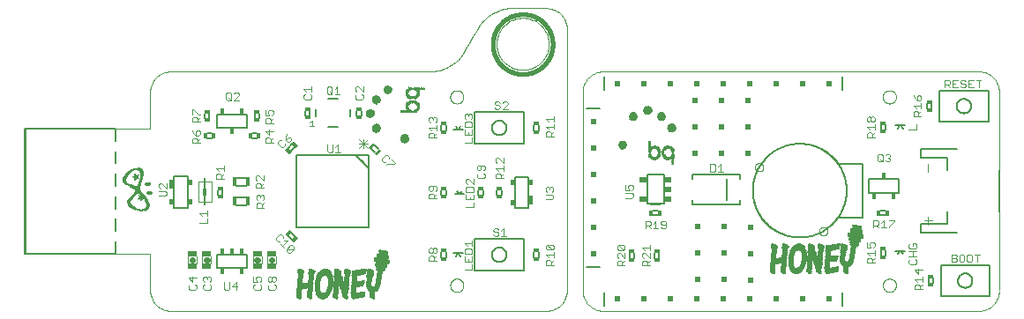
<source format=gto>
G75*
%MOIN*%
%OFA0B0*%
%FSLAX25Y25*%
%IPPOS*%
%LPD*%
%AMOC8*
5,1,8,0,0,1.08239X$1,22.5*
%
%ADD10C,0.00394*%
%ADD11C,0.01800*%
%ADD12C,0.00600*%
%ADD13C,0.00300*%
%ADD14C,0.00500*%
%ADD15C,0.00276*%
%ADD16R,0.01181X0.02756*%
%ADD17R,0.02362X0.01181*%
%ADD18R,0.01600X0.03400*%
%ADD19R,0.01772X0.01890*%
%ADD20R,0.01772X0.03465*%
%ADD21R,0.01800X0.02300*%
%ADD22C,0.00400*%
%ADD23C,0.02200*%
%ADD24R,0.03740X0.01969*%
%ADD25R,0.01181X0.02362*%
%ADD26C,0.00800*%
%ADD27C,0.00000*%
%ADD28R,0.00050X0.00950*%
%ADD29R,0.00050X0.01000*%
%ADD30R,0.00050X0.00050*%
%ADD31R,0.00050X0.00750*%
%ADD32R,0.00050X0.00600*%
%ADD33R,0.00050X0.01300*%
%ADD34R,0.00050X0.01150*%
%ADD35R,0.00050X0.01600*%
%ADD36R,0.00050X0.01400*%
%ADD37R,0.00050X0.01900*%
%ADD38R,0.00050X0.01700*%
%ADD39R,0.00050X0.02050*%
%ADD40R,0.00050X0.02250*%
%ADD41R,0.00050X0.02400*%
%ADD42R,0.00050X0.02550*%
%ADD43R,0.00050X0.02450*%
%ADD44R,0.00050X0.02700*%
%ADD45R,0.00050X0.02850*%
%ADD46R,0.00050X0.02650*%
%ADD47R,0.00050X0.02900*%
%ADD48R,0.00050X0.02750*%
%ADD49R,0.00050X0.03000*%
%ADD50R,0.00050X0.03800*%
%ADD51R,0.00050X0.03150*%
%ADD52R,0.00050X0.03850*%
%ADD53R,0.00050X0.03200*%
%ADD54R,0.00050X0.03900*%
%ADD55R,0.00050X0.03300*%
%ADD56R,0.00050X0.03950*%
%ADD57R,0.00050X0.03450*%
%ADD58R,0.00050X0.04000*%
%ADD59R,0.00050X0.03400*%
%ADD60R,0.00050X0.01550*%
%ADD61R,0.00050X0.01450*%
%ADD62R,0.00050X0.01800*%
%ADD63R,0.00050X0.01250*%
%ADD64R,0.00050X0.01350*%
%ADD65R,0.00050X0.01500*%
%ADD66R,0.00050X0.01200*%
%ADD67R,0.00050X0.01100*%
%ADD68R,0.00050X0.01050*%
%ADD69R,0.00050X0.00900*%
%ADD70R,0.00050X0.00850*%
%ADD71R,0.00050X0.00200*%
%ADD72R,0.00050X0.00100*%
%ADD73R,0.00050X0.01750*%
%ADD74R,0.00050X0.01850*%
%ADD75R,0.00050X0.02150*%
%ADD76R,0.00050X0.01950*%
%ADD77R,0.00050X0.02100*%
%ADD78R,0.00050X0.02200*%
%ADD79R,0.00050X0.03250*%
%ADD80R,0.00050X0.02300*%
%ADD81R,0.00050X0.03050*%
%ADD82R,0.00050X0.02600*%
%ADD83R,0.00050X0.02800*%
%ADD84R,0.00050X0.02350*%
%ADD85R,0.00050X0.02000*%
%ADD86R,0.00050X0.02950*%
%ADD87R,0.00050X0.03100*%
%ADD88R,0.00050X0.00350*%
%ADD89R,0.00050X0.00650*%
%ADD90R,0.00050X0.01650*%
%ADD91R,0.00050X0.02500*%
%ADD92R,0.00050X0.00500*%
%ADD93R,0.00050X0.00450*%
%ADD94R,0.00050X0.00550*%
%ADD95R,0.00050X0.00800*%
%ADD96R,0.00060X0.00300*%
%ADD97R,0.00060X0.00540*%
%ADD98R,0.00060X0.00720*%
%ADD99R,0.00060X0.00840*%
%ADD100R,0.00060X0.00960*%
%ADD101R,0.00060X0.01020*%
%ADD102R,0.00060X0.01080*%
%ADD103R,0.00060X0.01140*%
%ADD104R,0.00060X0.01200*%
%ADD105R,0.00060X0.01260*%
%ADD106R,0.00060X0.01260*%
%ADD107R,0.00060X0.01320*%
%ADD108R,0.00060X0.00420*%
%ADD109R,0.00060X0.01380*%
%ADD110R,0.00060X0.00600*%
%ADD111R,0.00060X0.01440*%
%ADD112R,0.00060X0.00780*%
%ADD113R,0.00060X0.01440*%
%ADD114R,0.00060X0.00900*%
%ADD115R,0.00060X0.00960*%
%ADD116R,0.00060X0.01020*%
%ADD117R,0.00060X0.01020*%
%ADD118R,0.00060X0.01200*%
%ADD119R,0.00060X0.01800*%
%ADD120R,0.00060X0.02100*%
%ADD121R,0.00060X0.02340*%
%ADD122R,0.00060X0.01380*%
%ADD123R,0.00060X0.02580*%
%ADD124R,0.00060X0.02760*%
%ADD125R,0.00060X0.01380*%
%ADD126R,0.00060X0.01380*%
%ADD127R,0.00060X0.02940*%
%ADD128R,0.00060X0.01320*%
%ADD129R,0.00060X0.03120*%
%ADD130R,0.00060X0.03300*%
%ADD131R,0.00060X0.03480*%
%ADD132R,0.00060X0.03660*%
%ADD133R,0.00060X0.01140*%
%ADD134R,0.00060X0.03780*%
%ADD135R,0.00060X0.03900*%
%ADD136R,0.00060X0.04080*%
%ADD137R,0.00060X0.00900*%
%ADD138R,0.00060X0.04140*%
%ADD139R,0.00060X0.04320*%
%ADD140R,0.00060X0.00660*%
%ADD141R,0.00060X0.01680*%
%ADD142R,0.00060X0.02400*%
%ADD143R,0.00060X0.00480*%
%ADD144R,0.00060X0.02160*%
%ADD145R,0.00060X0.00120*%
%ADD146R,0.00060X0.01980*%
%ADD147R,0.00060X0.01260*%
%ADD148R,0.00060X0.01920*%
%ADD149R,0.00060X0.01140*%
%ADD150R,0.00060X0.01860*%
%ADD151R,0.00060X0.01860*%
%ADD152R,0.00060X0.01080*%
%ADD153R,0.00060X0.01740*%
%ADD154R,0.00060X0.00960*%
%ADD155R,0.00060X0.01680*%
%ADD156R,0.00060X0.01620*%
%ADD157R,0.00060X0.00780*%
%ADD158R,0.00060X0.01620*%
%ADD159R,0.00060X0.00660*%
%ADD160R,0.00060X0.00420*%
%ADD161R,0.00060X0.01560*%
%ADD162R,0.00060X0.01560*%
%ADD163R,0.00060X0.01500*%
%ADD164R,0.00060X0.01560*%
%ADD165R,0.00060X0.00840*%
%ADD166R,0.00060X0.01620*%
%ADD167R,0.00060X0.00840*%
%ADD168R,0.00060X0.01920*%
%ADD169R,0.00060X0.00780*%
%ADD170R,0.00060X0.02040*%
%ADD171R,0.00060X0.02460*%
%ADD172R,0.00060X0.02880*%
%ADD173R,0.00060X0.02220*%
%ADD174R,0.00060X0.03240*%
%ADD175R,0.00060X0.02340*%
%ADD176R,0.00060X0.03600*%
%ADD177R,0.00060X0.02580*%
%ADD178R,0.00060X0.00780*%
%ADD179R,0.00060X0.04200*%
%ADD180R,0.00060X0.03000*%
%ADD181R,0.00060X0.04500*%
%ADD182R,0.00060X0.03240*%
%ADD183R,0.00060X0.04740*%
%ADD184R,0.00060X0.03420*%
%ADD185R,0.00060X0.04980*%
%ADD186R,0.00060X0.03360*%
%ADD187R,0.00060X0.05160*%
%ADD188R,0.00060X0.05400*%
%ADD189R,0.00060X0.05640*%
%ADD190R,0.00060X0.05820*%
%ADD191R,0.00060X0.06000*%
%ADD192R,0.00060X0.06180*%
%ADD193R,0.00060X0.03480*%
%ADD194R,0.00060X0.02280*%
%ADD195R,0.00060X0.03060*%
%ADD196R,0.00060X0.01740*%
%ADD197R,0.00060X0.02760*%
%ADD198R,0.00060X0.02700*%
%ADD199R,0.00060X0.05280*%
%ADD200R,0.00060X0.00660*%
%ADD201R,0.00060X0.00240*%
%ADD202R,0.00060X0.04260*%
%ADD203R,0.00060X0.00420*%
%ADD204R,0.00060X0.00060*%
%ADD205R,0.00060X0.04080*%
%ADD206R,0.00060X0.01080*%
%ADD207R,0.00060X0.00300*%
%ADD208R,0.00060X0.03840*%
%ADD209R,0.00060X0.00060*%
%ADD210R,0.00060X0.00240*%
%ADD211R,0.00060X0.03720*%
%ADD212R,0.00060X0.00180*%
%ADD213R,0.00060X0.03540*%
%ADD214R,0.00060X0.03360*%
%ADD215R,0.00060X0.00360*%
%ADD216R,0.00060X0.03240*%
%ADD217R,0.00060X0.00420*%
%ADD218R,0.00060X0.03120*%
%ADD219R,0.00060X0.02880*%
%ADD220R,0.00060X0.02880*%
%ADD221R,0.00060X0.02820*%
%ADD222R,0.00060X0.02820*%
%ADD223R,0.00060X0.02820*%
%ADD224R,0.00060X0.03060*%
%ADD225R,0.00060X0.00720*%
%ADD226R,0.00060X0.03120*%
%ADD227R,0.00060X0.01920*%
%ADD228R,0.00060X0.00720*%
%ADD229R,0.00060X0.03180*%
%ADD230R,0.00060X0.02040*%
%ADD231R,0.00060X0.02280*%
%ADD232R,0.00060X0.00960*%
%ADD233R,0.00060X0.02460*%
%ADD234R,0.00060X0.01020*%
%ADD235R,0.00060X0.00720*%
%ADD236R,0.00060X0.01080*%
%ADD237R,0.00060X0.00360*%
%ADD238R,0.00060X0.01140*%
%ADD239R,0.00060X0.01260*%
%ADD240R,0.00060X0.01680*%
%ADD241R,0.00060X0.01740*%
%ADD242R,0.00060X0.02940*%
%ADD243R,0.00060X0.02520*%
%ADD244R,0.00060X0.01320*%
%ADD245R,0.00060X0.01500*%
%ADD246R,0.00060X0.01860*%
%ADD247R,0.00060X0.02160*%
%ADD248R,0.00060X0.04020*%
%ADD249R,0.00060X0.03960*%
%ADD250R,0.00060X0.03720*%
%ADD251R,0.00060X0.03660*%
%ADD252R,0.00060X0.02940*%
%ADD253R,0.00060X0.02640*%
%ADD254R,0.00060X0.02520*%
%ADD255R,0.00060X0.02340*%
%ADD256R,0.00560X0.00080*%
%ADD257R,0.01280X0.00080*%
%ADD258R,0.00640X0.00080*%
%ADD259R,0.00560X0.00080*%
%ADD260R,0.00800X0.00080*%
%ADD261R,0.00880X0.00080*%
%ADD262R,0.01760X0.00080*%
%ADD263R,0.00880X0.00080*%
%ADD264R,0.01120X0.00080*%
%ADD265R,0.01040X0.00080*%
%ADD266R,0.01040X0.00080*%
%ADD267R,0.02160X0.00080*%
%ADD268R,0.01600X0.00080*%
%ADD269R,0.01200X0.00080*%
%ADD270R,0.02480X0.00080*%
%ADD271R,0.02080X0.00080*%
%ADD272R,0.01360X0.00080*%
%ADD273R,0.02720X0.00080*%
%ADD274R,0.01280X0.00080*%
%ADD275R,0.02560X0.00080*%
%ADD276R,0.01360X0.00080*%
%ADD277R,0.01440X0.00080*%
%ADD278R,0.01440X0.00080*%
%ADD279R,0.02960X0.00080*%
%ADD280R,0.02880X0.00080*%
%ADD281R,0.01520X0.00080*%
%ADD282R,0.03200X0.00080*%
%ADD283R,0.03360X0.00080*%
%ADD284R,0.01520X0.00080*%
%ADD285R,0.01680X0.00080*%
%ADD286R,0.01680X0.00080*%
%ADD287R,0.03760X0.00080*%
%ADD288R,0.01760X0.00080*%
%ADD289R,0.01680X0.00080*%
%ADD290R,0.03520X0.00080*%
%ADD291R,0.01680X0.00080*%
%ADD292R,0.04160X0.00080*%
%ADD293R,0.01760X0.00080*%
%ADD294R,0.03680X0.00080*%
%ADD295R,0.01840X0.00080*%
%ADD296R,0.04560X0.00080*%
%ADD297R,0.01840X0.00080*%
%ADD298R,0.03840X0.00080*%
%ADD299R,0.04880X0.00080*%
%ADD300R,0.04000X0.00080*%
%ADD301R,0.01920X0.00080*%
%ADD302R,0.04960X0.00080*%
%ADD303R,0.04160X0.00080*%
%ADD304R,0.05120X0.00080*%
%ADD305R,0.04240X0.00080*%
%ADD306R,0.01920X0.00080*%
%ADD307R,0.05120X0.00080*%
%ADD308R,0.04400X0.00080*%
%ADD309R,0.02000X0.00080*%
%ADD310R,0.04560X0.00080*%
%ADD311R,0.02000X0.00080*%
%ADD312R,0.05280X0.00080*%
%ADD313R,0.04640X0.00080*%
%ADD314R,0.05280X0.00080*%
%ADD315R,0.04720X0.00080*%
%ADD316R,0.02160X0.00080*%
%ADD317R,0.01920X0.00080*%
%ADD318R,0.04800X0.00080*%
%ADD319R,0.02160X0.00080*%
%ADD320R,0.05360X0.00080*%
%ADD321R,0.01920X0.00080*%
%ADD322R,0.05440X0.00080*%
%ADD323R,0.04960X0.00080*%
%ADD324R,0.02240X0.00080*%
%ADD325R,0.05440X0.00080*%
%ADD326R,0.02240X0.00080*%
%ADD327R,0.05200X0.00080*%
%ADD328R,0.01840X0.00080*%
%ADD329R,0.02320X0.00080*%
%ADD330R,0.05520X0.00080*%
%ADD331R,0.05360X0.00080*%
%ADD332R,0.02320X0.00080*%
%ADD333R,0.05520X0.00080*%
%ADD334R,0.05520X0.00080*%
%ADD335R,0.02480X0.00080*%
%ADD336R,0.02400X0.00080*%
%ADD337R,0.02480X0.00080*%
%ADD338R,0.02320X0.00080*%
%ADD339R,0.02400X0.00080*%
%ADD340R,0.02880X0.00080*%
%ADD341R,0.02240X0.00080*%
%ADD342R,0.02560X0.00080*%
%ADD343R,0.02160X0.00080*%
%ADD344R,0.02560X0.00080*%
%ADD345R,0.02080X0.00080*%
%ADD346R,0.02640X0.00080*%
%ADD347R,0.00960X0.00080*%
%ADD348R,0.02640X0.00080*%
%ADD349R,0.00480X0.00080*%
%ADD350R,0.02080X0.00080*%
%ADD351R,0.02800X0.00080*%
%ADD352R,0.02800X0.00080*%
%ADD353R,0.03040X0.00080*%
%ADD354R,0.02080X0.00080*%
%ADD355R,0.02880X0.00080*%
%ADD356R,0.03440X0.00080*%
%ADD357R,0.02960X0.00080*%
%ADD358R,0.03600X0.00080*%
%ADD359R,0.03920X0.00080*%
%ADD360R,0.03120X0.00080*%
%ADD361R,0.04080X0.00080*%
%ADD362R,0.03120X0.00080*%
%ADD363R,0.04240X0.00080*%
%ADD364R,0.02320X0.00080*%
%ADD365R,0.04320X0.00080*%
%ADD366R,0.03200X0.00080*%
%ADD367R,0.04480X0.00080*%
%ADD368R,0.03360X0.00080*%
%ADD369R,0.03760X0.00080*%
%ADD370R,0.03280X0.00080*%
%ADD371R,0.04640X0.00080*%
%ADD372R,0.06080X0.00080*%
%ADD373R,0.03280X0.00080*%
%ADD374R,0.04800X0.00080*%
%ADD375R,0.06080X0.00080*%
%ADD376R,0.03360X0.00080*%
%ADD377R,0.06160X0.00080*%
%ADD378R,0.03440X0.00080*%
%ADD379R,0.06160X0.00080*%
%ADD380R,0.05040X0.00080*%
%ADD381R,0.05040X0.00080*%
%ADD382R,0.03520X0.00080*%
%ADD383R,0.01840X0.00080*%
%ADD384R,0.03600X0.00080*%
%ADD385R,0.04000X0.00080*%
%ADD386R,0.06240X0.00080*%
%ADD387R,0.05840X0.00080*%
%ADD388R,0.06240X0.00080*%
%ADD389R,0.05840X0.00080*%
%ADD390R,0.06160X0.00080*%
%ADD391R,0.06160X0.00080*%
%ADD392R,0.04880X0.00080*%
%ADD393R,0.05920X0.00080*%
%ADD394R,0.03520X0.00080*%
%ADD395R,0.05920X0.00080*%
%ADD396R,0.03120X0.00080*%
%ADD397R,0.05040X0.00080*%
%ADD398R,0.03680X0.00080*%
%ADD399R,0.01040X0.00080*%
%ADD400R,0.00480X0.00080*%
%ADD401R,0.03520X0.00080*%
%ADD402R,0.02240X0.00080*%
%ADD403R,0.03280X0.00080*%
%ADD404R,0.03280X0.00080*%
%ADD405R,0.03040X0.00080*%
%ADD406R,0.02880X0.00080*%
%ADD407R,0.02720X0.00080*%
%ADD408R,0.05920X0.00080*%
%ADD409R,0.05760X0.00080*%
%ADD410R,0.05760X0.00080*%
%ADD411R,0.03840X0.00080*%
%ADD412R,0.05680X0.00080*%
%ADD413R,0.04160X0.00080*%
%ADD414R,0.05600X0.00080*%
%ADD415R,0.04560X0.00080*%
%ADD416R,0.04880X0.00080*%
%ADD417R,0.02720X0.00080*%
%ADD418R,0.05120X0.00080*%
%ADD419R,0.05360X0.00080*%
%ADD420R,0.02480X0.00080*%
%ADD421R,0.05360X0.00080*%
%ADD422R,0.04400X0.00080*%
%ADD423R,0.04240X0.00080*%
%ADD424R,0.02960X0.00080*%
%ADD425R,0.03680X0.00080*%
%ADD426R,0.01760X0.00080*%
%ADD427R,0.01600X0.00080*%
%ADD428R,0.01520X0.00080*%
%ADD429R,0.01440X0.00080*%
%ADD430R,0.01120X0.00080*%
%ADD431R,0.01280X0.00080*%
%ADD432R,0.00960X0.00080*%
%ADD433R,0.01200X0.00080*%
%ADD434R,0.00560X0.00080*%
%ADD435R,0.00480X0.00080*%
%ADD436R,0.00560X0.00080*%
%ADD437R,0.00720X0.00080*%
%ADD438R,0.00640X0.00080*%
%ADD439R,0.01120X0.00080*%
%ADD440R,0.04080X0.00080*%
%ADD441R,0.04480X0.00080*%
%ADD442R,0.04480X0.00080*%
%ADD443R,0.03920X0.00080*%
%ADD444R,0.00880X0.00080*%
%ADD445R,0.00160X0.00080*%
%ADD446R,0.05120X0.00080*%
%ADD447R,0.05680X0.00080*%
%ADD448R,0.05920X0.00080*%
%ADD449R,0.05760X0.00080*%
%ADD450R,0.05200X0.00080*%
%ADD451R,0.04240X0.00080*%
%ADD452R,0.00720X0.00080*%
%ADD453R,0.04320X0.00080*%
%ADD454R,0.04560X0.00080*%
%ADD455R,0.04480X0.00080*%
%ADD456R,0.00480X0.00080*%
%ADD457R,0.02640X0.00080*%
%ADD458R,0.03440X0.00080*%
%ADD459R,0.01280X0.00080*%
%ADD460R,0.00720X0.00080*%
%ADD461R,0.02000X0.02000*%
%ADD462R,0.02559X0.01969*%
%ADD463R,0.00950X0.00050*%
%ADD464R,0.01000X0.00050*%
%ADD465R,0.00750X0.00050*%
%ADD466R,0.00600X0.00050*%
%ADD467R,0.01300X0.00050*%
%ADD468R,0.01150X0.00050*%
%ADD469R,0.01600X0.00050*%
%ADD470R,0.01400X0.00050*%
%ADD471R,0.01900X0.00050*%
%ADD472R,0.01700X0.00050*%
%ADD473R,0.02050X0.00050*%
%ADD474R,0.02250X0.00050*%
%ADD475R,0.02400X0.00050*%
%ADD476R,0.02550X0.00050*%
%ADD477R,0.02450X0.00050*%
%ADD478R,0.02700X0.00050*%
%ADD479R,0.02850X0.00050*%
%ADD480R,0.02650X0.00050*%
%ADD481R,0.02900X0.00050*%
%ADD482R,0.02750X0.00050*%
%ADD483R,0.03000X0.00050*%
%ADD484R,0.03800X0.00050*%
%ADD485R,0.03150X0.00050*%
%ADD486R,0.03850X0.00050*%
%ADD487R,0.03200X0.00050*%
%ADD488R,0.03900X0.00050*%
%ADD489R,0.03300X0.00050*%
%ADD490R,0.03950X0.00050*%
%ADD491R,0.03450X0.00050*%
%ADD492R,0.04000X0.00050*%
%ADD493R,0.03400X0.00050*%
%ADD494R,0.01550X0.00050*%
%ADD495R,0.01450X0.00050*%
%ADD496R,0.01800X0.00050*%
%ADD497R,0.01250X0.00050*%
%ADD498R,0.01350X0.00050*%
%ADD499R,0.01500X0.00050*%
%ADD500R,0.01200X0.00050*%
%ADD501R,0.01100X0.00050*%
%ADD502R,0.01050X0.00050*%
%ADD503R,0.00900X0.00050*%
%ADD504R,0.00850X0.00050*%
%ADD505R,0.00200X0.00050*%
%ADD506R,0.00100X0.00050*%
%ADD507R,0.01750X0.00050*%
%ADD508R,0.01850X0.00050*%
%ADD509R,0.02150X0.00050*%
%ADD510R,0.01950X0.00050*%
%ADD511R,0.02100X0.00050*%
%ADD512R,0.02200X0.00050*%
%ADD513R,0.03250X0.00050*%
%ADD514R,0.02300X0.00050*%
%ADD515R,0.03050X0.00050*%
%ADD516R,0.02600X0.00050*%
%ADD517R,0.02800X0.00050*%
%ADD518R,0.02350X0.00050*%
%ADD519R,0.02000X0.00050*%
%ADD520R,0.02950X0.00050*%
%ADD521R,0.03100X0.00050*%
%ADD522R,0.00350X0.00050*%
%ADD523R,0.00650X0.00050*%
%ADD524R,0.01650X0.00050*%
%ADD525R,0.02500X0.00050*%
%ADD526R,0.00500X0.00050*%
%ADD527R,0.00450X0.00050*%
%ADD528R,0.00550X0.00050*%
%ADD529R,0.00800X0.00050*%
D10*
X0059760Y0017852D02*
X0059360Y0018793D01*
X0059205Y0019287D01*
X0059100Y0019798D01*
X0058994Y0020310D01*
X0058939Y0020839D01*
X0058939Y0035160D01*
X0011695Y0035160D01*
X0011695Y0082404D01*
X0058939Y0082404D01*
X0058939Y0096725D01*
X0058994Y0097254D01*
X0059100Y0097765D01*
X0059205Y0098276D01*
X0059360Y0098770D01*
X0059760Y0099711D01*
X0060005Y0100159D01*
X0060288Y0100578D01*
X0060572Y0100997D01*
X0060895Y0101387D01*
X0061252Y0101744D01*
X0061609Y0102101D01*
X0061999Y0102424D01*
X0062418Y0102708D01*
X0062838Y0102991D01*
X0063285Y0103236D01*
X0064226Y0103636D01*
X0064720Y0103791D01*
X0065231Y0103897D01*
X0065743Y0104002D01*
X0066272Y0104057D01*
X0165750Y0104057D01*
X0166308Y0104105D01*
X0167439Y0104286D01*
X0168012Y0104419D01*
X0168585Y0104591D01*
X0169158Y0104762D01*
X0169731Y0104972D01*
X0170860Y0105460D01*
X0171416Y0105737D01*
X0171956Y0106043D01*
X0172495Y0106350D01*
X0173018Y0106685D01*
X0173517Y0107045D01*
X0174016Y0107405D01*
X0174489Y0107789D01*
X0175372Y0108597D01*
X0175780Y0109021D01*
X0176515Y0109899D01*
X0176841Y0110354D01*
X0177119Y0110818D01*
X0177895Y0112119D01*
X0178672Y0113420D01*
X0179448Y0114721D01*
X0180225Y0116022D01*
X0181002Y0117323D01*
X0181778Y0118624D01*
X0182555Y0119926D01*
X0183331Y0121227D01*
X0183609Y0121691D01*
X0183935Y0122146D01*
X0184303Y0122585D01*
X0184670Y0123024D01*
X0185078Y0123448D01*
X0185520Y0123852D01*
X0185961Y0124256D01*
X0186435Y0124640D01*
X0186933Y0125000D01*
X0187432Y0125360D01*
X0187955Y0125695D01*
X0188494Y0126002D01*
X0189034Y0126308D01*
X0189590Y0126585D01*
X0190719Y0127073D01*
X0191292Y0127283D01*
X0191865Y0127454D01*
X0192438Y0127626D01*
X0193011Y0127759D01*
X0193577Y0127850D01*
X0194142Y0127940D01*
X0194700Y0127988D01*
X0209087Y0127988D01*
X0209616Y0127932D01*
X0210127Y0127827D01*
X0210638Y0127722D01*
X0211132Y0127566D01*
X0211603Y0127366D01*
X0212073Y0127166D01*
X0212521Y0126922D01*
X0212940Y0126638D01*
X0213359Y0126354D01*
X0213749Y0126031D01*
X0214106Y0125675D01*
X0214463Y0125318D01*
X0214786Y0124927D01*
X0215070Y0124508D01*
X0215353Y0124089D01*
X0215598Y0123642D01*
X0215798Y0123171D01*
X0215998Y0122700D01*
X0216153Y0122207D01*
X0216259Y0121695D01*
X0216364Y0121184D01*
X0216419Y0120655D01*
X0216419Y0020839D01*
X0216364Y0020310D01*
X0216259Y0019798D01*
X0216153Y0019287D01*
X0215998Y0018793D01*
X0215798Y0018323D01*
X0215598Y0017852D01*
X0215353Y0017405D01*
X0215070Y0016985D01*
X0214786Y0016566D01*
X0214463Y0016176D01*
X0214106Y0015819D01*
X0213749Y0015462D01*
X0213359Y0015139D01*
X0212940Y0014855D01*
X0212521Y0014572D01*
X0212073Y0014327D01*
X0211603Y0014127D01*
X0211132Y0013927D01*
X0210638Y0013772D01*
X0210127Y0013667D01*
X0209616Y0013561D01*
X0209087Y0013506D01*
X0066272Y0013506D01*
X0065743Y0013561D01*
X0065231Y0013667D01*
X0064720Y0013772D01*
X0064226Y0013927D01*
X0063756Y0014127D01*
X0063285Y0014327D01*
X0062838Y0014572D01*
X0062418Y0014855D01*
X0061999Y0015139D01*
X0061609Y0015462D01*
X0061252Y0015819D01*
X0060895Y0016176D01*
X0060572Y0016566D01*
X0060288Y0016985D01*
X0060005Y0017405D01*
X0059760Y0017852D01*
X0222347Y0020839D02*
X0222403Y0020310D01*
X0222508Y0019798D01*
X0222614Y0019287D01*
X0222769Y0018793D01*
X0223169Y0017852D01*
X0223413Y0017405D01*
X0223697Y0016985D01*
X0223981Y0016566D01*
X0224304Y0016176D01*
X0225017Y0015462D01*
X0225408Y0015139D01*
X0225827Y0014855D01*
X0226246Y0014572D01*
X0226694Y0014327D01*
X0227635Y0013927D01*
X0228128Y0013772D01*
X0228640Y0013667D01*
X0229151Y0013561D01*
X0229680Y0013506D01*
X0372495Y0013506D01*
X0373024Y0013561D01*
X0373535Y0013667D01*
X0374047Y0013772D01*
X0374541Y0013927D01*
X0375482Y0014327D01*
X0375929Y0014572D01*
X0376348Y0014855D01*
X0376767Y0015139D01*
X0377158Y0015462D01*
X0377872Y0016176D01*
X0378195Y0016566D01*
X0378478Y0016985D01*
X0378762Y0017405D01*
X0379007Y0017852D01*
X0379206Y0018323D01*
X0379406Y0018793D01*
X0379562Y0019287D01*
X0379667Y0019798D01*
X0379772Y0020310D01*
X0379828Y0020839D01*
X0379828Y0021380D02*
X0379828Y0096725D01*
X0379772Y0097254D01*
X0379667Y0097765D01*
X0379562Y0098276D01*
X0379406Y0098770D01*
X0379206Y0099241D01*
X0379007Y0099711D01*
X0378762Y0100159D01*
X0378195Y0100997D01*
X0377872Y0101387D01*
X0377158Y0102101D01*
X0376767Y0102424D01*
X0376348Y0102708D01*
X0375929Y0102991D01*
X0375482Y0103236D01*
X0375011Y0103436D01*
X0374541Y0103636D01*
X0374047Y0103791D01*
X0373535Y0103897D01*
X0373024Y0104002D01*
X0372495Y0104057D01*
X0229680Y0104057D01*
X0229151Y0104002D01*
X0228640Y0103897D01*
X0228128Y0103791D01*
X0227635Y0103636D01*
X0227164Y0103436D01*
X0226694Y0103236D01*
X0226246Y0102991D01*
X0225827Y0102708D01*
X0225408Y0102424D01*
X0225017Y0102101D01*
X0224304Y0101387D01*
X0223981Y0100997D01*
X0223697Y0100578D01*
X0223413Y0100159D01*
X0223169Y0099711D01*
X0222969Y0099241D01*
X0222769Y0098770D01*
X0222614Y0098276D01*
X0222508Y0097765D01*
X0222403Y0097254D01*
X0222347Y0096725D01*
X0222347Y0020839D01*
X0202334Y0104946D02*
X0201693Y0104815D01*
X0201053Y0104684D01*
X0200389Y0104615D01*
X0199030Y0104615D01*
X0198367Y0104684D01*
X0197726Y0104815D01*
X0197085Y0104946D01*
X0196467Y0105139D01*
X0195879Y0105388D01*
X0195290Y0105637D01*
X0194730Y0105942D01*
X0194207Y0106296D01*
X0193683Y0106649D01*
X0193195Y0107052D01*
X0192305Y0107943D01*
X0191902Y0108430D01*
X0191548Y0108954D01*
X0191194Y0109478D01*
X0190890Y0110037D01*
X0190641Y0110626D01*
X0190392Y0111215D01*
X0190198Y0111833D01*
X0190067Y0112474D01*
X0189936Y0113114D01*
X0189867Y0113778D01*
X0189867Y0115137D01*
X0189936Y0115800D01*
X0190067Y0116441D01*
X0190198Y0117081D01*
X0190392Y0117700D01*
X0190641Y0118288D01*
X0190890Y0118877D01*
X0191194Y0119437D01*
X0191902Y0120484D01*
X0192305Y0120972D01*
X0192750Y0121417D01*
X0193195Y0121862D01*
X0193683Y0122265D01*
X0194207Y0122619D01*
X0194730Y0122972D01*
X0195290Y0123277D01*
X0195879Y0123526D01*
X0196467Y0123775D01*
X0197085Y0123969D01*
X0197726Y0124100D01*
X0198367Y0124231D01*
X0199030Y0124300D01*
X0200389Y0124300D01*
X0201053Y0124231D01*
X0202334Y0123969D01*
X0202952Y0123775D01*
X0203541Y0123526D01*
X0204130Y0123277D01*
X0204689Y0122972D01*
X0205736Y0122265D01*
X0206224Y0121862D01*
X0206669Y0121417D01*
X0207115Y0120972D01*
X0207517Y0120484D01*
X0208225Y0119437D01*
X0208530Y0118877D01*
X0208779Y0118288D01*
X0209028Y0117700D01*
X0209221Y0117081D01*
X0209483Y0115800D01*
X0209552Y0115137D01*
X0209552Y0113778D01*
X0209483Y0113114D01*
X0209352Y0112474D01*
X0209221Y0111833D01*
X0209028Y0111215D01*
X0208779Y0110626D01*
X0208530Y0110037D01*
X0208225Y0109478D01*
X0207871Y0108954D01*
X0207517Y0108430D01*
X0207115Y0107943D01*
X0206224Y0107052D01*
X0205736Y0106649D01*
X0204689Y0105942D01*
X0204130Y0105637D01*
X0203541Y0105388D01*
X0202952Y0105139D01*
X0202334Y0104946D01*
D11*
X0188418Y0114400D02*
X0188421Y0114678D01*
X0188432Y0114955D01*
X0188449Y0115232D01*
X0188472Y0115509D01*
X0188503Y0115785D01*
X0188540Y0116060D01*
X0188585Y0116334D01*
X0188635Y0116607D01*
X0188693Y0116879D01*
X0188757Y0117149D01*
X0188828Y0117418D01*
X0188905Y0117685D01*
X0188989Y0117949D01*
X0189079Y0118212D01*
X0189176Y0118472D01*
X0189279Y0118730D01*
X0189389Y0118985D01*
X0189504Y0119238D01*
X0189626Y0119487D01*
X0189754Y0119734D01*
X0189888Y0119977D01*
X0190028Y0120217D01*
X0190173Y0120453D01*
X0190325Y0120686D01*
X0190482Y0120915D01*
X0190645Y0121140D01*
X0190813Y0121361D01*
X0190986Y0121578D01*
X0191165Y0121791D01*
X0191349Y0121999D01*
X0191538Y0122202D01*
X0191732Y0122401D01*
X0191931Y0122595D01*
X0192134Y0122784D01*
X0192342Y0122968D01*
X0192555Y0123147D01*
X0192772Y0123320D01*
X0192993Y0123488D01*
X0193218Y0123651D01*
X0193447Y0123808D01*
X0193680Y0123960D01*
X0193916Y0124105D01*
X0194156Y0124245D01*
X0194399Y0124379D01*
X0194646Y0124507D01*
X0194895Y0124629D01*
X0195148Y0124744D01*
X0195403Y0124854D01*
X0195661Y0124957D01*
X0195921Y0125054D01*
X0196184Y0125144D01*
X0196448Y0125228D01*
X0196715Y0125305D01*
X0196984Y0125376D01*
X0197254Y0125440D01*
X0197526Y0125498D01*
X0197799Y0125548D01*
X0198073Y0125593D01*
X0198348Y0125630D01*
X0198624Y0125661D01*
X0198901Y0125684D01*
X0199178Y0125701D01*
X0199455Y0125712D01*
X0199733Y0125715D01*
X0200011Y0125712D01*
X0200288Y0125701D01*
X0200565Y0125684D01*
X0200842Y0125661D01*
X0201118Y0125630D01*
X0201393Y0125593D01*
X0201667Y0125548D01*
X0201940Y0125498D01*
X0202212Y0125440D01*
X0202482Y0125376D01*
X0202751Y0125305D01*
X0203018Y0125228D01*
X0203282Y0125144D01*
X0203545Y0125054D01*
X0203805Y0124957D01*
X0204063Y0124854D01*
X0204318Y0124744D01*
X0204571Y0124629D01*
X0204820Y0124507D01*
X0205067Y0124379D01*
X0205310Y0124245D01*
X0205550Y0124105D01*
X0205786Y0123960D01*
X0206019Y0123808D01*
X0206248Y0123651D01*
X0206473Y0123488D01*
X0206694Y0123320D01*
X0206911Y0123147D01*
X0207124Y0122968D01*
X0207332Y0122784D01*
X0207535Y0122595D01*
X0207734Y0122401D01*
X0207928Y0122202D01*
X0208117Y0121999D01*
X0208301Y0121791D01*
X0208480Y0121578D01*
X0208653Y0121361D01*
X0208821Y0121140D01*
X0208984Y0120915D01*
X0209141Y0120686D01*
X0209293Y0120453D01*
X0209438Y0120217D01*
X0209578Y0119977D01*
X0209712Y0119734D01*
X0209840Y0119487D01*
X0209962Y0119238D01*
X0210077Y0118985D01*
X0210187Y0118730D01*
X0210290Y0118472D01*
X0210387Y0118212D01*
X0210477Y0117949D01*
X0210561Y0117685D01*
X0210638Y0117418D01*
X0210709Y0117149D01*
X0210773Y0116879D01*
X0210831Y0116607D01*
X0210881Y0116334D01*
X0210926Y0116060D01*
X0210963Y0115785D01*
X0210994Y0115509D01*
X0211017Y0115232D01*
X0211034Y0114955D01*
X0211045Y0114678D01*
X0211048Y0114400D01*
X0211045Y0114122D01*
X0211034Y0113845D01*
X0211017Y0113568D01*
X0210994Y0113291D01*
X0210963Y0113015D01*
X0210926Y0112740D01*
X0210881Y0112466D01*
X0210831Y0112193D01*
X0210773Y0111921D01*
X0210709Y0111651D01*
X0210638Y0111382D01*
X0210561Y0111115D01*
X0210477Y0110851D01*
X0210387Y0110588D01*
X0210290Y0110328D01*
X0210187Y0110070D01*
X0210077Y0109815D01*
X0209962Y0109562D01*
X0209840Y0109313D01*
X0209712Y0109066D01*
X0209578Y0108823D01*
X0209438Y0108583D01*
X0209293Y0108347D01*
X0209141Y0108114D01*
X0208984Y0107885D01*
X0208821Y0107660D01*
X0208653Y0107439D01*
X0208480Y0107222D01*
X0208301Y0107009D01*
X0208117Y0106801D01*
X0207928Y0106598D01*
X0207734Y0106399D01*
X0207535Y0106205D01*
X0207332Y0106016D01*
X0207124Y0105832D01*
X0206911Y0105653D01*
X0206694Y0105480D01*
X0206473Y0105312D01*
X0206248Y0105149D01*
X0206019Y0104992D01*
X0205786Y0104840D01*
X0205550Y0104695D01*
X0205310Y0104555D01*
X0205067Y0104421D01*
X0204820Y0104293D01*
X0204571Y0104171D01*
X0204318Y0104056D01*
X0204063Y0103946D01*
X0203805Y0103843D01*
X0203545Y0103746D01*
X0203282Y0103656D01*
X0203018Y0103572D01*
X0202751Y0103495D01*
X0202482Y0103424D01*
X0202212Y0103360D01*
X0201940Y0103302D01*
X0201667Y0103252D01*
X0201393Y0103207D01*
X0201118Y0103170D01*
X0200842Y0103139D01*
X0200565Y0103116D01*
X0200288Y0103099D01*
X0200011Y0103088D01*
X0199733Y0103085D01*
X0199455Y0103088D01*
X0199178Y0103099D01*
X0198901Y0103116D01*
X0198624Y0103139D01*
X0198348Y0103170D01*
X0198073Y0103207D01*
X0197799Y0103252D01*
X0197526Y0103302D01*
X0197254Y0103360D01*
X0196984Y0103424D01*
X0196715Y0103495D01*
X0196448Y0103572D01*
X0196184Y0103656D01*
X0195921Y0103746D01*
X0195661Y0103843D01*
X0195403Y0103946D01*
X0195148Y0104056D01*
X0194895Y0104171D01*
X0194646Y0104293D01*
X0194399Y0104421D01*
X0194156Y0104555D01*
X0193916Y0104695D01*
X0193680Y0104840D01*
X0193447Y0104992D01*
X0193218Y0105149D01*
X0192993Y0105312D01*
X0192772Y0105480D01*
X0192555Y0105653D01*
X0192342Y0105832D01*
X0192134Y0106016D01*
X0191931Y0106205D01*
X0191732Y0106399D01*
X0191538Y0106598D01*
X0191349Y0106801D01*
X0191165Y0107009D01*
X0190986Y0107222D01*
X0190813Y0107439D01*
X0190645Y0107660D01*
X0190482Y0107885D01*
X0190325Y0108114D01*
X0190173Y0108347D01*
X0190028Y0108583D01*
X0189888Y0108823D01*
X0189754Y0109066D01*
X0189626Y0109313D01*
X0189504Y0109562D01*
X0189389Y0109815D01*
X0189279Y0110070D01*
X0189176Y0110328D01*
X0189079Y0110588D01*
X0188989Y0110851D01*
X0188905Y0111115D01*
X0188828Y0111382D01*
X0188757Y0111651D01*
X0188693Y0111921D01*
X0188635Y0112193D01*
X0188585Y0112466D01*
X0188540Y0112740D01*
X0188503Y0113015D01*
X0188472Y0113291D01*
X0188449Y0113568D01*
X0188432Y0113845D01*
X0188421Y0114122D01*
X0188418Y0114400D01*
D12*
X0138715Y0089265D02*
X0138715Y0087335D01*
X0136951Y0087335D02*
X0136951Y0089265D01*
X0119215Y0089265D02*
X0119215Y0087335D01*
X0117451Y0087335D02*
X0117451Y0089265D01*
X0100215Y0088265D02*
X0100215Y0086335D01*
X0098451Y0086335D02*
X0098451Y0088265D01*
X0099298Y0080682D02*
X0097369Y0080682D01*
X0097369Y0078918D02*
X0099298Y0078918D01*
X0111028Y0075242D02*
X0112392Y0076606D01*
X0113639Y0075358D02*
X0112275Y0073994D01*
X0114033Y0072600D02*
X0141633Y0072600D01*
X0141633Y0045000D01*
X0114033Y0045000D01*
X0114033Y0072600D01*
X0116833Y0072600D01*
X0118233Y0072600D02*
X0119533Y0072600D01*
X0120733Y0072600D02*
X0122133Y0072600D01*
X0123333Y0072600D02*
X0124733Y0072600D01*
X0125833Y0072600D02*
X0127233Y0072600D01*
X0128433Y0072600D02*
X0129833Y0072600D01*
X0130933Y0072600D02*
X0132333Y0072600D01*
X0133533Y0072600D02*
X0134933Y0072600D01*
X0136133Y0072600D02*
X0137433Y0072600D01*
X0136633Y0072600D02*
X0141633Y0067600D01*
X0141633Y0067100D02*
X0141633Y0068400D01*
X0141633Y0069800D02*
X0141633Y0072600D01*
X0138833Y0072600D01*
X0138833Y0070400D02*
X0139433Y0069800D01*
X0141633Y0065900D02*
X0141633Y0064500D01*
X0141633Y0063300D02*
X0141633Y0061900D01*
X0141633Y0060800D02*
X0141633Y0059400D01*
X0141633Y0058200D02*
X0141633Y0056800D01*
X0141633Y0055700D02*
X0141633Y0054300D01*
X0141633Y0053100D02*
X0141633Y0051700D01*
X0141633Y0050500D02*
X0141633Y0049200D01*
X0141633Y0047800D02*
X0141633Y0045000D01*
X0138833Y0045000D01*
X0137433Y0045000D02*
X0136133Y0045000D01*
X0134933Y0045000D02*
X0133533Y0045000D01*
X0132333Y0045000D02*
X0130933Y0045000D01*
X0129833Y0045000D02*
X0128433Y0045000D01*
X0127233Y0045000D02*
X0125833Y0045000D01*
X0124733Y0045000D02*
X0123333Y0045000D01*
X0122133Y0045000D02*
X0120733Y0045000D01*
X0119533Y0045000D02*
X0118233Y0045000D01*
X0116833Y0045000D02*
X0114033Y0045000D01*
X0114033Y0047800D01*
X0114033Y0049200D02*
X0114033Y0050500D01*
X0114033Y0051700D02*
X0114033Y0053100D01*
X0114033Y0054300D02*
X0114033Y0055700D01*
X0114033Y0056800D02*
X0114033Y0058200D01*
X0114033Y0059400D02*
X0114033Y0060800D01*
X0114033Y0061900D02*
X0114033Y0063300D01*
X0114033Y0064500D02*
X0114033Y0065900D01*
X0114033Y0067100D02*
X0114033Y0068400D01*
X0114033Y0069800D02*
X0114033Y0072600D01*
X0095034Y0063702D02*
X0091633Y0063702D01*
X0091633Y0060898D02*
X0095034Y0060898D01*
X0086215Y0059265D02*
X0086215Y0057335D01*
X0084451Y0057335D02*
X0084451Y0059265D01*
X0091633Y0056402D02*
X0095034Y0056402D01*
X0095034Y0053598D02*
X0091633Y0053598D01*
X0112275Y0043106D02*
X0113639Y0041742D01*
X0112392Y0040494D02*
X0111028Y0041858D01*
X0095433Y0034900D02*
X0084233Y0034900D01*
X0084233Y0029700D01*
X0095433Y0029700D01*
X0095433Y0034900D01*
X0168951Y0035765D02*
X0168951Y0033835D01*
X0170715Y0033835D02*
X0170715Y0035765D01*
X0203951Y0035765D02*
X0203951Y0033835D01*
X0205715Y0033835D02*
X0205715Y0035765D01*
X0240051Y0035465D02*
X0240051Y0033535D01*
X0241815Y0033535D02*
X0241815Y0035465D01*
X0249551Y0035465D02*
X0249551Y0033535D01*
X0251315Y0033535D02*
X0251315Y0035465D01*
X0250898Y0049618D02*
X0248969Y0049618D01*
X0248969Y0051382D02*
X0250898Y0051382D01*
X0253083Y0053988D02*
X0246784Y0053988D01*
X0246784Y0065012D01*
X0253083Y0065012D01*
X0253083Y0053988D01*
X0191715Y0057335D02*
X0191715Y0059265D01*
X0189951Y0059265D02*
X0189951Y0057335D01*
X0184715Y0057335D02*
X0184715Y0059265D01*
X0182951Y0059265D02*
X0182951Y0057335D01*
X0170715Y0057335D02*
X0170715Y0059265D01*
X0168951Y0059265D02*
X0168951Y0057335D01*
X0143892Y0073494D02*
X0142528Y0074858D01*
X0143775Y0076106D02*
X0145139Y0074742D01*
X0168951Y0081835D02*
X0168951Y0083765D01*
X0170715Y0083765D02*
X0170715Y0081835D01*
X0203951Y0081835D02*
X0203951Y0083765D01*
X0205715Y0083765D02*
X0205715Y0081835D01*
X0082298Y0080682D02*
X0080369Y0080682D01*
X0080369Y0078918D02*
X0082298Y0078918D01*
X0081215Y0086335D02*
X0081215Y0088265D01*
X0079451Y0088265D02*
X0079451Y0086335D01*
X0335051Y0083965D02*
X0335051Y0082035D01*
X0336815Y0082035D02*
X0336815Y0083965D01*
X0352551Y0090035D02*
X0352551Y0091965D01*
X0354315Y0091965D02*
X0354315Y0090035D01*
X0336898Y0051382D02*
X0334969Y0051382D01*
X0334969Y0049618D02*
X0336898Y0049618D01*
X0336815Y0036465D02*
X0336815Y0034535D01*
X0335051Y0034535D02*
X0335051Y0036465D01*
X0353051Y0025965D02*
X0353051Y0024035D01*
X0354815Y0024035D02*
X0354815Y0025965D01*
D13*
X0350783Y0025564D02*
X0347881Y0025564D01*
X0348848Y0024597D01*
X0348365Y0023585D02*
X0349332Y0023585D01*
X0349816Y0023101D01*
X0349816Y0021650D01*
X0350783Y0021650D02*
X0347881Y0021650D01*
X0347881Y0023101D01*
X0348365Y0023585D01*
X0349816Y0022617D02*
X0350783Y0023585D01*
X0350783Y0024597D02*
X0350783Y0026531D01*
X0349332Y0027543D02*
X0349332Y0029478D01*
X0347881Y0028994D02*
X0349332Y0027543D01*
X0350783Y0028994D02*
X0347881Y0028994D01*
X0348050Y0031150D02*
X0348533Y0031634D01*
X0348533Y0032601D01*
X0348050Y0033085D01*
X0348533Y0034097D02*
X0345631Y0034097D01*
X0346115Y0033085D02*
X0345631Y0032601D01*
X0345631Y0031634D01*
X0346115Y0031150D01*
X0348050Y0031150D01*
X0347082Y0034097D02*
X0347082Y0036031D01*
X0346115Y0037043D02*
X0348050Y0037043D01*
X0348533Y0037527D01*
X0348533Y0038494D01*
X0348050Y0038978D01*
X0347082Y0038978D01*
X0347082Y0038011D01*
X0346115Y0038978D02*
X0345631Y0038494D01*
X0345631Y0037527D01*
X0346115Y0037043D01*
X0345631Y0036031D02*
X0348533Y0036031D01*
X0361772Y0034926D02*
X0361772Y0032024D01*
X0363224Y0032024D01*
X0363707Y0032508D01*
X0363707Y0032991D01*
X0363224Y0033475D01*
X0361772Y0033475D01*
X0361772Y0034926D02*
X0363224Y0034926D01*
X0363707Y0034443D01*
X0363707Y0033959D01*
X0363224Y0033475D01*
X0364719Y0032508D02*
X0365203Y0032024D01*
X0366170Y0032024D01*
X0366654Y0032508D01*
X0366654Y0034443D01*
X0366170Y0034926D01*
X0365203Y0034926D01*
X0364719Y0034443D01*
X0364719Y0032508D01*
X0367665Y0032508D02*
X0368149Y0032024D01*
X0369117Y0032024D01*
X0369600Y0032508D01*
X0369600Y0034443D01*
X0369117Y0034926D01*
X0368149Y0034926D01*
X0367665Y0034443D01*
X0367665Y0032508D01*
X0371579Y0032024D02*
X0371579Y0034926D01*
X0370612Y0034926D02*
X0372547Y0034926D01*
X0340072Y0047369D02*
X0338137Y0045434D01*
X0338137Y0044950D01*
X0337125Y0044950D02*
X0335190Y0044950D01*
X0336158Y0044950D02*
X0336158Y0047852D01*
X0335190Y0046885D01*
X0334179Y0047369D02*
X0334179Y0046401D01*
X0333695Y0045917D01*
X0332244Y0045917D01*
X0332244Y0044950D02*
X0332244Y0047852D01*
X0333695Y0047852D01*
X0334179Y0047369D01*
X0333211Y0045917D02*
X0334179Y0044950D01*
X0340072Y0047369D02*
X0340072Y0047852D01*
X0338137Y0047852D01*
X0332300Y0039478D02*
X0332783Y0038994D01*
X0332783Y0038027D01*
X0332300Y0037543D01*
X0331332Y0037543D02*
X0330848Y0038511D01*
X0330848Y0038994D01*
X0331332Y0039478D01*
X0332300Y0039478D01*
X0329881Y0039478D02*
X0329881Y0037543D01*
X0331332Y0037543D01*
X0332783Y0036531D02*
X0332783Y0034597D01*
X0332783Y0035564D02*
X0329881Y0035564D01*
X0330848Y0034597D01*
X0330365Y0033585D02*
X0329881Y0033101D01*
X0329881Y0031650D01*
X0332783Y0031650D01*
X0331816Y0031650D02*
X0331816Y0033101D01*
X0331332Y0033585D01*
X0330365Y0033585D01*
X0331816Y0032617D02*
X0332783Y0033585D01*
X0253911Y0045134D02*
X0253428Y0044650D01*
X0252460Y0044650D01*
X0251976Y0045134D01*
X0252460Y0046101D02*
X0251976Y0046585D01*
X0251976Y0047069D01*
X0252460Y0047552D01*
X0253428Y0047552D01*
X0253911Y0047069D01*
X0253911Y0045134D01*
X0253911Y0046101D02*
X0252460Y0046101D01*
X0250965Y0044650D02*
X0249030Y0044650D01*
X0249997Y0044650D02*
X0249997Y0047552D01*
X0249030Y0046585D01*
X0248018Y0047069D02*
X0248018Y0046101D01*
X0247535Y0045617D01*
X0246083Y0045617D01*
X0246083Y0044650D02*
X0246083Y0047552D01*
X0247535Y0047552D01*
X0248018Y0047069D01*
X0247051Y0045617D02*
X0248018Y0044650D01*
X0247783Y0038478D02*
X0247783Y0036543D01*
X0247783Y0037511D02*
X0244881Y0037511D01*
X0245848Y0036543D01*
X0245848Y0035531D02*
X0245365Y0035531D01*
X0244881Y0035048D01*
X0244881Y0034080D01*
X0245365Y0033597D01*
X0245365Y0032585D02*
X0246332Y0032585D01*
X0246816Y0032101D01*
X0246816Y0030650D01*
X0247783Y0030650D02*
X0244881Y0030650D01*
X0244881Y0032101D01*
X0245365Y0032585D01*
X0246816Y0031617D02*
X0247783Y0032585D01*
X0247783Y0033597D02*
X0245848Y0035531D01*
X0247783Y0035531D02*
X0247783Y0033597D01*
X0238283Y0033597D02*
X0238283Y0035531D01*
X0237800Y0036543D02*
X0235865Y0038478D01*
X0237800Y0038478D01*
X0238283Y0037994D01*
X0238283Y0037027D01*
X0237800Y0036543D01*
X0235865Y0036543D01*
X0235381Y0037027D01*
X0235381Y0037994D01*
X0235865Y0038478D01*
X0235865Y0035531D02*
X0235381Y0035048D01*
X0235381Y0034080D01*
X0235865Y0033597D01*
X0235865Y0032585D02*
X0236832Y0032585D01*
X0237316Y0032101D01*
X0237316Y0030650D01*
X0238283Y0030650D02*
X0235381Y0030650D01*
X0235381Y0032101D01*
X0235865Y0032585D01*
X0237316Y0031617D02*
X0238283Y0032585D01*
X0238283Y0033597D02*
X0236348Y0035531D01*
X0235865Y0035531D01*
X0211383Y0035631D02*
X0211383Y0033697D01*
X0211383Y0034664D02*
X0208481Y0034664D01*
X0209448Y0033697D01*
X0208965Y0032685D02*
X0209932Y0032685D01*
X0210416Y0032201D01*
X0210416Y0030750D01*
X0211383Y0030750D02*
X0208481Y0030750D01*
X0208481Y0032201D01*
X0208965Y0032685D01*
X0210416Y0031717D02*
X0211383Y0032685D01*
X0210900Y0036643D02*
X0208965Y0036643D01*
X0208481Y0037127D01*
X0208481Y0038094D01*
X0208965Y0038578D01*
X0210900Y0036643D01*
X0211383Y0037127D01*
X0211383Y0038094D01*
X0210900Y0038578D01*
X0208965Y0038578D01*
X0193554Y0041824D02*
X0191619Y0041824D01*
X0192586Y0041824D02*
X0192586Y0044726D01*
X0191619Y0043759D01*
X0190607Y0044243D02*
X0190124Y0044726D01*
X0189156Y0044726D01*
X0188672Y0044243D01*
X0188672Y0043759D01*
X0189156Y0043275D01*
X0190124Y0043275D01*
X0190607Y0042791D01*
X0190607Y0042308D01*
X0190124Y0041824D01*
X0189156Y0041824D01*
X0188672Y0042308D01*
X0180633Y0039938D02*
X0180633Y0038003D01*
X0180633Y0038971D02*
X0177731Y0038971D01*
X0178698Y0038003D01*
X0178215Y0036992D02*
X0180150Y0036992D01*
X0180633Y0036508D01*
X0180633Y0035057D01*
X0177731Y0035057D01*
X0177731Y0036508D01*
X0178215Y0036992D01*
X0177731Y0034045D02*
X0177731Y0032110D01*
X0180633Y0032110D01*
X0180633Y0034045D01*
X0179182Y0033078D02*
X0179182Y0032110D01*
X0180633Y0031099D02*
X0180633Y0029164D01*
X0177731Y0029164D01*
X0167183Y0032450D02*
X0164281Y0032450D01*
X0164281Y0033901D01*
X0164765Y0034385D01*
X0165732Y0034385D01*
X0166216Y0033901D01*
X0166216Y0032450D01*
X0166216Y0033417D02*
X0167183Y0034385D01*
X0166700Y0035397D02*
X0166216Y0035397D01*
X0165732Y0035880D01*
X0165732Y0036848D01*
X0166216Y0037331D01*
X0166700Y0037331D01*
X0167183Y0036848D01*
X0167183Y0035880D01*
X0166700Y0035397D01*
X0165732Y0035880D02*
X0165248Y0035397D01*
X0164765Y0035397D01*
X0164281Y0035880D01*
X0164281Y0036848D01*
X0164765Y0037331D01*
X0165248Y0037331D01*
X0165732Y0036848D01*
X0178231Y0052664D02*
X0181133Y0052664D01*
X0181133Y0054599D01*
X0181133Y0055610D02*
X0181133Y0057545D01*
X0181133Y0058557D02*
X0178231Y0058557D01*
X0178231Y0060008D01*
X0178715Y0060492D01*
X0180650Y0060492D01*
X0181133Y0060008D01*
X0181133Y0058557D01*
X0178231Y0057545D02*
X0178231Y0055610D01*
X0181133Y0055610D01*
X0179682Y0055610D02*
X0179682Y0056578D01*
X0167183Y0055950D02*
X0164281Y0055950D01*
X0164281Y0057401D01*
X0164765Y0057885D01*
X0165732Y0057885D01*
X0166216Y0057401D01*
X0166216Y0055950D01*
X0166216Y0056917D02*
X0167183Y0057885D01*
X0166700Y0058897D02*
X0167183Y0059380D01*
X0167183Y0060348D01*
X0166700Y0060831D01*
X0164765Y0060831D01*
X0164281Y0060348D01*
X0164281Y0059380D01*
X0164765Y0058897D01*
X0165248Y0058897D01*
X0165732Y0059380D01*
X0165732Y0060831D01*
X0178231Y0061987D02*
X0178715Y0061503D01*
X0178231Y0061987D02*
X0178231Y0062955D01*
X0178715Y0063438D01*
X0179198Y0063438D01*
X0181133Y0061503D01*
X0181133Y0063438D01*
X0182481Y0064141D02*
X0182965Y0063657D01*
X0184900Y0063657D01*
X0185383Y0064141D01*
X0185383Y0065108D01*
X0184900Y0065592D01*
X0184900Y0066603D02*
X0185383Y0067087D01*
X0185383Y0068055D01*
X0184900Y0068538D01*
X0182965Y0068538D01*
X0182481Y0068055D01*
X0182481Y0067087D01*
X0182965Y0066603D01*
X0183448Y0066603D01*
X0183932Y0067087D01*
X0183932Y0068538D01*
X0189481Y0067524D02*
X0192383Y0067524D01*
X0192383Y0066557D02*
X0192383Y0068492D01*
X0192383Y0069503D02*
X0190448Y0071438D01*
X0189965Y0071438D01*
X0189481Y0070955D01*
X0189481Y0069987D01*
X0189965Y0069503D01*
X0192383Y0069503D02*
X0192383Y0071438D01*
X0189481Y0067524D02*
X0190448Y0066557D01*
X0189965Y0065545D02*
X0190932Y0065545D01*
X0191416Y0065062D01*
X0191416Y0063610D01*
X0192383Y0063610D02*
X0189481Y0063610D01*
X0189481Y0065062D01*
X0189965Y0065545D01*
X0191416Y0064578D02*
X0192383Y0065545D01*
X0182965Y0065592D02*
X0182481Y0065108D01*
X0182481Y0064141D01*
X0208407Y0060037D02*
X0208407Y0059069D01*
X0208891Y0058585D01*
X0208407Y0057574D02*
X0210826Y0057574D01*
X0211309Y0057090D01*
X0211309Y0056123D01*
X0210826Y0055639D01*
X0208407Y0055639D01*
X0210826Y0058585D02*
X0211309Y0059069D01*
X0211309Y0060037D01*
X0210826Y0060520D01*
X0210342Y0060520D01*
X0209858Y0060037D01*
X0209858Y0059553D01*
X0209858Y0060037D02*
X0209374Y0060520D01*
X0208891Y0060520D01*
X0208407Y0060037D01*
X0238581Y0059203D02*
X0240032Y0059203D01*
X0239548Y0060171D01*
X0239548Y0060655D01*
X0240032Y0061138D01*
X0241000Y0061138D01*
X0241483Y0060655D01*
X0241483Y0059687D01*
X0241000Y0059203D01*
X0241000Y0058192D02*
X0238581Y0058192D01*
X0238581Y0059203D02*
X0238581Y0061138D01*
X0241000Y0058192D02*
X0241483Y0057708D01*
X0241483Y0056741D01*
X0241000Y0056257D01*
X0238581Y0056257D01*
X0270583Y0066150D02*
X0272035Y0066150D01*
X0272518Y0066634D01*
X0272518Y0068569D01*
X0272035Y0069052D01*
X0270583Y0069052D01*
X0270583Y0066150D01*
X0273530Y0066150D02*
X0275465Y0066150D01*
X0274497Y0066150D02*
X0274497Y0069052D01*
X0273530Y0068085D01*
X0329881Y0079150D02*
X0329881Y0080601D01*
X0330365Y0081085D01*
X0331332Y0081085D01*
X0331816Y0080601D01*
X0331816Y0079150D01*
X0332783Y0079150D02*
X0329881Y0079150D01*
X0331816Y0080117D02*
X0332783Y0081085D01*
X0332783Y0082097D02*
X0332783Y0084031D01*
X0332783Y0083064D02*
X0329881Y0083064D01*
X0330848Y0082097D01*
X0330848Y0085043D02*
X0330365Y0085043D01*
X0329881Y0085527D01*
X0329881Y0086494D01*
X0330365Y0086978D01*
X0330848Y0086978D01*
X0331332Y0086494D01*
X0331332Y0085527D01*
X0330848Y0085043D01*
X0331332Y0085527D02*
X0331816Y0085043D01*
X0332300Y0085043D01*
X0332783Y0085527D01*
X0332783Y0086494D01*
X0332300Y0086978D01*
X0331816Y0086978D01*
X0331332Y0086494D01*
X0345631Y0082150D02*
X0348533Y0082150D01*
X0348533Y0084085D01*
X0349316Y0087150D02*
X0349316Y0088601D01*
X0348832Y0089085D01*
X0347865Y0089085D01*
X0347381Y0088601D01*
X0347381Y0087150D01*
X0350283Y0087150D01*
X0349316Y0088117D02*
X0350283Y0089085D01*
X0350283Y0090097D02*
X0350283Y0092031D01*
X0350283Y0091064D02*
X0347381Y0091064D01*
X0348348Y0090097D01*
X0348832Y0093043D02*
X0348832Y0094494D01*
X0349316Y0094978D01*
X0349800Y0094978D01*
X0350283Y0094494D01*
X0350283Y0093527D01*
X0349800Y0093043D01*
X0348832Y0093043D01*
X0347865Y0094011D01*
X0347381Y0094978D01*
X0359272Y0098024D02*
X0359272Y0100926D01*
X0360724Y0100926D01*
X0361207Y0100443D01*
X0361207Y0099475D01*
X0360724Y0098991D01*
X0359272Y0098991D01*
X0360240Y0098991D02*
X0361207Y0098024D01*
X0362219Y0098024D02*
X0364154Y0098024D01*
X0365165Y0098508D02*
X0365649Y0098024D01*
X0366617Y0098024D01*
X0367100Y0098508D01*
X0367100Y0098991D01*
X0366617Y0099475D01*
X0365649Y0099475D01*
X0365165Y0099959D01*
X0365165Y0100443D01*
X0365649Y0100926D01*
X0366617Y0100926D01*
X0367100Y0100443D01*
X0368112Y0100926D02*
X0368112Y0098024D01*
X0370047Y0098024D01*
X0369079Y0099475D02*
X0368112Y0099475D01*
X0368112Y0100926D02*
X0370047Y0100926D01*
X0371058Y0100926D02*
X0372993Y0100926D01*
X0372026Y0100926D02*
X0372026Y0098024D01*
X0364154Y0100926D02*
X0362219Y0100926D01*
X0362219Y0098024D01*
X0362219Y0099475D02*
X0363186Y0099475D01*
X0338181Y0072852D02*
X0337214Y0072852D01*
X0336730Y0072369D01*
X0335718Y0072369D02*
X0335718Y0070434D01*
X0335235Y0069950D01*
X0334267Y0069950D01*
X0333783Y0070434D01*
X0333783Y0072369D01*
X0334267Y0072852D01*
X0335235Y0072852D01*
X0335718Y0072369D01*
X0334751Y0070917D02*
X0335718Y0069950D01*
X0336730Y0070434D02*
X0337214Y0069950D01*
X0338181Y0069950D01*
X0338665Y0070434D01*
X0338665Y0070917D01*
X0338181Y0071401D01*
X0337697Y0071401D01*
X0338181Y0071401D02*
X0338665Y0071885D01*
X0338665Y0072369D01*
X0338181Y0072852D01*
X0211383Y0079350D02*
X0208481Y0079350D01*
X0208481Y0080801D01*
X0208965Y0081285D01*
X0209932Y0081285D01*
X0210416Y0080801D01*
X0210416Y0079350D01*
X0210416Y0080317D02*
X0211383Y0081285D01*
X0211383Y0082297D02*
X0211383Y0084231D01*
X0211383Y0083264D02*
X0208481Y0083264D01*
X0209448Y0082297D01*
X0209448Y0085243D02*
X0208481Y0086211D01*
X0211383Y0086211D01*
X0211383Y0087178D02*
X0211383Y0085243D01*
X0194054Y0089824D02*
X0192119Y0089824D01*
X0194054Y0091759D01*
X0194054Y0092243D01*
X0193570Y0092726D01*
X0192603Y0092726D01*
X0192119Y0092243D01*
X0191107Y0092243D02*
X0190624Y0092726D01*
X0189656Y0092726D01*
X0189172Y0092243D01*
X0189172Y0091759D01*
X0189656Y0091275D01*
X0190624Y0091275D01*
X0191107Y0090791D01*
X0191107Y0090308D01*
X0190624Y0089824D01*
X0189656Y0089824D01*
X0189172Y0090308D01*
X0180633Y0087455D02*
X0180633Y0086487D01*
X0180150Y0086003D01*
X0180150Y0084992D02*
X0178215Y0084992D01*
X0177731Y0084508D01*
X0177731Y0083057D01*
X0180633Y0083057D01*
X0180633Y0084508D01*
X0180150Y0084992D01*
X0178215Y0086003D02*
X0177731Y0086487D01*
X0177731Y0087455D01*
X0178215Y0087938D01*
X0178698Y0087938D01*
X0179182Y0087455D01*
X0179666Y0087938D01*
X0180150Y0087938D01*
X0180633Y0087455D01*
X0179182Y0087455D02*
X0179182Y0086971D01*
X0167183Y0086294D02*
X0167183Y0085327D01*
X0166700Y0084843D01*
X0167183Y0083831D02*
X0167183Y0081897D01*
X0167183Y0082864D02*
X0164281Y0082864D01*
X0165248Y0081897D01*
X0164765Y0080885D02*
X0165732Y0080885D01*
X0166216Y0080401D01*
X0166216Y0078950D01*
X0167183Y0078950D02*
X0164281Y0078950D01*
X0164281Y0080401D01*
X0164765Y0080885D01*
X0166216Y0079917D02*
X0167183Y0080885D01*
X0177731Y0080110D02*
X0180633Y0080110D01*
X0180633Y0082045D01*
X0179182Y0081078D02*
X0179182Y0080110D01*
X0177731Y0080110D02*
X0177731Y0082045D01*
X0180633Y0079099D02*
X0180633Y0077164D01*
X0177731Y0077164D01*
X0164765Y0084843D02*
X0164281Y0085327D01*
X0164281Y0086294D01*
X0164765Y0086778D01*
X0165248Y0086778D01*
X0165732Y0086294D01*
X0166216Y0086778D01*
X0166700Y0086778D01*
X0167183Y0086294D01*
X0165732Y0086294D02*
X0165732Y0085811D01*
X0141103Y0078350D02*
X0137967Y0075214D01*
X0141103Y0078350D01*
X0139535Y0078350D02*
X0139535Y0075214D01*
X0139535Y0078350D01*
X0137967Y0078350D02*
X0141103Y0075214D01*
X0137967Y0078350D01*
X0137967Y0076782D02*
X0141103Y0076782D01*
X0137967Y0076782D01*
X0130865Y0073550D02*
X0128930Y0073550D01*
X0129897Y0073550D02*
X0129897Y0076452D01*
X0128930Y0075485D01*
X0127918Y0076452D02*
X0127918Y0074034D01*
X0127435Y0073550D01*
X0126467Y0073550D01*
X0125983Y0074034D01*
X0125983Y0076452D01*
X0112074Y0078192D02*
X0112074Y0078876D01*
X0111732Y0079218D01*
X0111048Y0079218D01*
X0110022Y0078192D01*
X0110706Y0077508D01*
X0111390Y0077508D01*
X0112074Y0078192D01*
X0110022Y0078192D02*
X0110022Y0079560D01*
X0110364Y0080586D01*
X0105383Y0081455D02*
X0102481Y0081455D01*
X0103932Y0080003D01*
X0103932Y0081938D01*
X0104416Y0084557D02*
X0104416Y0086008D01*
X0103932Y0086492D01*
X0102965Y0086492D01*
X0102481Y0086008D01*
X0102481Y0084557D01*
X0105383Y0084557D01*
X0104416Y0085524D02*
X0105383Y0086492D01*
X0104900Y0087503D02*
X0105383Y0087987D01*
X0105383Y0088955D01*
X0104900Y0089438D01*
X0103932Y0089438D01*
X0103448Y0088955D01*
X0103448Y0088471D01*
X0103932Y0087503D01*
X0102481Y0087503D01*
X0102481Y0089438D01*
X0092472Y0093250D02*
X0090537Y0093250D01*
X0092472Y0095185D01*
X0092472Y0095669D01*
X0091988Y0096152D01*
X0091021Y0096152D01*
X0090537Y0095669D01*
X0089525Y0095669D02*
X0089525Y0093734D01*
X0089042Y0093250D01*
X0088074Y0093250D01*
X0087590Y0093734D01*
X0087590Y0095669D01*
X0088074Y0096152D01*
X0089042Y0096152D01*
X0089525Y0095669D01*
X0088558Y0094217D02*
X0089525Y0093250D01*
X0077683Y0087897D02*
X0077200Y0087897D01*
X0075265Y0089831D01*
X0074781Y0089831D01*
X0074781Y0087897D01*
X0075265Y0086885D02*
X0076232Y0086885D01*
X0076716Y0086401D01*
X0076716Y0084950D01*
X0077683Y0084950D02*
X0074781Y0084950D01*
X0074781Y0086401D01*
X0075265Y0086885D01*
X0076716Y0085917D02*
X0077683Y0086885D01*
X0077200Y0081831D02*
X0076716Y0081831D01*
X0076232Y0081348D01*
X0076232Y0079897D01*
X0077200Y0079897D01*
X0077683Y0080380D01*
X0077683Y0081348D01*
X0077200Y0081831D01*
X0076232Y0079897D02*
X0075265Y0080864D01*
X0074781Y0081831D01*
X0075265Y0078885D02*
X0076232Y0078885D01*
X0076716Y0078401D01*
X0076716Y0076950D01*
X0077683Y0076950D02*
X0074781Y0076950D01*
X0074781Y0078401D01*
X0075265Y0078885D01*
X0076716Y0077917D02*
X0077683Y0078885D01*
X0102481Y0078508D02*
X0102481Y0077057D01*
X0105383Y0077057D01*
X0104416Y0077057D02*
X0104416Y0078508D01*
X0103932Y0078992D01*
X0102965Y0078992D01*
X0102481Y0078508D01*
X0104416Y0078024D02*
X0105383Y0078992D01*
X0107254Y0077477D02*
X0107254Y0076793D01*
X0108623Y0075424D01*
X0109307Y0075424D01*
X0109991Y0076109D01*
X0109991Y0076793D01*
X0108623Y0078161D02*
X0107938Y0078161D01*
X0107254Y0077477D01*
X0119322Y0083332D02*
X0120723Y0083332D01*
X0120023Y0083332D02*
X0120023Y0085434D01*
X0119322Y0084733D01*
X0119400Y0093550D02*
X0119883Y0094034D01*
X0119883Y0095001D01*
X0119400Y0095485D01*
X0119883Y0096497D02*
X0119883Y0098431D01*
X0119883Y0097464D02*
X0116981Y0097464D01*
X0117948Y0096497D01*
X0117465Y0095485D02*
X0116981Y0095001D01*
X0116981Y0094034D01*
X0117465Y0093550D01*
X0119400Y0093550D01*
X0136481Y0094034D02*
X0136965Y0093550D01*
X0138900Y0093550D01*
X0139383Y0094034D01*
X0139383Y0095001D01*
X0138900Y0095485D01*
X0139383Y0096497D02*
X0137448Y0098431D01*
X0136965Y0098431D01*
X0136481Y0097948D01*
X0136481Y0096980D01*
X0136965Y0096497D01*
X0136965Y0095485D02*
X0136481Y0095001D01*
X0136481Y0094034D01*
X0139383Y0096497D02*
X0139383Y0098431D01*
X0147756Y0072546D02*
X0146388Y0071178D01*
X0146388Y0070493D01*
X0147072Y0069809D01*
X0147756Y0069809D01*
X0148471Y0069094D02*
X0148129Y0068752D01*
X0148471Y0069094D02*
X0151207Y0069094D01*
X0151550Y0069436D01*
X0150181Y0070804D01*
X0149124Y0071178D02*
X0149124Y0071862D01*
X0148440Y0072546D01*
X0147756Y0072546D01*
X0101683Y0064831D02*
X0101683Y0062897D01*
X0099748Y0064831D01*
X0099265Y0064831D01*
X0098781Y0064348D01*
X0098781Y0063380D01*
X0099265Y0062897D01*
X0099265Y0061885D02*
X0100232Y0061885D01*
X0100716Y0061401D01*
X0100716Y0059950D01*
X0101683Y0059950D02*
X0098781Y0059950D01*
X0098781Y0061401D01*
X0099265Y0061885D01*
X0100716Y0060917D02*
X0101683Y0061885D01*
X0101500Y0057331D02*
X0101983Y0056848D01*
X0101983Y0055880D01*
X0101500Y0055397D01*
X0101983Y0054385D02*
X0101016Y0053417D01*
X0101016Y0053901D02*
X0101016Y0052450D01*
X0101983Y0052450D02*
X0099081Y0052450D01*
X0099081Y0053901D01*
X0099565Y0054385D01*
X0100532Y0054385D01*
X0101016Y0053901D01*
X0099565Y0055397D02*
X0099081Y0055880D01*
X0099081Y0056848D01*
X0099565Y0057331D01*
X0100048Y0057331D01*
X0100532Y0056848D01*
X0101016Y0057331D01*
X0101500Y0057331D01*
X0100532Y0056848D02*
X0100532Y0056364D01*
X0086683Y0063450D02*
X0083781Y0063450D01*
X0083781Y0064901D01*
X0084265Y0065385D01*
X0085232Y0065385D01*
X0085716Y0064901D01*
X0085716Y0063450D01*
X0085716Y0064417D02*
X0086683Y0065385D01*
X0086683Y0066397D02*
X0086683Y0068331D01*
X0086683Y0067364D02*
X0083781Y0067364D01*
X0084748Y0066397D01*
X0065109Y0061820D02*
X0065109Y0059885D01*
X0063174Y0061820D01*
X0062691Y0061820D01*
X0062207Y0061337D01*
X0062207Y0060369D01*
X0062691Y0059885D01*
X0062207Y0058874D02*
X0064626Y0058874D01*
X0065109Y0058390D01*
X0065109Y0057423D01*
X0064626Y0056939D01*
X0062207Y0056939D01*
X0077495Y0050533D02*
X0080397Y0050533D01*
X0080397Y0051500D02*
X0080397Y0049565D01*
X0080397Y0048553D02*
X0080397Y0046619D01*
X0077495Y0046619D01*
X0078462Y0049565D02*
X0077495Y0050533D01*
X0106374Y0041094D02*
X0106374Y0040410D01*
X0107058Y0039726D01*
X0107742Y0039726D01*
X0108116Y0038669D02*
X0109484Y0037300D01*
X0108800Y0037985D02*
X0110852Y0040037D01*
X0109484Y0040037D01*
X0109111Y0041094D02*
X0109111Y0041778D01*
X0108427Y0042463D01*
X0107742Y0042463D01*
X0106374Y0041094D01*
X0110541Y0036927D02*
X0111909Y0038295D01*
X0112594Y0038295D01*
X0113278Y0037611D01*
X0113278Y0036927D01*
X0110541Y0036927D01*
X0110541Y0036243D01*
X0111225Y0035559D01*
X0111909Y0035559D01*
X0113278Y0036927D01*
X0105900Y0026438D02*
X0106383Y0025955D01*
X0106383Y0024987D01*
X0105900Y0024503D01*
X0105416Y0024503D01*
X0104932Y0024987D01*
X0104932Y0025955D01*
X0105416Y0026438D01*
X0105900Y0026438D01*
X0104932Y0025955D02*
X0104448Y0026438D01*
X0103965Y0026438D01*
X0103481Y0025955D01*
X0103481Y0024987D01*
X0103965Y0024503D01*
X0104448Y0024503D01*
X0104932Y0024987D01*
X0103965Y0023492D02*
X0103481Y0023008D01*
X0103481Y0022041D01*
X0103965Y0021557D01*
X0105900Y0021557D01*
X0106383Y0022041D01*
X0106383Y0023008D01*
X0105900Y0023492D01*
X0100883Y0023008D02*
X0100400Y0023492D01*
X0100883Y0023008D02*
X0100883Y0022041D01*
X0100400Y0021557D01*
X0098465Y0021557D01*
X0097981Y0022041D01*
X0097981Y0023008D01*
X0098465Y0023492D01*
X0097981Y0024503D02*
X0099432Y0024503D01*
X0098948Y0025471D01*
X0098948Y0025955D01*
X0099432Y0026438D01*
X0100400Y0026438D01*
X0100883Y0025955D01*
X0100883Y0024987D01*
X0100400Y0024503D01*
X0097981Y0024503D02*
X0097981Y0026438D01*
X0091381Y0024352D02*
X0089930Y0022901D01*
X0091865Y0022901D01*
X0091381Y0021450D02*
X0091381Y0024352D01*
X0088918Y0024352D02*
X0088918Y0021934D01*
X0088435Y0021450D01*
X0087467Y0021450D01*
X0086983Y0021934D01*
X0086983Y0024352D01*
X0081883Y0024987D02*
X0081400Y0024503D01*
X0081883Y0024987D02*
X0081883Y0025955D01*
X0081400Y0026438D01*
X0080916Y0026438D01*
X0080432Y0025955D01*
X0080432Y0025471D01*
X0080432Y0025955D02*
X0079948Y0026438D01*
X0079465Y0026438D01*
X0078981Y0025955D01*
X0078981Y0024987D01*
X0079465Y0024503D01*
X0079465Y0023492D02*
X0078981Y0023008D01*
X0078981Y0022041D01*
X0079465Y0021557D01*
X0081400Y0021557D01*
X0081883Y0022041D01*
X0081883Y0023008D01*
X0081400Y0023492D01*
X0076383Y0023008D02*
X0075900Y0023492D01*
X0076383Y0023008D02*
X0076383Y0022041D01*
X0075900Y0021557D01*
X0073965Y0021557D01*
X0073481Y0022041D01*
X0073481Y0023008D01*
X0073965Y0023492D01*
X0074932Y0024503D02*
X0074932Y0026438D01*
X0076383Y0025955D02*
X0073481Y0025955D01*
X0074932Y0024503D01*
D14*
X0045900Y0035178D02*
X0011648Y0035178D01*
X0011648Y0082422D01*
X0045900Y0082422D01*
X0045900Y0077829D01*
X0045900Y0073892D02*
X0045900Y0069299D01*
X0045900Y0065362D02*
X0045900Y0060769D01*
X0045900Y0056831D02*
X0045900Y0052238D01*
X0045900Y0048301D02*
X0045900Y0043708D01*
X0045900Y0039771D02*
X0045900Y0035178D01*
X0067974Y0052594D02*
X0067974Y0064406D01*
X0073092Y0064406D01*
X0073092Y0052594D01*
X0067974Y0052594D01*
X0079633Y0053876D02*
X0079633Y0063718D01*
X0084233Y0082700D02*
X0095433Y0082700D01*
X0095433Y0087900D01*
X0084233Y0087900D01*
X0084233Y0082700D01*
X0121534Y0087119D02*
X0121534Y0089875D01*
X0126259Y0093812D02*
X0129802Y0093812D01*
X0134526Y0089875D02*
X0134526Y0087119D01*
X0129802Y0083182D02*
X0126259Y0083182D01*
X0181581Y0088706D02*
X0181581Y0076894D01*
X0200085Y0076894D01*
X0200085Y0088706D01*
X0181581Y0088706D01*
X0196774Y0064206D02*
X0201892Y0064206D01*
X0201892Y0052394D01*
X0196774Y0052394D01*
X0196774Y0064206D01*
X0200085Y0040706D02*
X0181581Y0040706D01*
X0181581Y0028894D01*
X0200085Y0028894D01*
X0200085Y0040706D01*
X0286716Y0059000D02*
X0286721Y0059435D01*
X0286737Y0059869D01*
X0286764Y0060303D01*
X0286801Y0060737D01*
X0286849Y0061169D01*
X0286908Y0061600D01*
X0286977Y0062029D01*
X0287056Y0062456D01*
X0287146Y0062882D01*
X0287247Y0063305D01*
X0287358Y0063725D01*
X0287479Y0064143D01*
X0287610Y0064557D01*
X0287752Y0064969D01*
X0287903Y0065376D01*
X0288065Y0065780D01*
X0288236Y0066180D01*
X0288417Y0066575D01*
X0288608Y0066966D01*
X0288808Y0067352D01*
X0289018Y0067733D01*
X0289237Y0068108D01*
X0289465Y0068479D01*
X0289702Y0068843D01*
X0289948Y0069202D01*
X0290203Y0069554D01*
X0290466Y0069900D01*
X0290738Y0070240D01*
X0291018Y0070572D01*
X0291306Y0070898D01*
X0291602Y0071217D01*
X0291905Y0071528D01*
X0292216Y0071831D01*
X0292535Y0072127D01*
X0292861Y0072415D01*
X0293193Y0072695D01*
X0293533Y0072967D01*
X0293879Y0073230D01*
X0294231Y0073485D01*
X0294590Y0073731D01*
X0294954Y0073968D01*
X0295325Y0074196D01*
X0295700Y0074415D01*
X0296081Y0074625D01*
X0296467Y0074825D01*
X0296858Y0075016D01*
X0297253Y0075197D01*
X0297653Y0075368D01*
X0298057Y0075530D01*
X0298464Y0075681D01*
X0298876Y0075823D01*
X0299290Y0075954D01*
X0299708Y0076075D01*
X0300128Y0076186D01*
X0300551Y0076287D01*
X0300977Y0076377D01*
X0301404Y0076456D01*
X0301833Y0076525D01*
X0302264Y0076584D01*
X0302696Y0076632D01*
X0303130Y0076669D01*
X0303564Y0076696D01*
X0303998Y0076712D01*
X0304433Y0076717D01*
X0304868Y0076712D01*
X0305302Y0076696D01*
X0305736Y0076669D01*
X0306170Y0076632D01*
X0306602Y0076584D01*
X0307033Y0076525D01*
X0307462Y0076456D01*
X0307889Y0076377D01*
X0308315Y0076287D01*
X0308738Y0076186D01*
X0309158Y0076075D01*
X0309576Y0075954D01*
X0309990Y0075823D01*
X0310402Y0075681D01*
X0310809Y0075530D01*
X0311213Y0075368D01*
X0311613Y0075197D01*
X0312008Y0075016D01*
X0312399Y0074825D01*
X0312785Y0074625D01*
X0313166Y0074415D01*
X0313541Y0074196D01*
X0313912Y0073968D01*
X0314276Y0073731D01*
X0314635Y0073485D01*
X0314987Y0073230D01*
X0315333Y0072967D01*
X0315673Y0072695D01*
X0316005Y0072415D01*
X0316331Y0072127D01*
X0316650Y0071831D01*
X0316961Y0071528D01*
X0317264Y0071217D01*
X0317560Y0070898D01*
X0317848Y0070572D01*
X0318128Y0070240D01*
X0318400Y0069900D01*
X0318663Y0069554D01*
X0318918Y0069202D01*
X0319164Y0068843D01*
X0319401Y0068479D01*
X0319629Y0068108D01*
X0319848Y0067733D01*
X0320058Y0067352D01*
X0320258Y0066966D01*
X0320449Y0066575D01*
X0320630Y0066180D01*
X0320801Y0065780D01*
X0320963Y0065376D01*
X0321114Y0064969D01*
X0321256Y0064557D01*
X0321387Y0064143D01*
X0321508Y0063725D01*
X0321619Y0063305D01*
X0321720Y0062882D01*
X0321810Y0062456D01*
X0321889Y0062029D01*
X0321958Y0061600D01*
X0322017Y0061169D01*
X0322065Y0060737D01*
X0322102Y0060303D01*
X0322129Y0059869D01*
X0322145Y0059435D01*
X0322150Y0059000D01*
X0322145Y0058565D01*
X0322129Y0058131D01*
X0322102Y0057697D01*
X0322065Y0057263D01*
X0322017Y0056831D01*
X0321958Y0056400D01*
X0321889Y0055971D01*
X0321810Y0055544D01*
X0321720Y0055118D01*
X0321619Y0054695D01*
X0321508Y0054275D01*
X0321387Y0053857D01*
X0321256Y0053443D01*
X0321114Y0053031D01*
X0320963Y0052624D01*
X0320801Y0052220D01*
X0320630Y0051820D01*
X0320449Y0051425D01*
X0320258Y0051034D01*
X0320058Y0050648D01*
X0319848Y0050267D01*
X0319629Y0049892D01*
X0319401Y0049521D01*
X0319164Y0049157D01*
X0318918Y0048798D01*
X0318663Y0048446D01*
X0318400Y0048100D01*
X0318128Y0047760D01*
X0317848Y0047428D01*
X0317560Y0047102D01*
X0317264Y0046783D01*
X0316961Y0046472D01*
X0316650Y0046169D01*
X0316331Y0045873D01*
X0316005Y0045585D01*
X0315673Y0045305D01*
X0315333Y0045033D01*
X0314987Y0044770D01*
X0314635Y0044515D01*
X0314276Y0044269D01*
X0313912Y0044032D01*
X0313541Y0043804D01*
X0313166Y0043585D01*
X0312785Y0043375D01*
X0312399Y0043175D01*
X0312008Y0042984D01*
X0311613Y0042803D01*
X0311213Y0042632D01*
X0310809Y0042470D01*
X0310402Y0042319D01*
X0309990Y0042177D01*
X0309576Y0042046D01*
X0309158Y0041925D01*
X0308738Y0041814D01*
X0308315Y0041713D01*
X0307889Y0041623D01*
X0307462Y0041544D01*
X0307033Y0041475D01*
X0306602Y0041416D01*
X0306170Y0041368D01*
X0305736Y0041331D01*
X0305302Y0041304D01*
X0304868Y0041288D01*
X0304433Y0041283D01*
X0303998Y0041288D01*
X0303564Y0041304D01*
X0303130Y0041331D01*
X0302696Y0041368D01*
X0302264Y0041416D01*
X0301833Y0041475D01*
X0301404Y0041544D01*
X0300977Y0041623D01*
X0300551Y0041713D01*
X0300128Y0041814D01*
X0299708Y0041925D01*
X0299290Y0042046D01*
X0298876Y0042177D01*
X0298464Y0042319D01*
X0298057Y0042470D01*
X0297653Y0042632D01*
X0297253Y0042803D01*
X0296858Y0042984D01*
X0296467Y0043175D01*
X0296081Y0043375D01*
X0295700Y0043585D01*
X0295325Y0043804D01*
X0294954Y0044032D01*
X0294590Y0044269D01*
X0294231Y0044515D01*
X0293879Y0044770D01*
X0293533Y0045033D01*
X0293193Y0045305D01*
X0292861Y0045585D01*
X0292535Y0045873D01*
X0292216Y0046169D01*
X0291905Y0046472D01*
X0291602Y0046783D01*
X0291306Y0047102D01*
X0291018Y0047428D01*
X0290738Y0047760D01*
X0290466Y0048100D01*
X0290203Y0048446D01*
X0289948Y0048798D01*
X0289702Y0049157D01*
X0289465Y0049521D01*
X0289237Y0049892D01*
X0289018Y0050267D01*
X0288808Y0050648D01*
X0288608Y0051034D01*
X0288417Y0051425D01*
X0288236Y0051820D01*
X0288065Y0052220D01*
X0287903Y0052624D01*
X0287752Y0053031D01*
X0287610Y0053443D01*
X0287479Y0053857D01*
X0287358Y0054275D01*
X0287247Y0054695D01*
X0287146Y0055118D01*
X0287056Y0055544D01*
X0286977Y0055971D01*
X0286908Y0056400D01*
X0286849Y0056831D01*
X0286801Y0057263D01*
X0286764Y0057697D01*
X0286737Y0058131D01*
X0286721Y0058565D01*
X0286716Y0059000D01*
X0319000Y0048764D02*
X0328055Y0048764D01*
X0328055Y0069236D01*
X0319000Y0069236D01*
X0330533Y0063400D02*
X0341733Y0063400D01*
X0341733Y0058200D01*
X0330533Y0058200D01*
X0330533Y0063400D01*
X0357181Y0085094D02*
X0375685Y0085094D01*
X0375685Y0096906D01*
X0357181Y0096906D01*
X0357181Y0085094D01*
X0357681Y0030906D02*
X0376185Y0030906D01*
X0376185Y0019094D01*
X0357681Y0019094D01*
X0357681Y0030906D01*
D15*
X0082094Y0054663D02*
X0077173Y0054663D01*
X0077173Y0062537D01*
X0082094Y0062537D01*
X0082094Y0054663D01*
D16*
X0079634Y0058600D03*
D17*
X0085352Y0059909D03*
X0085352Y0056709D03*
X0080352Y0085709D03*
X0080352Y0088909D03*
X0099314Y0088891D03*
X0099314Y0085691D03*
X0118352Y0086709D03*
X0118352Y0089909D03*
X0137814Y0089891D03*
X0137814Y0086691D03*
X0169852Y0084409D03*
X0169852Y0081209D03*
X0204814Y0081191D03*
X0204814Y0084391D03*
X0190852Y0059909D03*
X0183852Y0059909D03*
X0183852Y0056709D03*
X0190852Y0056709D03*
X0169852Y0056709D03*
X0169852Y0059909D03*
X0169814Y0036391D03*
X0169814Y0033191D03*
X0204814Y0033191D03*
X0204814Y0036391D03*
X0240952Y0036109D03*
X0240952Y0032909D03*
X0250452Y0032909D03*
X0250452Y0036109D03*
X0335952Y0037109D03*
X0335952Y0033909D03*
X0353914Y0026591D03*
X0353914Y0023391D03*
X0335914Y0081391D03*
X0335914Y0084591D03*
X0353414Y0089391D03*
X0353414Y0092591D03*
D18*
X0095833Y0062300D03*
X0090833Y0062300D03*
X0090833Y0055000D03*
X0095833Y0055000D03*
D19*
X0074175Y0054760D03*
X0066892Y0054760D03*
X0074175Y0062240D03*
X0195692Y0062040D03*
X0202975Y0062040D03*
X0195692Y0054560D03*
D20*
X0202975Y0055347D03*
X0066892Y0061453D03*
D21*
X0089833Y0081350D03*
X0086133Y0089250D03*
X0093533Y0089250D03*
X0089833Y0036250D03*
X0086133Y0036027D03*
X0093533Y0036027D03*
X0093533Y0028350D03*
X0086133Y0028350D03*
X0332433Y0056850D03*
X0339833Y0056850D03*
X0336133Y0064750D03*
D22*
X0352931Y0066096D02*
X0352931Y0069165D01*
X0352931Y0049165D02*
X0352931Y0046096D01*
X0351397Y0047631D02*
X0354466Y0047631D01*
X0130580Y0095480D02*
X0128712Y0095480D01*
X0129646Y0095480D02*
X0129646Y0098283D01*
X0128712Y0097349D01*
X0127634Y0097816D02*
X0127634Y0095947D01*
X0127167Y0095480D01*
X0126233Y0095480D01*
X0125766Y0095947D01*
X0125766Y0097816D01*
X0126233Y0098283D01*
X0127167Y0098283D01*
X0127634Y0097816D01*
X0126700Y0096414D02*
X0127634Y0095480D01*
X0106534Y0034202D02*
X0106534Y0031398D01*
X0103184Y0031398D02*
X0103184Y0034202D01*
X0101034Y0034202D02*
X0101034Y0031398D01*
X0097684Y0031398D02*
X0097684Y0034202D01*
X0081983Y0034202D02*
X0081983Y0031398D01*
X0078633Y0031398D02*
X0078633Y0034202D01*
X0076483Y0034202D02*
X0076483Y0031398D01*
X0073133Y0031398D02*
X0073133Y0034202D01*
D23*
X0074713Y0032800D02*
X0074953Y0032800D01*
X0080213Y0032800D02*
X0080453Y0032800D01*
X0099213Y0032800D02*
X0099453Y0032800D01*
X0104713Y0032800D02*
X0104953Y0032800D01*
D24*
X0104853Y0035116D03*
X0099353Y0035116D03*
X0099353Y0030516D03*
X0104853Y0030516D03*
X0080313Y0030484D03*
X0074813Y0030484D03*
X0074813Y0035084D03*
X0080313Y0035084D03*
D25*
G36*
X0111626Y0044204D02*
X0112461Y0043369D01*
X0110792Y0041700D01*
X0109957Y0042535D01*
X0111626Y0044204D01*
G37*
G36*
X0113889Y0041941D02*
X0114724Y0041106D01*
X0113055Y0039437D01*
X0112220Y0040272D01*
X0113889Y0041941D01*
G37*
G36*
X0109930Y0074592D02*
X0110765Y0075427D01*
X0112434Y0073758D01*
X0111599Y0072923D01*
X0109930Y0074592D01*
G37*
G36*
X0112193Y0076855D02*
X0113028Y0077690D01*
X0114697Y0076021D01*
X0113862Y0075186D01*
X0112193Y0076855D01*
G37*
X0099924Y0079819D03*
X0096724Y0079819D03*
X0082924Y0079819D03*
X0079724Y0079819D03*
G36*
X0142278Y0074659D02*
X0141443Y0075494D01*
X0143112Y0077163D01*
X0143947Y0076328D01*
X0142278Y0074659D01*
G37*
G36*
X0144541Y0072396D02*
X0143706Y0073231D01*
X0145375Y0074900D01*
X0146210Y0074065D01*
X0144541Y0072396D01*
G37*
X0248324Y0050519D03*
X0251524Y0050519D03*
X0334343Y0050481D03*
X0337543Y0050481D03*
D26*
X0328055Y0048764D02*
X0318607Y0048764D01*
X0328055Y0048764D02*
X0328055Y0069236D01*
X0319000Y0069236D01*
X0297934Y0075500D02*
X0297546Y0075339D01*
X0297162Y0075170D01*
X0296783Y0074991D01*
X0296407Y0074803D01*
X0296037Y0074607D01*
X0295671Y0074401D01*
X0295310Y0074187D01*
X0294954Y0073965D01*
X0294603Y0073735D01*
X0294258Y0073496D01*
X0293919Y0073249D01*
X0293586Y0072994D01*
X0293259Y0072731D01*
X0292938Y0072461D01*
X0292623Y0072183D01*
X0292315Y0071898D01*
X0292014Y0071606D01*
X0291720Y0071306D01*
X0291433Y0071000D01*
X0281988Y0065209D02*
X0281988Y0063437D01*
X0276870Y0063437D02*
X0276870Y0055563D01*
X0281988Y0055563D02*
X0281988Y0053791D01*
X0263878Y0053791D01*
X0263878Y0055563D01*
X0251624Y0053900D02*
X0248243Y0053900D01*
X0246743Y0058443D02*
X0246743Y0060557D01*
X0248243Y0065100D02*
X0251624Y0065100D01*
X0263878Y0065209D02*
X0263878Y0063437D01*
X0263878Y0065209D02*
X0281988Y0065209D01*
X0310733Y0075536D02*
X0311157Y0075363D01*
X0311576Y0075180D01*
X0311991Y0074987D01*
X0312401Y0074784D01*
X0312807Y0074572D01*
X0313207Y0074349D01*
X0313601Y0074117D01*
X0313990Y0073876D01*
X0314373Y0073626D01*
X0314750Y0073366D01*
X0315121Y0073098D01*
X0315485Y0072820D01*
X0315842Y0072534D01*
X0316193Y0072240D01*
X0316536Y0071937D01*
X0316872Y0071626D01*
X0317200Y0071307D01*
X0317520Y0070980D01*
X0317833Y0070646D01*
X0318137Y0070304D01*
X0318434Y0069955D01*
X0318721Y0069599D01*
X0319000Y0069237D01*
X0287433Y0064000D02*
X0287316Y0063590D01*
X0287208Y0063177D01*
X0287111Y0062761D01*
X0287024Y0062343D01*
X0286947Y0061923D01*
X0286880Y0061501D01*
X0286823Y0061078D01*
X0286777Y0060654D01*
X0286741Y0060228D01*
X0286715Y0059802D01*
X0286700Y0059375D01*
X0286695Y0058949D01*
X0286700Y0058522D01*
X0286716Y0058095D01*
X0286742Y0057669D01*
X0286778Y0057243D01*
X0286825Y0056819D01*
X0286882Y0056396D01*
X0286949Y0055974D01*
X0287027Y0055554D01*
X0287114Y0055137D01*
X0287212Y0054721D01*
X0287320Y0054308D01*
X0287437Y0053897D01*
X0287565Y0053490D01*
X0287702Y0053086D01*
X0287850Y0052685D01*
X0288007Y0052288D01*
X0288173Y0051895D01*
X0288349Y0051506D01*
X0288534Y0051121D01*
X0288729Y0050741D01*
X0288933Y0050366D01*
X0289145Y0049996D01*
X0289367Y0049631D01*
X0289598Y0049272D01*
X0289837Y0048918D01*
X0290084Y0048570D01*
X0290340Y0048228D01*
X0290605Y0047893D01*
X0290877Y0047564D01*
X0291157Y0047242D01*
X0291445Y0046927D01*
X0291740Y0046619D01*
X0292043Y0046318D01*
X0292353Y0046024D01*
X0292670Y0045738D01*
X0292994Y0045460D01*
X0293325Y0045190D01*
X0293662Y0044928D01*
X0294005Y0044674D01*
X0294354Y0044428D01*
X0294710Y0044191D01*
X0295070Y0043963D01*
X0295437Y0043744D01*
X0295808Y0043533D01*
X0296185Y0043332D01*
X0296566Y0043140D01*
X0296952Y0042957D01*
X0297342Y0042783D01*
X0297736Y0042619D01*
X0298134Y0042465D01*
X0316433Y0045999D02*
X0316678Y0046253D01*
X0316917Y0046512D01*
X0317150Y0046776D01*
X0317377Y0047046D01*
X0317598Y0047320D01*
X0317813Y0047599D01*
X0318021Y0047884D01*
X0318223Y0048172D01*
X0318418Y0048466D01*
X0318607Y0048763D01*
X0350217Y0046402D02*
X0350217Y0043252D01*
X0363996Y0043252D01*
X0360059Y0046402D02*
X0350217Y0046402D01*
X0360059Y0046402D02*
X0360059Y0051126D01*
X0379744Y0051126D02*
X0379744Y0066874D01*
X0360059Y0066874D02*
X0360059Y0071598D01*
X0350217Y0071598D01*
X0350217Y0074748D01*
X0363996Y0074748D01*
X0343354Y0082449D02*
X0342433Y0083669D01*
X0340622Y0083669D01*
X0341573Y0082449D02*
X0342333Y0083609D01*
X0342433Y0083669D02*
X0344244Y0083669D01*
X0357181Y0085094D02*
X0375685Y0085094D01*
X0375685Y0090803D02*
X0375685Y0091197D01*
X0363698Y0091000D02*
X0363700Y0091104D01*
X0363706Y0091208D01*
X0363716Y0091312D01*
X0363730Y0091415D01*
X0363747Y0091518D01*
X0363769Y0091619D01*
X0363795Y0091720D01*
X0363824Y0091820D01*
X0363857Y0091919D01*
X0363894Y0092016D01*
X0363934Y0092112D01*
X0363979Y0092207D01*
X0364026Y0092299D01*
X0364078Y0092390D01*
X0364132Y0092479D01*
X0364190Y0092565D01*
X0364251Y0092649D01*
X0364316Y0092731D01*
X0364383Y0092811D01*
X0364454Y0092887D01*
X0364527Y0092961D01*
X0364603Y0093033D01*
X0364682Y0093101D01*
X0364763Y0093166D01*
X0364847Y0093228D01*
X0364933Y0093287D01*
X0365021Y0093342D01*
X0365111Y0093394D01*
X0365203Y0093443D01*
X0365297Y0093488D01*
X0365392Y0093529D01*
X0365489Y0093567D01*
X0365588Y0093601D01*
X0365687Y0093631D01*
X0365788Y0093658D01*
X0365890Y0093681D01*
X0365992Y0093699D01*
X0366095Y0093714D01*
X0366199Y0093725D01*
X0366303Y0093732D01*
X0366407Y0093735D01*
X0366511Y0093734D01*
X0366615Y0093729D01*
X0366719Y0093720D01*
X0366822Y0093707D01*
X0366925Y0093690D01*
X0367027Y0093670D01*
X0367128Y0093645D01*
X0367228Y0093617D01*
X0367328Y0093585D01*
X0367425Y0093549D01*
X0367522Y0093509D01*
X0367616Y0093466D01*
X0367709Y0093419D01*
X0367800Y0093369D01*
X0367890Y0093315D01*
X0367977Y0093258D01*
X0368062Y0093197D01*
X0368144Y0093134D01*
X0368224Y0093067D01*
X0368301Y0092997D01*
X0368376Y0092925D01*
X0368448Y0092849D01*
X0368517Y0092771D01*
X0368583Y0092691D01*
X0368646Y0092608D01*
X0368705Y0092522D01*
X0368762Y0092435D01*
X0368814Y0092345D01*
X0368864Y0092253D01*
X0368910Y0092160D01*
X0368952Y0092065D01*
X0368991Y0091968D01*
X0369026Y0091870D01*
X0369057Y0091771D01*
X0369085Y0091670D01*
X0369108Y0091569D01*
X0369128Y0091466D01*
X0369144Y0091363D01*
X0369156Y0091260D01*
X0369164Y0091156D01*
X0369168Y0091052D01*
X0369168Y0090948D01*
X0369164Y0090844D01*
X0369156Y0090740D01*
X0369144Y0090637D01*
X0369128Y0090534D01*
X0369108Y0090431D01*
X0369085Y0090330D01*
X0369057Y0090229D01*
X0369026Y0090130D01*
X0368991Y0090032D01*
X0368952Y0089935D01*
X0368910Y0089840D01*
X0368864Y0089747D01*
X0368814Y0089655D01*
X0368762Y0089565D01*
X0368705Y0089478D01*
X0368646Y0089392D01*
X0368583Y0089309D01*
X0368517Y0089229D01*
X0368448Y0089151D01*
X0368376Y0089075D01*
X0368301Y0089003D01*
X0368224Y0088933D01*
X0368144Y0088866D01*
X0368062Y0088803D01*
X0367977Y0088742D01*
X0367890Y0088685D01*
X0367801Y0088631D01*
X0367709Y0088581D01*
X0367616Y0088534D01*
X0367522Y0088491D01*
X0367425Y0088451D01*
X0367328Y0088415D01*
X0367228Y0088383D01*
X0367128Y0088355D01*
X0367027Y0088330D01*
X0366925Y0088310D01*
X0366822Y0088293D01*
X0366719Y0088280D01*
X0366615Y0088271D01*
X0366511Y0088266D01*
X0366407Y0088265D01*
X0366303Y0088268D01*
X0366199Y0088275D01*
X0366095Y0088286D01*
X0365992Y0088301D01*
X0365890Y0088319D01*
X0365788Y0088342D01*
X0365687Y0088369D01*
X0365588Y0088399D01*
X0365489Y0088433D01*
X0365392Y0088471D01*
X0365297Y0088512D01*
X0365203Y0088557D01*
X0365111Y0088606D01*
X0365021Y0088658D01*
X0364933Y0088713D01*
X0364847Y0088772D01*
X0364763Y0088834D01*
X0364682Y0088899D01*
X0364603Y0088967D01*
X0364527Y0089039D01*
X0364454Y0089113D01*
X0364383Y0089189D01*
X0364316Y0089269D01*
X0364251Y0089351D01*
X0364190Y0089435D01*
X0364132Y0089521D01*
X0364078Y0089610D01*
X0364026Y0089701D01*
X0363979Y0089793D01*
X0363934Y0089888D01*
X0363894Y0089984D01*
X0363857Y0090081D01*
X0363824Y0090180D01*
X0363795Y0090280D01*
X0363769Y0090381D01*
X0363747Y0090482D01*
X0363730Y0090585D01*
X0363716Y0090688D01*
X0363706Y0090792D01*
X0363700Y0090896D01*
X0363698Y0091000D01*
X0357181Y0090803D02*
X0357181Y0091197D01*
X0357181Y0096906D02*
X0375685Y0096906D01*
X0320433Y0097000D02*
X0320433Y0102000D01*
X0230433Y0102000D02*
X0230433Y0097000D01*
X0228933Y0090000D02*
X0223933Y0090000D01*
X0200085Y0088706D02*
X0181581Y0088706D01*
X0181581Y0082997D02*
X0181581Y0082603D01*
X0177144Y0082131D02*
X0175333Y0082131D01*
X0174413Y0083351D01*
X0173522Y0082131D02*
X0175333Y0082131D01*
X0175433Y0082191D02*
X0176193Y0083351D01*
X0188098Y0082800D02*
X0188100Y0082904D01*
X0188106Y0083008D01*
X0188116Y0083112D01*
X0188130Y0083215D01*
X0188147Y0083318D01*
X0188169Y0083419D01*
X0188195Y0083520D01*
X0188224Y0083620D01*
X0188257Y0083719D01*
X0188294Y0083816D01*
X0188334Y0083912D01*
X0188379Y0084007D01*
X0188426Y0084099D01*
X0188478Y0084190D01*
X0188532Y0084279D01*
X0188590Y0084365D01*
X0188651Y0084449D01*
X0188716Y0084531D01*
X0188783Y0084611D01*
X0188854Y0084687D01*
X0188927Y0084761D01*
X0189003Y0084833D01*
X0189082Y0084901D01*
X0189163Y0084966D01*
X0189247Y0085028D01*
X0189333Y0085087D01*
X0189421Y0085142D01*
X0189511Y0085194D01*
X0189603Y0085243D01*
X0189697Y0085288D01*
X0189792Y0085329D01*
X0189889Y0085367D01*
X0189988Y0085401D01*
X0190087Y0085431D01*
X0190188Y0085458D01*
X0190290Y0085481D01*
X0190392Y0085499D01*
X0190495Y0085514D01*
X0190599Y0085525D01*
X0190703Y0085532D01*
X0190807Y0085535D01*
X0190911Y0085534D01*
X0191015Y0085529D01*
X0191119Y0085520D01*
X0191222Y0085507D01*
X0191325Y0085490D01*
X0191427Y0085470D01*
X0191528Y0085445D01*
X0191628Y0085417D01*
X0191728Y0085385D01*
X0191825Y0085349D01*
X0191922Y0085309D01*
X0192016Y0085266D01*
X0192109Y0085219D01*
X0192200Y0085169D01*
X0192290Y0085115D01*
X0192377Y0085058D01*
X0192462Y0084997D01*
X0192544Y0084934D01*
X0192624Y0084867D01*
X0192701Y0084797D01*
X0192776Y0084725D01*
X0192848Y0084649D01*
X0192917Y0084571D01*
X0192983Y0084491D01*
X0193046Y0084408D01*
X0193105Y0084322D01*
X0193162Y0084235D01*
X0193214Y0084145D01*
X0193264Y0084053D01*
X0193310Y0083960D01*
X0193352Y0083865D01*
X0193391Y0083768D01*
X0193426Y0083670D01*
X0193457Y0083571D01*
X0193485Y0083470D01*
X0193508Y0083369D01*
X0193528Y0083266D01*
X0193544Y0083163D01*
X0193556Y0083060D01*
X0193564Y0082956D01*
X0193568Y0082852D01*
X0193568Y0082748D01*
X0193564Y0082644D01*
X0193556Y0082540D01*
X0193544Y0082437D01*
X0193528Y0082334D01*
X0193508Y0082231D01*
X0193485Y0082130D01*
X0193457Y0082029D01*
X0193426Y0081930D01*
X0193391Y0081832D01*
X0193352Y0081735D01*
X0193310Y0081640D01*
X0193264Y0081547D01*
X0193214Y0081455D01*
X0193162Y0081365D01*
X0193105Y0081278D01*
X0193046Y0081192D01*
X0192983Y0081109D01*
X0192917Y0081029D01*
X0192848Y0080951D01*
X0192776Y0080875D01*
X0192701Y0080803D01*
X0192624Y0080733D01*
X0192544Y0080666D01*
X0192462Y0080603D01*
X0192377Y0080542D01*
X0192290Y0080485D01*
X0192201Y0080431D01*
X0192109Y0080381D01*
X0192016Y0080334D01*
X0191922Y0080291D01*
X0191825Y0080251D01*
X0191728Y0080215D01*
X0191628Y0080183D01*
X0191528Y0080155D01*
X0191427Y0080130D01*
X0191325Y0080110D01*
X0191222Y0080093D01*
X0191119Y0080080D01*
X0191015Y0080071D01*
X0190911Y0080066D01*
X0190807Y0080065D01*
X0190703Y0080068D01*
X0190599Y0080075D01*
X0190495Y0080086D01*
X0190392Y0080101D01*
X0190290Y0080119D01*
X0190188Y0080142D01*
X0190087Y0080169D01*
X0189988Y0080199D01*
X0189889Y0080233D01*
X0189792Y0080271D01*
X0189697Y0080312D01*
X0189603Y0080357D01*
X0189511Y0080406D01*
X0189421Y0080458D01*
X0189333Y0080513D01*
X0189247Y0080572D01*
X0189163Y0080634D01*
X0189082Y0080699D01*
X0189003Y0080767D01*
X0188927Y0080839D01*
X0188854Y0080913D01*
X0188783Y0080989D01*
X0188716Y0081069D01*
X0188651Y0081151D01*
X0188590Y0081235D01*
X0188532Y0081321D01*
X0188478Y0081410D01*
X0188426Y0081501D01*
X0188379Y0081593D01*
X0188334Y0081688D01*
X0188294Y0081784D01*
X0188257Y0081881D01*
X0188224Y0081980D01*
X0188195Y0082080D01*
X0188169Y0082181D01*
X0188147Y0082282D01*
X0188130Y0082385D01*
X0188116Y0082488D01*
X0188106Y0082592D01*
X0188100Y0082696D01*
X0188098Y0082800D01*
X0200085Y0082603D02*
X0200085Y0082997D01*
X0200085Y0076894D02*
X0181581Y0076894D01*
X0176693Y0058851D02*
X0175933Y0057691D01*
X0175833Y0057631D02*
X0174913Y0058851D01*
X0174022Y0057631D02*
X0175833Y0057631D01*
X0177644Y0057631D01*
X0181581Y0040706D02*
X0200085Y0040706D01*
X0200085Y0034997D02*
X0200085Y0034603D01*
X0188098Y0034800D02*
X0188100Y0034904D01*
X0188106Y0035008D01*
X0188116Y0035112D01*
X0188130Y0035215D01*
X0188147Y0035318D01*
X0188169Y0035419D01*
X0188195Y0035520D01*
X0188224Y0035620D01*
X0188257Y0035719D01*
X0188294Y0035816D01*
X0188334Y0035912D01*
X0188379Y0036007D01*
X0188426Y0036099D01*
X0188478Y0036190D01*
X0188532Y0036279D01*
X0188590Y0036365D01*
X0188651Y0036449D01*
X0188716Y0036531D01*
X0188783Y0036611D01*
X0188854Y0036687D01*
X0188927Y0036761D01*
X0189003Y0036833D01*
X0189082Y0036901D01*
X0189163Y0036966D01*
X0189247Y0037028D01*
X0189333Y0037087D01*
X0189421Y0037142D01*
X0189511Y0037194D01*
X0189603Y0037243D01*
X0189697Y0037288D01*
X0189792Y0037329D01*
X0189889Y0037367D01*
X0189988Y0037401D01*
X0190087Y0037431D01*
X0190188Y0037458D01*
X0190290Y0037481D01*
X0190392Y0037499D01*
X0190495Y0037514D01*
X0190599Y0037525D01*
X0190703Y0037532D01*
X0190807Y0037535D01*
X0190911Y0037534D01*
X0191015Y0037529D01*
X0191119Y0037520D01*
X0191222Y0037507D01*
X0191325Y0037490D01*
X0191427Y0037470D01*
X0191528Y0037445D01*
X0191628Y0037417D01*
X0191728Y0037385D01*
X0191825Y0037349D01*
X0191922Y0037309D01*
X0192016Y0037266D01*
X0192109Y0037219D01*
X0192200Y0037169D01*
X0192290Y0037115D01*
X0192377Y0037058D01*
X0192462Y0036997D01*
X0192544Y0036934D01*
X0192624Y0036867D01*
X0192701Y0036797D01*
X0192776Y0036725D01*
X0192848Y0036649D01*
X0192917Y0036571D01*
X0192983Y0036491D01*
X0193046Y0036408D01*
X0193105Y0036322D01*
X0193162Y0036235D01*
X0193214Y0036145D01*
X0193264Y0036053D01*
X0193310Y0035960D01*
X0193352Y0035865D01*
X0193391Y0035768D01*
X0193426Y0035670D01*
X0193457Y0035571D01*
X0193485Y0035470D01*
X0193508Y0035369D01*
X0193528Y0035266D01*
X0193544Y0035163D01*
X0193556Y0035060D01*
X0193564Y0034956D01*
X0193568Y0034852D01*
X0193568Y0034748D01*
X0193564Y0034644D01*
X0193556Y0034540D01*
X0193544Y0034437D01*
X0193528Y0034334D01*
X0193508Y0034231D01*
X0193485Y0034130D01*
X0193457Y0034029D01*
X0193426Y0033930D01*
X0193391Y0033832D01*
X0193352Y0033735D01*
X0193310Y0033640D01*
X0193264Y0033547D01*
X0193214Y0033455D01*
X0193162Y0033365D01*
X0193105Y0033278D01*
X0193046Y0033192D01*
X0192983Y0033109D01*
X0192917Y0033029D01*
X0192848Y0032951D01*
X0192776Y0032875D01*
X0192701Y0032803D01*
X0192624Y0032733D01*
X0192544Y0032666D01*
X0192462Y0032603D01*
X0192377Y0032542D01*
X0192290Y0032485D01*
X0192201Y0032431D01*
X0192109Y0032381D01*
X0192016Y0032334D01*
X0191922Y0032291D01*
X0191825Y0032251D01*
X0191728Y0032215D01*
X0191628Y0032183D01*
X0191528Y0032155D01*
X0191427Y0032130D01*
X0191325Y0032110D01*
X0191222Y0032093D01*
X0191119Y0032080D01*
X0191015Y0032071D01*
X0190911Y0032066D01*
X0190807Y0032065D01*
X0190703Y0032068D01*
X0190599Y0032075D01*
X0190495Y0032086D01*
X0190392Y0032101D01*
X0190290Y0032119D01*
X0190188Y0032142D01*
X0190087Y0032169D01*
X0189988Y0032199D01*
X0189889Y0032233D01*
X0189792Y0032271D01*
X0189697Y0032312D01*
X0189603Y0032357D01*
X0189511Y0032406D01*
X0189421Y0032458D01*
X0189333Y0032513D01*
X0189247Y0032572D01*
X0189163Y0032634D01*
X0189082Y0032699D01*
X0189003Y0032767D01*
X0188927Y0032839D01*
X0188854Y0032913D01*
X0188783Y0032989D01*
X0188716Y0033069D01*
X0188651Y0033151D01*
X0188590Y0033235D01*
X0188532Y0033321D01*
X0188478Y0033410D01*
X0188426Y0033501D01*
X0188379Y0033593D01*
X0188334Y0033688D01*
X0188294Y0033784D01*
X0188257Y0033881D01*
X0188224Y0033980D01*
X0188195Y0034080D01*
X0188169Y0034181D01*
X0188147Y0034282D01*
X0188130Y0034385D01*
X0188116Y0034488D01*
X0188106Y0034592D01*
X0188100Y0034696D01*
X0188098Y0034800D01*
X0181581Y0034603D02*
X0181581Y0034997D01*
X0177144Y0035469D02*
X0175333Y0035469D01*
X0176254Y0034249D01*
X0175333Y0035469D02*
X0173522Y0035469D01*
X0174473Y0034249D02*
X0175233Y0035409D01*
X0181581Y0028894D02*
X0200085Y0028894D01*
X0223933Y0030000D02*
X0228933Y0030000D01*
X0230433Y0020500D02*
X0230433Y0015500D01*
X0320433Y0015500D02*
X0320433Y0020500D01*
X0341573Y0034949D02*
X0342333Y0036109D01*
X0342433Y0036169D02*
X0343354Y0034949D01*
X0344244Y0036169D02*
X0342433Y0036169D01*
X0340622Y0036169D01*
X0357681Y0030906D02*
X0376185Y0030906D01*
X0376185Y0025197D02*
X0376185Y0024803D01*
X0364198Y0025000D02*
X0364200Y0025104D01*
X0364206Y0025208D01*
X0364216Y0025312D01*
X0364230Y0025415D01*
X0364247Y0025518D01*
X0364269Y0025619D01*
X0364295Y0025720D01*
X0364324Y0025820D01*
X0364357Y0025919D01*
X0364394Y0026016D01*
X0364434Y0026112D01*
X0364479Y0026207D01*
X0364526Y0026299D01*
X0364578Y0026390D01*
X0364632Y0026479D01*
X0364690Y0026565D01*
X0364751Y0026649D01*
X0364816Y0026731D01*
X0364883Y0026811D01*
X0364954Y0026887D01*
X0365027Y0026961D01*
X0365103Y0027033D01*
X0365182Y0027101D01*
X0365263Y0027166D01*
X0365347Y0027228D01*
X0365433Y0027287D01*
X0365521Y0027342D01*
X0365611Y0027394D01*
X0365703Y0027443D01*
X0365797Y0027488D01*
X0365892Y0027529D01*
X0365989Y0027567D01*
X0366088Y0027601D01*
X0366187Y0027631D01*
X0366288Y0027658D01*
X0366390Y0027681D01*
X0366492Y0027699D01*
X0366595Y0027714D01*
X0366699Y0027725D01*
X0366803Y0027732D01*
X0366907Y0027735D01*
X0367011Y0027734D01*
X0367115Y0027729D01*
X0367219Y0027720D01*
X0367322Y0027707D01*
X0367425Y0027690D01*
X0367527Y0027670D01*
X0367628Y0027645D01*
X0367728Y0027617D01*
X0367828Y0027585D01*
X0367925Y0027549D01*
X0368022Y0027509D01*
X0368116Y0027466D01*
X0368209Y0027419D01*
X0368300Y0027369D01*
X0368390Y0027315D01*
X0368477Y0027258D01*
X0368562Y0027197D01*
X0368644Y0027134D01*
X0368724Y0027067D01*
X0368801Y0026997D01*
X0368876Y0026925D01*
X0368948Y0026849D01*
X0369017Y0026771D01*
X0369083Y0026691D01*
X0369146Y0026608D01*
X0369205Y0026522D01*
X0369262Y0026435D01*
X0369314Y0026345D01*
X0369364Y0026253D01*
X0369410Y0026160D01*
X0369452Y0026065D01*
X0369491Y0025968D01*
X0369526Y0025870D01*
X0369557Y0025771D01*
X0369585Y0025670D01*
X0369608Y0025569D01*
X0369628Y0025466D01*
X0369644Y0025363D01*
X0369656Y0025260D01*
X0369664Y0025156D01*
X0369668Y0025052D01*
X0369668Y0024948D01*
X0369664Y0024844D01*
X0369656Y0024740D01*
X0369644Y0024637D01*
X0369628Y0024534D01*
X0369608Y0024431D01*
X0369585Y0024330D01*
X0369557Y0024229D01*
X0369526Y0024130D01*
X0369491Y0024032D01*
X0369452Y0023935D01*
X0369410Y0023840D01*
X0369364Y0023747D01*
X0369314Y0023655D01*
X0369262Y0023565D01*
X0369205Y0023478D01*
X0369146Y0023392D01*
X0369083Y0023309D01*
X0369017Y0023229D01*
X0368948Y0023151D01*
X0368876Y0023075D01*
X0368801Y0023003D01*
X0368724Y0022933D01*
X0368644Y0022866D01*
X0368562Y0022803D01*
X0368477Y0022742D01*
X0368390Y0022685D01*
X0368301Y0022631D01*
X0368209Y0022581D01*
X0368116Y0022534D01*
X0368022Y0022491D01*
X0367925Y0022451D01*
X0367828Y0022415D01*
X0367728Y0022383D01*
X0367628Y0022355D01*
X0367527Y0022330D01*
X0367425Y0022310D01*
X0367322Y0022293D01*
X0367219Y0022280D01*
X0367115Y0022271D01*
X0367011Y0022266D01*
X0366907Y0022265D01*
X0366803Y0022268D01*
X0366699Y0022275D01*
X0366595Y0022286D01*
X0366492Y0022301D01*
X0366390Y0022319D01*
X0366288Y0022342D01*
X0366187Y0022369D01*
X0366088Y0022399D01*
X0365989Y0022433D01*
X0365892Y0022471D01*
X0365797Y0022512D01*
X0365703Y0022557D01*
X0365611Y0022606D01*
X0365521Y0022658D01*
X0365433Y0022713D01*
X0365347Y0022772D01*
X0365263Y0022834D01*
X0365182Y0022899D01*
X0365103Y0022967D01*
X0365027Y0023039D01*
X0364954Y0023113D01*
X0364883Y0023189D01*
X0364816Y0023269D01*
X0364751Y0023351D01*
X0364690Y0023435D01*
X0364632Y0023521D01*
X0364578Y0023610D01*
X0364526Y0023701D01*
X0364479Y0023793D01*
X0364434Y0023888D01*
X0364394Y0023984D01*
X0364357Y0024081D01*
X0364324Y0024180D01*
X0364295Y0024280D01*
X0364269Y0024381D01*
X0364247Y0024482D01*
X0364230Y0024585D01*
X0364216Y0024688D01*
X0364206Y0024792D01*
X0364200Y0024896D01*
X0364198Y0025000D01*
X0357681Y0024803D02*
X0357681Y0025197D01*
X0357681Y0019094D02*
X0376185Y0019094D01*
D27*
X0335833Y0023170D02*
X0335835Y0023269D01*
X0335841Y0023369D01*
X0335851Y0023468D01*
X0335865Y0023566D01*
X0335882Y0023664D01*
X0335904Y0023761D01*
X0335929Y0023857D01*
X0335958Y0023952D01*
X0335991Y0024046D01*
X0336028Y0024138D01*
X0336068Y0024229D01*
X0336112Y0024318D01*
X0336160Y0024406D01*
X0336211Y0024491D01*
X0336265Y0024574D01*
X0336322Y0024656D01*
X0336383Y0024734D01*
X0336447Y0024811D01*
X0336513Y0024884D01*
X0336583Y0024955D01*
X0336655Y0025023D01*
X0336730Y0025089D01*
X0336808Y0025151D01*
X0336888Y0025210D01*
X0336970Y0025266D01*
X0337054Y0025318D01*
X0337141Y0025367D01*
X0337229Y0025413D01*
X0337319Y0025455D01*
X0337411Y0025494D01*
X0337504Y0025529D01*
X0337598Y0025560D01*
X0337694Y0025587D01*
X0337791Y0025610D01*
X0337888Y0025630D01*
X0337986Y0025646D01*
X0338085Y0025658D01*
X0338184Y0025666D01*
X0338283Y0025670D01*
X0338383Y0025670D01*
X0338482Y0025666D01*
X0338581Y0025658D01*
X0338680Y0025646D01*
X0338778Y0025630D01*
X0338875Y0025610D01*
X0338972Y0025587D01*
X0339068Y0025560D01*
X0339162Y0025529D01*
X0339255Y0025494D01*
X0339347Y0025455D01*
X0339437Y0025413D01*
X0339525Y0025367D01*
X0339612Y0025318D01*
X0339696Y0025266D01*
X0339778Y0025210D01*
X0339858Y0025151D01*
X0339936Y0025089D01*
X0340011Y0025023D01*
X0340083Y0024955D01*
X0340153Y0024884D01*
X0340219Y0024811D01*
X0340283Y0024734D01*
X0340344Y0024656D01*
X0340401Y0024574D01*
X0340455Y0024491D01*
X0340506Y0024406D01*
X0340554Y0024318D01*
X0340598Y0024229D01*
X0340638Y0024138D01*
X0340675Y0024046D01*
X0340708Y0023952D01*
X0340737Y0023857D01*
X0340762Y0023761D01*
X0340784Y0023664D01*
X0340801Y0023566D01*
X0340815Y0023468D01*
X0340825Y0023369D01*
X0340831Y0023269D01*
X0340833Y0023170D01*
X0340831Y0023071D01*
X0340825Y0022971D01*
X0340815Y0022872D01*
X0340801Y0022774D01*
X0340784Y0022676D01*
X0340762Y0022579D01*
X0340737Y0022483D01*
X0340708Y0022388D01*
X0340675Y0022294D01*
X0340638Y0022202D01*
X0340598Y0022111D01*
X0340554Y0022022D01*
X0340506Y0021934D01*
X0340455Y0021849D01*
X0340401Y0021766D01*
X0340344Y0021684D01*
X0340283Y0021606D01*
X0340219Y0021529D01*
X0340153Y0021456D01*
X0340083Y0021385D01*
X0340011Y0021317D01*
X0339936Y0021251D01*
X0339858Y0021189D01*
X0339778Y0021130D01*
X0339696Y0021074D01*
X0339612Y0021022D01*
X0339525Y0020973D01*
X0339437Y0020927D01*
X0339347Y0020885D01*
X0339255Y0020846D01*
X0339162Y0020811D01*
X0339068Y0020780D01*
X0338972Y0020753D01*
X0338875Y0020730D01*
X0338778Y0020710D01*
X0338680Y0020694D01*
X0338581Y0020682D01*
X0338482Y0020674D01*
X0338383Y0020670D01*
X0338283Y0020670D01*
X0338184Y0020674D01*
X0338085Y0020682D01*
X0337986Y0020694D01*
X0337888Y0020710D01*
X0337791Y0020730D01*
X0337694Y0020753D01*
X0337598Y0020780D01*
X0337504Y0020811D01*
X0337411Y0020846D01*
X0337319Y0020885D01*
X0337229Y0020927D01*
X0337141Y0020973D01*
X0337054Y0021022D01*
X0336970Y0021074D01*
X0336888Y0021130D01*
X0336808Y0021189D01*
X0336730Y0021251D01*
X0336655Y0021317D01*
X0336583Y0021385D01*
X0336513Y0021456D01*
X0336447Y0021529D01*
X0336383Y0021606D01*
X0336322Y0021684D01*
X0336265Y0021766D01*
X0336211Y0021849D01*
X0336160Y0021934D01*
X0336112Y0022022D01*
X0336068Y0022111D01*
X0336028Y0022202D01*
X0335991Y0022294D01*
X0335958Y0022388D01*
X0335929Y0022483D01*
X0335904Y0022579D01*
X0335882Y0022676D01*
X0335865Y0022774D01*
X0335851Y0022872D01*
X0335841Y0022971D01*
X0335835Y0023071D01*
X0335833Y0023170D01*
X0311717Y0043646D02*
X0311719Y0043725D01*
X0311725Y0043804D01*
X0311735Y0043883D01*
X0311749Y0043961D01*
X0311766Y0044038D01*
X0311788Y0044114D01*
X0311813Y0044189D01*
X0311843Y0044262D01*
X0311875Y0044334D01*
X0311912Y0044405D01*
X0311952Y0044473D01*
X0311995Y0044539D01*
X0312041Y0044603D01*
X0312091Y0044665D01*
X0312144Y0044724D01*
X0312199Y0044780D01*
X0312258Y0044834D01*
X0312319Y0044884D01*
X0312382Y0044932D01*
X0312448Y0044976D01*
X0312516Y0045017D01*
X0312586Y0045054D01*
X0312657Y0045088D01*
X0312731Y0045118D01*
X0312805Y0045144D01*
X0312881Y0045166D01*
X0312958Y0045185D01*
X0313036Y0045200D01*
X0313114Y0045211D01*
X0313193Y0045218D01*
X0313272Y0045221D01*
X0313351Y0045220D01*
X0313430Y0045215D01*
X0313509Y0045206D01*
X0313587Y0045193D01*
X0313664Y0045176D01*
X0313741Y0045156D01*
X0313816Y0045131D01*
X0313890Y0045103D01*
X0313963Y0045071D01*
X0314033Y0045036D01*
X0314102Y0044997D01*
X0314169Y0044954D01*
X0314234Y0044908D01*
X0314296Y0044860D01*
X0314356Y0044808D01*
X0314413Y0044753D01*
X0314467Y0044695D01*
X0314518Y0044635D01*
X0314566Y0044572D01*
X0314611Y0044507D01*
X0314653Y0044439D01*
X0314691Y0044370D01*
X0314725Y0044299D01*
X0314756Y0044226D01*
X0314784Y0044151D01*
X0314807Y0044076D01*
X0314827Y0043999D01*
X0314843Y0043922D01*
X0314855Y0043843D01*
X0314863Y0043765D01*
X0314867Y0043686D01*
X0314867Y0043606D01*
X0314863Y0043527D01*
X0314855Y0043449D01*
X0314843Y0043370D01*
X0314827Y0043293D01*
X0314807Y0043216D01*
X0314784Y0043141D01*
X0314756Y0043066D01*
X0314725Y0042993D01*
X0314691Y0042922D01*
X0314653Y0042853D01*
X0314611Y0042785D01*
X0314566Y0042720D01*
X0314518Y0042657D01*
X0314467Y0042597D01*
X0314413Y0042539D01*
X0314356Y0042484D01*
X0314296Y0042432D01*
X0314234Y0042384D01*
X0314169Y0042338D01*
X0314102Y0042295D01*
X0314033Y0042256D01*
X0313963Y0042221D01*
X0313890Y0042189D01*
X0313816Y0042161D01*
X0313741Y0042136D01*
X0313664Y0042116D01*
X0313587Y0042099D01*
X0313509Y0042086D01*
X0313430Y0042077D01*
X0313351Y0042072D01*
X0313272Y0042071D01*
X0313193Y0042074D01*
X0313114Y0042081D01*
X0313036Y0042092D01*
X0312958Y0042107D01*
X0312881Y0042126D01*
X0312805Y0042148D01*
X0312731Y0042174D01*
X0312657Y0042204D01*
X0312586Y0042238D01*
X0312516Y0042275D01*
X0312448Y0042316D01*
X0312382Y0042360D01*
X0312319Y0042408D01*
X0312258Y0042458D01*
X0312199Y0042512D01*
X0312144Y0042568D01*
X0312091Y0042627D01*
X0312041Y0042689D01*
X0311995Y0042753D01*
X0311952Y0042819D01*
X0311912Y0042887D01*
X0311875Y0042958D01*
X0311843Y0043030D01*
X0311813Y0043103D01*
X0311788Y0043178D01*
X0311766Y0043254D01*
X0311749Y0043331D01*
X0311735Y0043409D01*
X0311725Y0043488D01*
X0311719Y0043567D01*
X0311717Y0043646D01*
X0287504Y0067858D02*
X0287506Y0067937D01*
X0287512Y0068016D01*
X0287522Y0068095D01*
X0287536Y0068173D01*
X0287553Y0068250D01*
X0287575Y0068326D01*
X0287600Y0068401D01*
X0287630Y0068474D01*
X0287662Y0068546D01*
X0287699Y0068617D01*
X0287739Y0068685D01*
X0287782Y0068751D01*
X0287828Y0068815D01*
X0287878Y0068877D01*
X0287931Y0068936D01*
X0287986Y0068992D01*
X0288045Y0069046D01*
X0288106Y0069096D01*
X0288169Y0069144D01*
X0288235Y0069188D01*
X0288303Y0069229D01*
X0288373Y0069266D01*
X0288444Y0069300D01*
X0288518Y0069330D01*
X0288592Y0069356D01*
X0288668Y0069378D01*
X0288745Y0069397D01*
X0288823Y0069412D01*
X0288901Y0069423D01*
X0288980Y0069430D01*
X0289059Y0069433D01*
X0289138Y0069432D01*
X0289217Y0069427D01*
X0289296Y0069418D01*
X0289374Y0069405D01*
X0289451Y0069388D01*
X0289528Y0069368D01*
X0289603Y0069343D01*
X0289677Y0069315D01*
X0289750Y0069283D01*
X0289820Y0069248D01*
X0289889Y0069209D01*
X0289956Y0069166D01*
X0290021Y0069120D01*
X0290083Y0069072D01*
X0290143Y0069020D01*
X0290200Y0068965D01*
X0290254Y0068907D01*
X0290305Y0068847D01*
X0290353Y0068784D01*
X0290398Y0068719D01*
X0290440Y0068651D01*
X0290478Y0068582D01*
X0290512Y0068511D01*
X0290543Y0068438D01*
X0290571Y0068363D01*
X0290594Y0068288D01*
X0290614Y0068211D01*
X0290630Y0068134D01*
X0290642Y0068055D01*
X0290650Y0067977D01*
X0290654Y0067898D01*
X0290654Y0067818D01*
X0290650Y0067739D01*
X0290642Y0067661D01*
X0290630Y0067582D01*
X0290614Y0067505D01*
X0290594Y0067428D01*
X0290571Y0067353D01*
X0290543Y0067278D01*
X0290512Y0067205D01*
X0290478Y0067134D01*
X0290440Y0067065D01*
X0290398Y0066997D01*
X0290353Y0066932D01*
X0290305Y0066869D01*
X0290254Y0066809D01*
X0290200Y0066751D01*
X0290143Y0066696D01*
X0290083Y0066644D01*
X0290021Y0066596D01*
X0289956Y0066550D01*
X0289889Y0066507D01*
X0289820Y0066468D01*
X0289750Y0066433D01*
X0289677Y0066401D01*
X0289603Y0066373D01*
X0289528Y0066348D01*
X0289451Y0066328D01*
X0289374Y0066311D01*
X0289296Y0066298D01*
X0289217Y0066289D01*
X0289138Y0066284D01*
X0289059Y0066283D01*
X0288980Y0066286D01*
X0288901Y0066293D01*
X0288823Y0066304D01*
X0288745Y0066319D01*
X0288668Y0066338D01*
X0288592Y0066360D01*
X0288518Y0066386D01*
X0288444Y0066416D01*
X0288373Y0066450D01*
X0288303Y0066487D01*
X0288235Y0066528D01*
X0288169Y0066572D01*
X0288106Y0066620D01*
X0288045Y0066670D01*
X0287986Y0066724D01*
X0287931Y0066780D01*
X0287878Y0066839D01*
X0287828Y0066901D01*
X0287782Y0066965D01*
X0287739Y0067031D01*
X0287699Y0067099D01*
X0287662Y0067170D01*
X0287630Y0067242D01*
X0287600Y0067315D01*
X0287575Y0067390D01*
X0287553Y0067466D01*
X0287536Y0067543D01*
X0287522Y0067621D01*
X0287512Y0067700D01*
X0287506Y0067779D01*
X0287504Y0067858D01*
X0335833Y0094430D02*
X0335835Y0094529D01*
X0335841Y0094629D01*
X0335851Y0094728D01*
X0335865Y0094826D01*
X0335882Y0094924D01*
X0335904Y0095021D01*
X0335929Y0095117D01*
X0335958Y0095212D01*
X0335991Y0095306D01*
X0336028Y0095398D01*
X0336068Y0095489D01*
X0336112Y0095578D01*
X0336160Y0095666D01*
X0336211Y0095751D01*
X0336265Y0095834D01*
X0336322Y0095916D01*
X0336383Y0095994D01*
X0336447Y0096071D01*
X0336513Y0096144D01*
X0336583Y0096215D01*
X0336655Y0096283D01*
X0336730Y0096349D01*
X0336808Y0096411D01*
X0336888Y0096470D01*
X0336970Y0096526D01*
X0337054Y0096578D01*
X0337141Y0096627D01*
X0337229Y0096673D01*
X0337319Y0096715D01*
X0337411Y0096754D01*
X0337504Y0096789D01*
X0337598Y0096820D01*
X0337694Y0096847D01*
X0337791Y0096870D01*
X0337888Y0096890D01*
X0337986Y0096906D01*
X0338085Y0096918D01*
X0338184Y0096926D01*
X0338283Y0096930D01*
X0338383Y0096930D01*
X0338482Y0096926D01*
X0338581Y0096918D01*
X0338680Y0096906D01*
X0338778Y0096890D01*
X0338875Y0096870D01*
X0338972Y0096847D01*
X0339068Y0096820D01*
X0339162Y0096789D01*
X0339255Y0096754D01*
X0339347Y0096715D01*
X0339437Y0096673D01*
X0339525Y0096627D01*
X0339612Y0096578D01*
X0339696Y0096526D01*
X0339778Y0096470D01*
X0339858Y0096411D01*
X0339936Y0096349D01*
X0340011Y0096283D01*
X0340083Y0096215D01*
X0340153Y0096144D01*
X0340219Y0096071D01*
X0340283Y0095994D01*
X0340344Y0095916D01*
X0340401Y0095834D01*
X0340455Y0095751D01*
X0340506Y0095666D01*
X0340554Y0095578D01*
X0340598Y0095489D01*
X0340638Y0095398D01*
X0340675Y0095306D01*
X0340708Y0095212D01*
X0340737Y0095117D01*
X0340762Y0095021D01*
X0340784Y0094924D01*
X0340801Y0094826D01*
X0340815Y0094728D01*
X0340825Y0094629D01*
X0340831Y0094529D01*
X0340833Y0094430D01*
X0340831Y0094331D01*
X0340825Y0094231D01*
X0340815Y0094132D01*
X0340801Y0094034D01*
X0340784Y0093936D01*
X0340762Y0093839D01*
X0340737Y0093743D01*
X0340708Y0093648D01*
X0340675Y0093554D01*
X0340638Y0093462D01*
X0340598Y0093371D01*
X0340554Y0093282D01*
X0340506Y0093194D01*
X0340455Y0093109D01*
X0340401Y0093026D01*
X0340344Y0092944D01*
X0340283Y0092866D01*
X0340219Y0092789D01*
X0340153Y0092716D01*
X0340083Y0092645D01*
X0340011Y0092577D01*
X0339936Y0092511D01*
X0339858Y0092449D01*
X0339778Y0092390D01*
X0339696Y0092334D01*
X0339612Y0092282D01*
X0339525Y0092233D01*
X0339437Y0092187D01*
X0339347Y0092145D01*
X0339255Y0092106D01*
X0339162Y0092071D01*
X0339068Y0092040D01*
X0338972Y0092013D01*
X0338875Y0091990D01*
X0338778Y0091970D01*
X0338680Y0091954D01*
X0338581Y0091942D01*
X0338482Y0091934D01*
X0338383Y0091930D01*
X0338283Y0091930D01*
X0338184Y0091934D01*
X0338085Y0091942D01*
X0337986Y0091954D01*
X0337888Y0091970D01*
X0337791Y0091990D01*
X0337694Y0092013D01*
X0337598Y0092040D01*
X0337504Y0092071D01*
X0337411Y0092106D01*
X0337319Y0092145D01*
X0337229Y0092187D01*
X0337141Y0092233D01*
X0337054Y0092282D01*
X0336970Y0092334D01*
X0336888Y0092390D01*
X0336808Y0092449D01*
X0336730Y0092511D01*
X0336655Y0092577D01*
X0336583Y0092645D01*
X0336513Y0092716D01*
X0336447Y0092789D01*
X0336383Y0092866D01*
X0336322Y0092944D01*
X0336265Y0093026D01*
X0336211Y0093109D01*
X0336160Y0093194D01*
X0336112Y0093282D01*
X0336068Y0093371D01*
X0336028Y0093462D01*
X0335991Y0093554D01*
X0335958Y0093648D01*
X0335929Y0093743D01*
X0335904Y0093839D01*
X0335882Y0093936D01*
X0335865Y0094034D01*
X0335851Y0094132D01*
X0335841Y0094231D01*
X0335835Y0094331D01*
X0335833Y0094430D01*
X0172333Y0094430D02*
X0172335Y0094529D01*
X0172341Y0094629D01*
X0172351Y0094728D01*
X0172365Y0094826D01*
X0172382Y0094924D01*
X0172404Y0095021D01*
X0172429Y0095117D01*
X0172458Y0095212D01*
X0172491Y0095306D01*
X0172528Y0095398D01*
X0172568Y0095489D01*
X0172612Y0095578D01*
X0172660Y0095666D01*
X0172711Y0095751D01*
X0172765Y0095834D01*
X0172822Y0095916D01*
X0172883Y0095994D01*
X0172947Y0096071D01*
X0173013Y0096144D01*
X0173083Y0096215D01*
X0173155Y0096283D01*
X0173230Y0096349D01*
X0173308Y0096411D01*
X0173388Y0096470D01*
X0173470Y0096526D01*
X0173554Y0096578D01*
X0173641Y0096627D01*
X0173729Y0096673D01*
X0173819Y0096715D01*
X0173911Y0096754D01*
X0174004Y0096789D01*
X0174098Y0096820D01*
X0174194Y0096847D01*
X0174291Y0096870D01*
X0174388Y0096890D01*
X0174486Y0096906D01*
X0174585Y0096918D01*
X0174684Y0096926D01*
X0174783Y0096930D01*
X0174883Y0096930D01*
X0174982Y0096926D01*
X0175081Y0096918D01*
X0175180Y0096906D01*
X0175278Y0096890D01*
X0175375Y0096870D01*
X0175472Y0096847D01*
X0175568Y0096820D01*
X0175662Y0096789D01*
X0175755Y0096754D01*
X0175847Y0096715D01*
X0175937Y0096673D01*
X0176025Y0096627D01*
X0176112Y0096578D01*
X0176196Y0096526D01*
X0176278Y0096470D01*
X0176358Y0096411D01*
X0176436Y0096349D01*
X0176511Y0096283D01*
X0176583Y0096215D01*
X0176653Y0096144D01*
X0176719Y0096071D01*
X0176783Y0095994D01*
X0176844Y0095916D01*
X0176901Y0095834D01*
X0176955Y0095751D01*
X0177006Y0095666D01*
X0177054Y0095578D01*
X0177098Y0095489D01*
X0177138Y0095398D01*
X0177175Y0095306D01*
X0177208Y0095212D01*
X0177237Y0095117D01*
X0177262Y0095021D01*
X0177284Y0094924D01*
X0177301Y0094826D01*
X0177315Y0094728D01*
X0177325Y0094629D01*
X0177331Y0094529D01*
X0177333Y0094430D01*
X0177331Y0094331D01*
X0177325Y0094231D01*
X0177315Y0094132D01*
X0177301Y0094034D01*
X0177284Y0093936D01*
X0177262Y0093839D01*
X0177237Y0093743D01*
X0177208Y0093648D01*
X0177175Y0093554D01*
X0177138Y0093462D01*
X0177098Y0093371D01*
X0177054Y0093282D01*
X0177006Y0093194D01*
X0176955Y0093109D01*
X0176901Y0093026D01*
X0176844Y0092944D01*
X0176783Y0092866D01*
X0176719Y0092789D01*
X0176653Y0092716D01*
X0176583Y0092645D01*
X0176511Y0092577D01*
X0176436Y0092511D01*
X0176358Y0092449D01*
X0176278Y0092390D01*
X0176196Y0092334D01*
X0176112Y0092282D01*
X0176025Y0092233D01*
X0175937Y0092187D01*
X0175847Y0092145D01*
X0175755Y0092106D01*
X0175662Y0092071D01*
X0175568Y0092040D01*
X0175472Y0092013D01*
X0175375Y0091990D01*
X0175278Y0091970D01*
X0175180Y0091954D01*
X0175081Y0091942D01*
X0174982Y0091934D01*
X0174883Y0091930D01*
X0174783Y0091930D01*
X0174684Y0091934D01*
X0174585Y0091942D01*
X0174486Y0091954D01*
X0174388Y0091970D01*
X0174291Y0091990D01*
X0174194Y0092013D01*
X0174098Y0092040D01*
X0174004Y0092071D01*
X0173911Y0092106D01*
X0173819Y0092145D01*
X0173729Y0092187D01*
X0173641Y0092233D01*
X0173554Y0092282D01*
X0173470Y0092334D01*
X0173388Y0092390D01*
X0173308Y0092449D01*
X0173230Y0092511D01*
X0173155Y0092577D01*
X0173083Y0092645D01*
X0173013Y0092716D01*
X0172947Y0092789D01*
X0172883Y0092866D01*
X0172822Y0092944D01*
X0172765Y0093026D01*
X0172711Y0093109D01*
X0172660Y0093194D01*
X0172612Y0093282D01*
X0172568Y0093371D01*
X0172528Y0093462D01*
X0172491Y0093554D01*
X0172458Y0093648D01*
X0172429Y0093743D01*
X0172404Y0093839D01*
X0172382Y0093936D01*
X0172365Y0094034D01*
X0172351Y0094132D01*
X0172341Y0094231D01*
X0172335Y0094331D01*
X0172333Y0094430D01*
X0172333Y0023170D02*
X0172335Y0023269D01*
X0172341Y0023369D01*
X0172351Y0023468D01*
X0172365Y0023566D01*
X0172382Y0023664D01*
X0172404Y0023761D01*
X0172429Y0023857D01*
X0172458Y0023952D01*
X0172491Y0024046D01*
X0172528Y0024138D01*
X0172568Y0024229D01*
X0172612Y0024318D01*
X0172660Y0024406D01*
X0172711Y0024491D01*
X0172765Y0024574D01*
X0172822Y0024656D01*
X0172883Y0024734D01*
X0172947Y0024811D01*
X0173013Y0024884D01*
X0173083Y0024955D01*
X0173155Y0025023D01*
X0173230Y0025089D01*
X0173308Y0025151D01*
X0173388Y0025210D01*
X0173470Y0025266D01*
X0173554Y0025318D01*
X0173641Y0025367D01*
X0173729Y0025413D01*
X0173819Y0025455D01*
X0173911Y0025494D01*
X0174004Y0025529D01*
X0174098Y0025560D01*
X0174194Y0025587D01*
X0174291Y0025610D01*
X0174388Y0025630D01*
X0174486Y0025646D01*
X0174585Y0025658D01*
X0174684Y0025666D01*
X0174783Y0025670D01*
X0174883Y0025670D01*
X0174982Y0025666D01*
X0175081Y0025658D01*
X0175180Y0025646D01*
X0175278Y0025630D01*
X0175375Y0025610D01*
X0175472Y0025587D01*
X0175568Y0025560D01*
X0175662Y0025529D01*
X0175755Y0025494D01*
X0175847Y0025455D01*
X0175937Y0025413D01*
X0176025Y0025367D01*
X0176112Y0025318D01*
X0176196Y0025266D01*
X0176278Y0025210D01*
X0176358Y0025151D01*
X0176436Y0025089D01*
X0176511Y0025023D01*
X0176583Y0024955D01*
X0176653Y0024884D01*
X0176719Y0024811D01*
X0176783Y0024734D01*
X0176844Y0024656D01*
X0176901Y0024574D01*
X0176955Y0024491D01*
X0177006Y0024406D01*
X0177054Y0024318D01*
X0177098Y0024229D01*
X0177138Y0024138D01*
X0177175Y0024046D01*
X0177208Y0023952D01*
X0177237Y0023857D01*
X0177262Y0023761D01*
X0177284Y0023664D01*
X0177301Y0023566D01*
X0177315Y0023468D01*
X0177325Y0023369D01*
X0177331Y0023269D01*
X0177333Y0023170D01*
X0177331Y0023071D01*
X0177325Y0022971D01*
X0177315Y0022872D01*
X0177301Y0022774D01*
X0177284Y0022676D01*
X0177262Y0022579D01*
X0177237Y0022483D01*
X0177208Y0022388D01*
X0177175Y0022294D01*
X0177138Y0022202D01*
X0177098Y0022111D01*
X0177054Y0022022D01*
X0177006Y0021934D01*
X0176955Y0021849D01*
X0176901Y0021766D01*
X0176844Y0021684D01*
X0176783Y0021606D01*
X0176719Y0021529D01*
X0176653Y0021456D01*
X0176583Y0021385D01*
X0176511Y0021317D01*
X0176436Y0021251D01*
X0176358Y0021189D01*
X0176278Y0021130D01*
X0176196Y0021074D01*
X0176112Y0021022D01*
X0176025Y0020973D01*
X0175937Y0020927D01*
X0175847Y0020885D01*
X0175755Y0020846D01*
X0175662Y0020811D01*
X0175568Y0020780D01*
X0175472Y0020753D01*
X0175375Y0020730D01*
X0175278Y0020710D01*
X0175180Y0020694D01*
X0175081Y0020682D01*
X0174982Y0020674D01*
X0174883Y0020670D01*
X0174783Y0020670D01*
X0174684Y0020674D01*
X0174585Y0020682D01*
X0174486Y0020694D01*
X0174388Y0020710D01*
X0174291Y0020730D01*
X0174194Y0020753D01*
X0174098Y0020780D01*
X0174004Y0020811D01*
X0173911Y0020846D01*
X0173819Y0020885D01*
X0173729Y0020927D01*
X0173641Y0020973D01*
X0173554Y0021022D01*
X0173470Y0021074D01*
X0173388Y0021130D01*
X0173308Y0021189D01*
X0173230Y0021251D01*
X0173155Y0021317D01*
X0173083Y0021385D01*
X0173013Y0021456D01*
X0172947Y0021529D01*
X0172883Y0021606D01*
X0172822Y0021684D01*
X0172765Y0021766D01*
X0172711Y0021849D01*
X0172660Y0021934D01*
X0172612Y0022022D01*
X0172568Y0022111D01*
X0172528Y0022202D01*
X0172491Y0022294D01*
X0172458Y0022388D01*
X0172429Y0022483D01*
X0172404Y0022579D01*
X0172382Y0022676D01*
X0172365Y0022774D01*
X0172351Y0022872D01*
X0172341Y0022971D01*
X0172335Y0023071D01*
X0172333Y0023170D01*
D28*
X0146033Y0082600D03*
X0153833Y0088900D03*
X0153883Y0088950D03*
X0153983Y0088900D03*
X0154033Y0088950D03*
X0154083Y0088900D03*
X0154283Y0088900D03*
X0154483Y0088900D03*
X0154533Y0088950D03*
X0154583Y0088900D03*
X0154883Y0088900D03*
X0154983Y0088900D03*
X0155033Y0088950D03*
X0155283Y0088900D03*
X0155383Y0088900D03*
X0155433Y0088950D03*
X0155483Y0088900D03*
X0155583Y0088900D03*
X0155633Y0088950D03*
X0155683Y0088900D03*
X0155783Y0088900D03*
X0155983Y0088900D03*
X0156183Y0088900D03*
X0156233Y0088950D03*
X0156283Y0088900D03*
X0157683Y0088950D03*
X0157783Y0088900D03*
X0157933Y0088900D03*
X0157983Y0088900D03*
X0158033Y0088900D03*
X0158083Y0088900D03*
X0158133Y0088900D03*
X0158333Y0088900D03*
X0158433Y0088900D03*
X0158533Y0088900D03*
X0158583Y0088900D03*
X0158733Y0088900D03*
X0158783Y0088900D03*
X0159033Y0088950D03*
X0159033Y0092400D03*
X0158783Y0092450D03*
X0158633Y0092450D03*
X0158583Y0092450D03*
X0158433Y0092450D03*
X0158183Y0092450D03*
X0158033Y0092450D03*
X0157933Y0092450D03*
X0157683Y0092400D03*
X0157933Y0094000D03*
X0158083Y0094000D03*
X0158133Y0094000D03*
X0158233Y0094000D03*
X0158333Y0094000D03*
X0158433Y0094000D03*
X0158483Y0094000D03*
X0158533Y0094000D03*
X0158683Y0094000D03*
X0159083Y0097500D03*
X0158933Y0097550D03*
X0158883Y0097550D03*
X0158833Y0097550D03*
X0158783Y0097550D03*
X0158733Y0097550D03*
X0158683Y0097550D03*
X0158633Y0097550D03*
X0158533Y0097550D03*
X0158483Y0097550D03*
X0158283Y0097550D03*
X0158183Y0097550D03*
X0158083Y0097550D03*
X0157983Y0097550D03*
X0157933Y0097550D03*
X0157883Y0097550D03*
X0157783Y0097550D03*
X0157733Y0097550D03*
X0160383Y0097550D03*
X0160433Y0097550D03*
X0160533Y0097550D03*
X0160583Y0097550D03*
X0160633Y0097550D03*
X0160683Y0097550D03*
X0160733Y0097550D03*
X0160833Y0097550D03*
X0160883Y0097550D03*
X0160933Y0097550D03*
X0160983Y0097550D03*
X0161033Y0097550D03*
X0161083Y0097550D03*
X0161133Y0097550D03*
X0161183Y0097550D03*
X0161233Y0097500D03*
X0161283Y0097550D03*
X0161333Y0097550D03*
X0161383Y0097550D03*
X0161483Y0097550D03*
X0161533Y0097550D03*
X0161583Y0097550D03*
X0161683Y0097550D03*
X0161733Y0097550D03*
X0161783Y0097550D03*
X0161833Y0097550D03*
X0161933Y0097550D03*
X0161983Y0097550D03*
X0162033Y0097550D03*
X0162083Y0097550D03*
X0162133Y0097550D03*
X0162183Y0097550D03*
X0162233Y0097500D03*
X0162283Y0097550D03*
X0162333Y0097550D03*
X0162383Y0097550D03*
X0162433Y0097550D03*
X0162483Y0097550D03*
X0162533Y0097550D03*
X0162633Y0097550D03*
X0162683Y0097550D03*
X0162733Y0097550D03*
X0162783Y0097550D03*
X0146033Y0093250D03*
D29*
X0150383Y0097075D03*
X0155783Y0095725D03*
X0157283Y0094175D03*
X0157383Y0094125D03*
X0157433Y0094125D03*
X0157533Y0094075D03*
X0157583Y0094075D03*
X0157633Y0094075D03*
X0157683Y0094025D03*
X0157733Y0094075D03*
X0157783Y0094025D03*
X0157833Y0094025D03*
X0157883Y0094025D03*
X0157983Y0094025D03*
X0158033Y0093975D03*
X0158183Y0093975D03*
X0158283Y0093975D03*
X0158383Y0093975D03*
X0158583Y0093975D03*
X0158633Y0094025D03*
X0158733Y0094025D03*
X0158783Y0094025D03*
X0158833Y0094025D03*
X0158883Y0094025D03*
X0158933Y0094025D03*
X0158983Y0094075D03*
X0159033Y0094075D03*
X0159183Y0094125D03*
X0158933Y0092425D03*
X0158883Y0092425D03*
X0158833Y0092425D03*
X0158733Y0092425D03*
X0158683Y0092475D03*
X0158533Y0092475D03*
X0158483Y0092475D03*
X0158383Y0092475D03*
X0158333Y0092475D03*
X0158283Y0092475D03*
X0158233Y0092475D03*
X0158133Y0092475D03*
X0157983Y0092475D03*
X0157883Y0092425D03*
X0157833Y0092425D03*
X0157783Y0092425D03*
X0157733Y0092425D03*
X0157583Y0092375D03*
X0157533Y0092375D03*
X0157433Y0092325D03*
X0158983Y0092375D03*
X0159133Y0092375D03*
X0159183Y0092325D03*
X0159283Y0092325D03*
X0159383Y0092275D03*
X0158983Y0088925D03*
X0158933Y0088925D03*
X0158883Y0088925D03*
X0157833Y0088925D03*
X0157733Y0088925D03*
X0157633Y0088925D03*
X0157583Y0088925D03*
X0156133Y0088925D03*
X0156033Y0088925D03*
X0155933Y0088925D03*
X0155833Y0088925D03*
X0155733Y0088925D03*
X0155533Y0088925D03*
X0155333Y0088925D03*
X0155233Y0088925D03*
X0155133Y0088925D03*
X0155083Y0088925D03*
X0154933Y0088925D03*
X0154833Y0088925D03*
X0154733Y0088925D03*
X0154633Y0088925D03*
X0154433Y0088925D03*
X0154333Y0088925D03*
X0154233Y0088925D03*
X0154133Y0088925D03*
X0153933Y0088925D03*
X0143733Y0088075D03*
X0157583Y0097525D03*
X0157633Y0097525D03*
X0157683Y0097525D03*
X0157833Y0097525D03*
X0158983Y0097525D03*
X0159133Y0097525D03*
X0160483Y0097525D03*
X0160783Y0097525D03*
X0161433Y0097525D03*
X0161633Y0097525D03*
X0161883Y0097525D03*
X0162583Y0097525D03*
D30*
X0160683Y0096650D03*
X0160033Y0095600D03*
X0160033Y0095500D03*
X0159983Y0095450D03*
X0160883Y0095350D03*
X0160783Y0094900D03*
X0156783Y0095150D03*
X0156733Y0095250D03*
X0156633Y0095500D03*
X0156583Y0095800D03*
X0155733Y0095750D03*
X0155733Y0095900D03*
X0155733Y0096000D03*
X0155783Y0096300D03*
X0155833Y0096500D03*
X0155883Y0096650D03*
X0155933Y0096750D03*
X0155983Y0096850D03*
X0156033Y0096950D03*
X0156783Y0097700D03*
X0156783Y0097800D03*
X0156783Y0097900D03*
X0156783Y0098000D03*
X0157183Y0096800D03*
X0155733Y0095600D03*
X0155783Y0095150D03*
X0155833Y0094950D03*
X0155933Y0094700D03*
X0156333Y0092300D03*
X0156083Y0092000D03*
X0155983Y0091850D03*
X0155783Y0091300D03*
X0155733Y0090950D03*
X0155733Y0090750D03*
X0155733Y0090650D03*
X0155833Y0090100D03*
X0155883Y0089950D03*
X0156083Y0089600D03*
X0156583Y0090650D03*
X0159883Y0088750D03*
X0159883Y0088450D03*
X0160383Y0089200D03*
X0160883Y0090300D03*
X0160683Y0091800D03*
X0160533Y0092050D03*
X0147583Y0096350D03*
X0147433Y0097500D03*
X0150333Y0097800D03*
X0145833Y0094200D03*
X0146083Y0093000D03*
X0143583Y0092050D03*
X0143033Y0093150D03*
X0143033Y0093250D03*
X0143033Y0093350D03*
X0143033Y0093550D03*
X0143383Y0089200D03*
X0143683Y0088750D03*
X0143783Y0087750D03*
X0140783Y0087700D03*
X0140783Y0088550D03*
X0145983Y0083250D03*
X0146083Y0082900D03*
X0143033Y0082800D03*
X0143033Y0082650D03*
X0143033Y0082550D03*
X0143033Y0082450D03*
X0145583Y0081400D03*
X0153883Y0079100D03*
X0153933Y0079250D03*
X0154083Y0079500D03*
X0154233Y0079700D03*
X0153833Y0078900D03*
X0153833Y0078800D03*
X0153833Y0078300D03*
X0153883Y0078100D03*
X0153983Y0077850D03*
X0154183Y0077550D03*
X0154283Y0077450D03*
X0156883Y0078400D03*
X0156433Y0079750D03*
X0236383Y0077150D03*
X0236483Y0077250D03*
X0236783Y0077450D03*
X0237033Y0077550D03*
X0237233Y0077600D03*
X0237733Y0077600D03*
X0237833Y0077600D03*
X0238033Y0077550D03*
X0238183Y0077500D03*
X0238433Y0077350D03*
X0238633Y0077200D03*
X0238683Y0075000D03*
X0237333Y0074550D03*
X0247383Y0071550D03*
X0247683Y0071550D03*
X0248133Y0071050D03*
X0249233Y0070550D03*
X0250733Y0070750D03*
X0250983Y0070900D03*
X0253833Y0070650D03*
X0254283Y0070550D03*
X0254433Y0071400D03*
X0254383Y0071450D03*
X0254533Y0071400D03*
X0255583Y0070750D03*
X0255733Y0074250D03*
X0256633Y0074650D03*
X0256733Y0074650D03*
X0256833Y0074650D03*
X0256933Y0074650D03*
X0255883Y0075400D03*
X0255783Y0075450D03*
X0255683Y0075500D03*
X0255583Y0075550D03*
X0255433Y0075600D03*
X0255233Y0075650D03*
X0254933Y0075700D03*
X0254833Y0075700D03*
X0254683Y0075700D03*
X0254533Y0075700D03*
X0254083Y0075650D03*
X0253883Y0075600D03*
X0253633Y0075500D03*
X0254083Y0074650D03*
X0254183Y0074700D03*
X0254433Y0074800D03*
X0254733Y0074850D03*
X0251233Y0075100D03*
X0250933Y0075350D03*
X0250783Y0075450D03*
X0250233Y0075650D03*
X0249883Y0075700D03*
X0249683Y0075700D03*
X0249583Y0075700D03*
X0249033Y0075600D03*
X0248883Y0075550D03*
X0248533Y0075350D03*
X0249583Y0074850D03*
X0256733Y0081100D03*
X0256433Y0084000D03*
X0255283Y0083850D03*
X0251933Y0085350D03*
X0253133Y0085600D03*
X0250983Y0087850D03*
X0252083Y0088400D03*
X0252183Y0088400D03*
X0252283Y0088400D03*
X0252483Y0088400D03*
X0248133Y0088050D03*
X0247683Y0087750D03*
X0246683Y0087650D03*
X0241733Y0088400D03*
X0241583Y0088400D03*
X0241483Y0088400D03*
X0241383Y0088400D03*
X0246633Y0090650D03*
X0247483Y0090650D03*
X0240333Y0085850D03*
X0241833Y0085350D03*
X0242183Y0085450D03*
D31*
X0160883Y0090750D03*
D32*
X0160883Y0095725D03*
D33*
X0159883Y0094525D03*
X0159833Y0094475D03*
X0156733Y0094525D03*
X0156783Y0091925D03*
X0159933Y0091875D03*
X0160833Y0090725D03*
X0159983Y0089575D03*
X0159683Y0089125D03*
X0159633Y0089075D03*
X0159533Y0089075D03*
X0159583Y0097375D03*
X0159633Y0097375D03*
X0157033Y0097375D03*
D34*
X0157183Y0097450D03*
X0157233Y0097400D03*
X0157283Y0097450D03*
X0156783Y0097050D03*
X0159383Y0097450D03*
X0159433Y0097450D03*
X0160833Y0095650D03*
X0159683Y0094350D03*
X0156933Y0094350D03*
X0157033Y0092150D03*
X0156983Y0092100D03*
X0159783Y0092050D03*
X0159883Y0089450D03*
X0159383Y0089000D03*
X0159333Y0089000D03*
X0157233Y0089000D03*
X0143133Y0082600D03*
X0153933Y0078600D03*
D35*
X0154033Y0078625D03*
X0145883Y0082625D03*
X0143583Y0088075D03*
X0145883Y0093275D03*
X0156583Y0096675D03*
X0160783Y0090725D03*
X0156733Y0089275D03*
D36*
X0156933Y0089125D03*
X0159733Y0089125D03*
X0160033Y0089675D03*
X0159983Y0091825D03*
X0156683Y0091825D03*
X0155833Y0095725D03*
X0156933Y0097325D03*
X0159683Y0097325D03*
X0159733Y0097325D03*
X0160783Y0095675D03*
X0147583Y0097125D03*
X0145933Y0093275D03*
X0143183Y0093275D03*
X0143633Y0088075D03*
X0145933Y0082575D03*
D37*
X0145783Y0082625D03*
X0143333Y0082575D03*
X0143483Y0088075D03*
X0156633Y0089375D03*
X0160733Y0090725D03*
X0160683Y0095625D03*
X0160033Y0097025D03*
X0155933Y0095725D03*
X0147733Y0097125D03*
D38*
X0155883Y0095725D03*
X0156583Y0094875D03*
X0160733Y0095675D03*
X0159933Y0097175D03*
X0145833Y0093275D03*
X0143283Y0093275D03*
X0140983Y0088075D03*
X0154083Y0078575D03*
D39*
X0143433Y0082600D03*
X0143433Y0088100D03*
X0143383Y0093250D03*
X0143433Y0093300D03*
X0145733Y0093300D03*
X0147783Y0097100D03*
X0150083Y0097100D03*
X0160633Y0095650D03*
X0160683Y0090700D03*
D40*
X0160633Y0090700D03*
X0156083Y0090800D03*
X0145633Y0093250D03*
X0149983Y0097100D03*
X0160583Y0095650D03*
X0143333Y0088100D03*
X0145583Y0082600D03*
X0145633Y0082600D03*
D41*
X0145533Y0082625D03*
X0154383Y0078625D03*
X0156333Y0078625D03*
X0143233Y0088075D03*
X0143633Y0093275D03*
X0145533Y0093275D03*
X0160583Y0090725D03*
D42*
X0160533Y0090700D03*
X0160483Y0095650D03*
X0149833Y0097100D03*
X0149783Y0097100D03*
X0145483Y0093300D03*
X0143133Y0088100D03*
X0143683Y0082600D03*
X0145433Y0082600D03*
X0154483Y0078600D03*
X0156233Y0078600D03*
D43*
X0156283Y0078600D03*
X0154433Y0078600D03*
X0145483Y0082600D03*
X0143633Y0082600D03*
X0141333Y0088100D03*
X0156133Y0090800D03*
X0156083Y0095750D03*
X0160533Y0095650D03*
X0149883Y0097100D03*
X0147983Y0097100D03*
D44*
X0148183Y0097125D03*
X0145333Y0093275D03*
X0145283Y0093275D03*
X0143833Y0093275D03*
X0143033Y0088075D03*
X0142983Y0088075D03*
X0141533Y0088075D03*
X0145333Y0082625D03*
X0156083Y0078575D03*
X0156133Y0078625D03*
X0160483Y0090725D03*
D45*
X0160433Y0090700D03*
X0156283Y0090850D03*
X0156233Y0095750D03*
X0149533Y0097100D03*
X0149483Y0097100D03*
X0148383Y0097100D03*
X0148333Y0097100D03*
X0142933Y0088100D03*
X0142833Y0088100D03*
X0141683Y0088100D03*
X0141633Y0088050D03*
X0143933Y0082600D03*
X0143983Y0082600D03*
X0144033Y0082600D03*
X0145133Y0082600D03*
X0145183Y0082600D03*
X0154733Y0078600D03*
X0154783Y0078600D03*
X0155883Y0078600D03*
X0155983Y0078600D03*
D46*
X0154583Y0078600D03*
X0154533Y0078600D03*
X0143783Y0082600D03*
X0143083Y0088100D03*
X0141483Y0088100D03*
X0143733Y0093250D03*
X0143783Y0093300D03*
X0148133Y0097100D03*
X0149683Y0097100D03*
X0149733Y0097100D03*
X0156133Y0095750D03*
X0160433Y0095650D03*
X0156233Y0090800D03*
D47*
X0160383Y0090725D03*
X0145133Y0093275D03*
X0145083Y0093275D03*
X0145033Y0093275D03*
X0144083Y0093275D03*
X0144033Y0093275D03*
X0143983Y0093275D03*
X0142783Y0088075D03*
X0141783Y0088075D03*
X0141733Y0088075D03*
X0145083Y0082575D03*
X0154833Y0078625D03*
X0155933Y0078625D03*
D48*
X0156033Y0078600D03*
X0154683Y0078600D03*
X0154633Y0078600D03*
X0145283Y0082600D03*
X0145233Y0082600D03*
X0143883Y0082600D03*
X0143833Y0082600D03*
X0141583Y0088100D03*
X0160383Y0095650D03*
X0148233Y0097100D03*
D49*
X0156283Y0095725D03*
X0144983Y0093275D03*
X0144933Y0093275D03*
X0144833Y0093275D03*
X0144283Y0093275D03*
X0144233Y0093275D03*
X0144183Y0093275D03*
X0142683Y0088075D03*
X0142633Y0088075D03*
X0142583Y0088075D03*
X0142483Y0088075D03*
X0142033Y0088075D03*
X0141933Y0088075D03*
X0141883Y0088075D03*
X0144233Y0082575D03*
X0144983Y0082625D03*
X0154933Y0078625D03*
X0154983Y0078575D03*
X0155033Y0078625D03*
X0155683Y0078625D03*
X0155733Y0078575D03*
X0160333Y0090725D03*
D50*
X0156333Y0090325D03*
X0160333Y0096125D03*
D51*
X0156383Y0095750D03*
X0160283Y0090700D03*
X0144633Y0082600D03*
D52*
X0156383Y0090350D03*
X0160283Y0096100D03*
D53*
X0160233Y0090725D03*
D54*
X0160233Y0096075D03*
D55*
X0160183Y0090725D03*
D56*
X0156483Y0090450D03*
X0156433Y0090400D03*
X0160183Y0096050D03*
D57*
X0160133Y0090750D03*
D58*
X0156533Y0090425D03*
X0160083Y0096025D03*
X0160133Y0096025D03*
D59*
X0156533Y0095725D03*
X0156483Y0095725D03*
X0160083Y0090725D03*
D60*
X0160033Y0091700D03*
X0156633Y0091750D03*
X0155883Y0090800D03*
X0156783Y0089200D03*
X0143233Y0093250D03*
X0140933Y0088100D03*
X0143233Y0082600D03*
X0156683Y0078600D03*
X0159833Y0097250D03*
X0159883Y0097250D03*
D61*
X0159783Y0097300D03*
X0156883Y0097300D03*
X0156633Y0094700D03*
X0159983Y0094650D03*
X0160033Y0094700D03*
X0150283Y0097100D03*
X0156883Y0089150D03*
X0159783Y0089150D03*
D62*
X0155933Y0090825D03*
X0143533Y0088075D03*
X0141033Y0088075D03*
X0143333Y0093275D03*
X0150183Y0097075D03*
X0159983Y0097125D03*
D63*
X0157083Y0097400D03*
X0156683Y0096900D03*
X0159783Y0094450D03*
X0159833Y0092000D03*
X0159883Y0091950D03*
X0156933Y0092100D03*
X0156883Y0092050D03*
X0156833Y0092000D03*
X0155833Y0090800D03*
X0156983Y0089100D03*
X0157083Y0089050D03*
X0157133Y0089050D03*
X0159583Y0089050D03*
X0159933Y0089500D03*
X0150333Y0097100D03*
D64*
X0147533Y0097100D03*
X0156633Y0096850D03*
X0156983Y0097350D03*
X0156683Y0094600D03*
X0159933Y0094600D03*
X0156733Y0091900D03*
X0157033Y0089100D03*
X0140883Y0088100D03*
X0143183Y0082600D03*
X0153983Y0078600D03*
X0156733Y0078600D03*
D65*
X0156833Y0089175D03*
X0159833Y0089225D03*
X0156833Y0097275D03*
D66*
X0156733Y0096975D03*
X0157133Y0097425D03*
X0159483Y0097425D03*
X0159533Y0097425D03*
X0159733Y0094375D03*
X0159583Y0094275D03*
X0156883Y0094425D03*
X0156833Y0094425D03*
X0156783Y0094475D03*
X0159733Y0092075D03*
X0159483Y0089025D03*
X0157183Y0089025D03*
X0145983Y0093275D03*
X0143683Y0088075D03*
X0145983Y0082575D03*
X0156783Y0078575D03*
D67*
X0157333Y0088975D03*
X0157383Y0088975D03*
X0157283Y0089025D03*
X0159283Y0088975D03*
X0159433Y0089025D03*
X0159683Y0092125D03*
X0159583Y0092175D03*
X0159533Y0092225D03*
X0159433Y0092225D03*
X0157383Y0092325D03*
X0157283Y0092275D03*
X0157183Y0092225D03*
X0157133Y0092225D03*
X0157083Y0092175D03*
X0157083Y0094275D03*
X0157033Y0094275D03*
X0156983Y0094325D03*
X0157133Y0094275D03*
X0159283Y0094125D03*
X0159433Y0094225D03*
X0159483Y0094225D03*
X0159533Y0094275D03*
X0159633Y0094325D03*
X0159333Y0097475D03*
X0159283Y0097475D03*
X0159183Y0097475D03*
X0157383Y0097475D03*
X0157333Y0097475D03*
X0143133Y0093275D03*
D68*
X0147483Y0097100D03*
X0157433Y0097500D03*
X0157483Y0097500D03*
X0157533Y0097500D03*
X0159033Y0097500D03*
X0159233Y0097500D03*
X0159383Y0094200D03*
X0159333Y0094150D03*
X0159233Y0094150D03*
X0159133Y0094100D03*
X0159083Y0094100D03*
X0157483Y0094100D03*
X0157333Y0094150D03*
X0157233Y0094200D03*
X0157183Y0094200D03*
X0157633Y0092400D03*
X0157483Y0092350D03*
X0157333Y0092300D03*
X0157233Y0092250D03*
X0158083Y0092450D03*
X0159083Y0092400D03*
X0159233Y0092350D03*
X0159333Y0092300D03*
X0159483Y0092250D03*
X0159633Y0092150D03*
X0159233Y0089000D03*
X0159183Y0088950D03*
X0159133Y0088950D03*
X0159083Y0088950D03*
X0157533Y0088950D03*
X0157483Y0089000D03*
X0157433Y0088950D03*
X0140833Y0088050D03*
D69*
X0154183Y0088925D03*
X0154383Y0088925D03*
X0154683Y0088925D03*
X0154783Y0088925D03*
X0155183Y0088925D03*
X0155883Y0088925D03*
X0156083Y0088925D03*
X0157883Y0088925D03*
X0158183Y0088875D03*
X0158233Y0088925D03*
X0158283Y0088875D03*
X0158383Y0088875D03*
X0158483Y0088925D03*
X0158633Y0088875D03*
X0158683Y0088925D03*
X0158833Y0088925D03*
X0155783Y0090775D03*
X0158033Y0097575D03*
X0158133Y0097575D03*
X0158233Y0097575D03*
X0158333Y0097575D03*
X0158433Y0097575D03*
X0158583Y0097575D03*
D70*
X0158383Y0097550D03*
X0156833Y0078600D03*
X0153883Y0078600D03*
D71*
X0156883Y0078575D03*
D72*
X0156883Y0078775D03*
D73*
X0156633Y0078600D03*
X0145833Y0082600D03*
X0156683Y0089300D03*
X0156583Y0091600D03*
D74*
X0145783Y0093250D03*
X0147683Y0097100D03*
X0154133Y0078600D03*
X0156583Y0078600D03*
D75*
X0154283Y0078600D03*
X0145683Y0082600D03*
X0143483Y0082600D03*
X0156583Y0089500D03*
X0150033Y0097100D03*
X0147833Y0097100D03*
D76*
X0150133Y0097100D03*
X0141083Y0088100D03*
X0143383Y0082600D03*
X0156533Y0078600D03*
D77*
X0156483Y0078625D03*
X0154233Y0078575D03*
X0143383Y0088075D03*
X0141133Y0088075D03*
X0145683Y0093275D03*
X0155983Y0095725D03*
D78*
X0156033Y0090775D03*
X0143483Y0093275D03*
X0141183Y0088075D03*
X0156433Y0078575D03*
D79*
X0156433Y0095750D03*
D80*
X0147883Y0097075D03*
X0145583Y0093275D03*
X0143533Y0093275D03*
X0143283Y0088075D03*
X0141233Y0088075D03*
X0143533Y0082575D03*
X0156383Y0078575D03*
D81*
X0155633Y0078600D03*
X0155583Y0078600D03*
X0155533Y0078600D03*
X0155483Y0078600D03*
X0155433Y0078600D03*
X0155333Y0078600D03*
X0155233Y0078600D03*
X0155183Y0078600D03*
X0155133Y0078600D03*
X0155083Y0078600D03*
X0144883Y0082600D03*
X0144833Y0082600D03*
X0144783Y0082600D03*
X0144733Y0082600D03*
X0144683Y0082600D03*
X0144583Y0082600D03*
X0144533Y0082600D03*
X0144433Y0082600D03*
X0144383Y0082600D03*
X0144333Y0082600D03*
X0144283Y0082600D03*
X0144183Y0082600D03*
X0142533Y0088100D03*
X0142383Y0088100D03*
X0142233Y0088100D03*
X0142133Y0088100D03*
X0141983Y0088100D03*
X0144433Y0093250D03*
X0144383Y0093300D03*
X0144733Y0093300D03*
X0144783Y0093250D03*
X0144883Y0093300D03*
X0148583Y0097100D03*
X0148633Y0097100D03*
X0148683Y0097100D03*
X0148733Y0097100D03*
X0148783Y0097100D03*
X0148833Y0097100D03*
X0148883Y0097100D03*
X0148933Y0097100D03*
X0149033Y0097100D03*
X0149083Y0097100D03*
X0149133Y0097100D03*
X0149183Y0097100D03*
X0149233Y0097100D03*
X0156333Y0095750D03*
D82*
X0148083Y0097075D03*
X0145383Y0093275D03*
X0156183Y0090825D03*
X0141433Y0088075D03*
X0143733Y0082625D03*
X0145383Y0082575D03*
X0156183Y0078575D03*
D83*
X0142883Y0088075D03*
X0143883Y0093275D03*
X0143933Y0093275D03*
X0145183Y0093275D03*
X0145233Y0093275D03*
X0148283Y0097075D03*
X0149583Y0097125D03*
X0149633Y0097075D03*
X0156183Y0095725D03*
D84*
X0156033Y0095700D03*
X0149933Y0097100D03*
X0147933Y0097100D03*
X0143583Y0093300D03*
X0141283Y0088100D03*
X0143583Y0082600D03*
X0154333Y0078600D03*
D85*
X0154183Y0078625D03*
X0145733Y0082575D03*
X0155983Y0090775D03*
D86*
X0144133Y0093300D03*
X0148433Y0097100D03*
X0148483Y0097100D03*
X0148533Y0097100D03*
X0149283Y0097100D03*
X0149333Y0097100D03*
X0149383Y0097100D03*
X0149433Y0097100D03*
X0142733Y0088100D03*
X0141833Y0088100D03*
X0144083Y0082600D03*
X0144133Y0082600D03*
X0144933Y0082600D03*
X0145033Y0082600D03*
X0154883Y0078600D03*
X0155783Y0078600D03*
X0155833Y0078600D03*
D87*
X0155383Y0078625D03*
X0155283Y0078625D03*
X0144483Y0082625D03*
X0142433Y0088075D03*
X0142333Y0088075D03*
X0142283Y0088075D03*
X0142183Y0088075D03*
X0142083Y0088075D03*
X0144333Y0093275D03*
X0144483Y0093275D03*
X0144533Y0093275D03*
X0144583Y0093275D03*
X0144633Y0093275D03*
X0144683Y0093275D03*
X0148983Y0097075D03*
D88*
X0153833Y0078550D03*
D89*
X0140783Y0088100D03*
X0147433Y0097100D03*
X0150433Y0097100D03*
D90*
X0150233Y0097100D03*
X0147633Y0097100D03*
X0143283Y0082600D03*
D91*
X0143183Y0088075D03*
X0141383Y0088075D03*
X0143683Y0093275D03*
X0145433Y0093275D03*
X0148033Y0097125D03*
D92*
X0146083Y0082575D03*
D93*
X0146083Y0093300D03*
D94*
X0143783Y0088100D03*
D95*
X0143083Y0093275D03*
X0143083Y0082625D03*
D96*
X0059933Y0058220D03*
D97*
X0059873Y0058220D03*
X0054893Y0055940D03*
X0050453Y0054680D03*
X0054473Y0063680D03*
X0054473Y0064580D03*
X0052913Y0064160D03*
D98*
X0048773Y0063050D03*
X0052673Y0066890D03*
X0052793Y0066890D03*
X0052853Y0066950D03*
X0052913Y0066950D03*
X0052973Y0066950D03*
X0053093Y0067010D03*
X0053153Y0067010D03*
X0053213Y0067010D03*
X0059813Y0058190D03*
D99*
X0059753Y0058190D03*
X0056753Y0051710D03*
X0056693Y0051710D03*
X0056153Y0051590D03*
X0056093Y0051590D03*
X0055253Y0051590D03*
X0055193Y0051590D03*
X0054773Y0051710D03*
X0054713Y0051710D03*
X0054653Y0051770D03*
X0054593Y0051770D03*
X0054413Y0051830D03*
X0054353Y0051830D03*
X0052313Y0066710D03*
X0054113Y0067190D03*
X0054173Y0067190D03*
X0054293Y0067190D03*
D100*
X0054593Y0067130D03*
X0052013Y0066530D03*
X0051953Y0066470D03*
X0051893Y0066410D03*
X0050093Y0061670D03*
X0050153Y0061610D03*
X0051413Y0060890D03*
X0051473Y0060890D03*
X0051593Y0060830D03*
X0051713Y0060770D03*
X0051773Y0060770D03*
X0051893Y0060710D03*
X0057293Y0061370D03*
X0059693Y0058190D03*
X0057173Y0051890D03*
X0057113Y0051830D03*
X0057053Y0051830D03*
X0053873Y0052010D03*
X0053753Y0052070D03*
X0053693Y0052070D03*
X0053573Y0052130D03*
X0053453Y0052190D03*
D101*
X0059633Y0058220D03*
X0052733Y0060320D03*
X0051833Y0066380D03*
D102*
X0051713Y0066290D03*
X0049973Y0061790D03*
X0053093Y0060110D03*
X0053153Y0060110D03*
X0053213Y0060050D03*
X0052853Y0057110D03*
X0052793Y0057050D03*
X0052613Y0056810D03*
X0052553Y0056750D03*
X0052493Y0056690D03*
X0052313Y0056510D03*
X0052253Y0056450D03*
X0052193Y0056390D03*
X0052013Y0056210D03*
X0051953Y0056150D03*
X0058073Y0058010D03*
X0059573Y0058190D03*
X0058853Y0061550D03*
X0057413Y0052010D03*
X0052853Y0052490D03*
X0052793Y0052550D03*
X0052673Y0052610D03*
D103*
X0052613Y0052640D03*
X0057473Y0052040D03*
X0050573Y0054680D03*
X0051893Y0056060D03*
X0052973Y0057260D03*
X0053273Y0060020D03*
X0059513Y0058160D03*
X0056453Y0065420D03*
X0054893Y0067040D03*
X0051473Y0066080D03*
D104*
X0051413Y0066050D03*
X0051353Y0065990D03*
X0051293Y0065930D03*
X0053213Y0064070D03*
X0054953Y0067010D03*
X0057473Y0061370D03*
X0058793Y0061550D03*
X0053393Y0059930D03*
X0053153Y0057470D03*
X0053093Y0057410D03*
X0051773Y0055970D03*
X0058193Y0058010D03*
X0058253Y0058010D03*
X0059453Y0058190D03*
X0052373Y0052790D03*
X0052313Y0052850D03*
D105*
X0052253Y0052880D03*
X0052193Y0052940D03*
X0057593Y0052160D03*
X0051713Y0055880D03*
X0051653Y0055820D03*
X0053213Y0057560D03*
X0058313Y0058040D03*
X0059393Y0058160D03*
X0058673Y0061520D03*
X0058613Y0061520D03*
X0053993Y0064160D03*
X0051173Y0065840D03*
X0051113Y0065780D03*
X0051053Y0065720D03*
X0055013Y0066980D03*
X0055073Y0066920D03*
D106*
X0053933Y0064160D03*
X0059333Y0058160D03*
D107*
X0059273Y0058130D03*
X0059213Y0058130D03*
X0051593Y0055730D03*
X0052073Y0053030D03*
X0057713Y0061430D03*
X0054113Y0064130D03*
X0054053Y0064130D03*
X0050993Y0065630D03*
D108*
X0059213Y0061580D03*
D109*
X0057773Y0061400D03*
X0053453Y0059840D03*
X0058493Y0058040D03*
X0058553Y0058040D03*
X0058913Y0058100D03*
X0059153Y0058100D03*
X0055373Y0056360D03*
X0055313Y0056360D03*
X0055253Y0056360D03*
X0054293Y0064160D03*
X0054173Y0064160D03*
X0053873Y0064160D03*
X0050873Y0065540D03*
D110*
X0052973Y0064190D03*
X0059153Y0061610D03*
X0055013Y0056870D03*
X0054953Y0055970D03*
D111*
X0055193Y0056390D03*
X0055493Y0056270D03*
X0055673Y0057830D03*
X0055553Y0058010D03*
X0053393Y0057830D03*
X0058613Y0058070D03*
X0058673Y0058070D03*
X0058793Y0058070D03*
X0058853Y0058070D03*
X0058973Y0058130D03*
X0059093Y0058130D03*
X0058373Y0061490D03*
X0058313Y0061490D03*
X0058253Y0061490D03*
X0058193Y0061490D03*
X0058073Y0061430D03*
X0058013Y0061430D03*
X0057953Y0061430D03*
X0057893Y0061430D03*
X0054353Y0064130D03*
X0050753Y0065390D03*
X0050693Y0065330D03*
X0055193Y0066830D03*
X0051773Y0053330D03*
X0057713Y0052310D03*
D112*
X0056273Y0051620D03*
X0056213Y0051620D03*
X0055073Y0051620D03*
X0057893Y0057980D03*
X0059093Y0061580D03*
D113*
X0058133Y0061490D03*
X0058733Y0058070D03*
X0059033Y0058130D03*
X0055733Y0057770D03*
X0055133Y0056390D03*
X0051533Y0055610D03*
X0051833Y0053270D03*
X0058733Y0053390D03*
D114*
X0056933Y0051800D03*
X0053933Y0051980D03*
X0053633Y0052100D03*
X0050933Y0061160D03*
X0050633Y0061280D03*
X0050333Y0061460D03*
X0057233Y0061340D03*
X0059033Y0061580D03*
D115*
X0058973Y0061550D03*
X0052013Y0060650D03*
X0051353Y0060950D03*
X0051293Y0060950D03*
X0050213Y0061550D03*
D116*
X0051953Y0060680D03*
X0052073Y0060620D03*
X0052553Y0060380D03*
X0052613Y0060380D03*
X0052673Y0060320D03*
X0058013Y0057980D03*
X0058913Y0061580D03*
X0051773Y0066320D03*
X0053213Y0052280D03*
X0053273Y0052280D03*
X0053393Y0052220D03*
X0057293Y0051920D03*
X0057353Y0051980D03*
D117*
X0058793Y0053360D03*
X0053153Y0052340D03*
X0053093Y0052340D03*
X0052913Y0052460D03*
X0052913Y0060200D03*
X0052973Y0060200D03*
X0052853Y0060260D03*
X0052793Y0060260D03*
X0052493Y0060440D03*
X0052373Y0060500D03*
X0052313Y0060500D03*
X0052253Y0060560D03*
X0052193Y0060560D03*
X0051653Y0060800D03*
X0054653Y0067100D03*
X0054713Y0067100D03*
D118*
X0051233Y0065870D03*
X0057533Y0061370D03*
X0058733Y0061550D03*
X0053333Y0059990D03*
X0051833Y0056030D03*
D119*
X0050753Y0054650D03*
X0056513Y0056750D03*
X0057413Y0055670D03*
X0058673Y0053390D03*
X0050273Y0064790D03*
D120*
X0053273Y0063980D03*
X0055193Y0058700D03*
X0050873Y0054620D03*
X0058613Y0053420D03*
D121*
X0058553Y0053480D03*
D122*
X0051893Y0053180D03*
X0058493Y0061520D03*
X0058553Y0061520D03*
X0050813Y0065480D03*
D123*
X0058493Y0053480D03*
D124*
X0058433Y0053510D03*
X0056033Y0056810D03*
D125*
X0055433Y0056300D03*
X0053333Y0057740D03*
X0058433Y0058040D03*
X0057833Y0061400D03*
X0054233Y0064160D03*
X0055133Y0066860D03*
D126*
X0058433Y0061520D03*
X0050633Y0054680D03*
D127*
X0058373Y0053540D03*
X0054353Y0059360D03*
X0053813Y0059060D03*
D128*
X0053273Y0057650D03*
X0058373Y0058010D03*
X0052013Y0053090D03*
X0051953Y0053150D03*
X0057653Y0052250D03*
D129*
X0058313Y0053570D03*
D130*
X0058253Y0053600D03*
X0051413Y0054560D03*
D131*
X0058193Y0053630D03*
X0049613Y0063230D03*
D132*
X0058133Y0053660D03*
D133*
X0052433Y0052760D03*
X0053033Y0057320D03*
X0058133Y0057980D03*
X0048833Y0063080D03*
X0051533Y0066140D03*
D134*
X0058073Y0053720D03*
D135*
X0058013Y0053720D03*
X0056093Y0065000D03*
D136*
X0057953Y0053750D03*
D137*
X0056993Y0051800D03*
X0056873Y0051740D03*
X0056813Y0051740D03*
X0054473Y0051800D03*
X0054293Y0051860D03*
X0054173Y0051920D03*
X0054113Y0051920D03*
X0054053Y0051920D03*
X0053993Y0051980D03*
X0053813Y0052040D03*
X0053513Y0052160D03*
X0050513Y0054680D03*
X0057953Y0057980D03*
X0051173Y0061040D03*
X0051113Y0061040D03*
X0051053Y0061100D03*
X0050993Y0061100D03*
X0050873Y0061160D03*
X0050813Y0061220D03*
X0050753Y0061220D03*
X0050693Y0061280D03*
X0050573Y0061340D03*
X0050513Y0061340D03*
X0050453Y0061400D03*
X0050393Y0061460D03*
X0050273Y0061520D03*
X0052073Y0066560D03*
X0052193Y0066620D03*
X0054353Y0067160D03*
X0054413Y0067160D03*
X0054473Y0067160D03*
D138*
X0057893Y0053780D03*
D139*
X0057833Y0053810D03*
D140*
X0057833Y0057980D03*
X0053033Y0064160D03*
D141*
X0055313Y0066650D03*
X0056573Y0056750D03*
X0055673Y0056090D03*
X0057773Y0052490D03*
D142*
X0057773Y0054890D03*
X0050993Y0054590D03*
X0049973Y0064190D03*
X0053393Y0064190D03*
D143*
X0052853Y0064190D03*
X0057773Y0057950D03*
D144*
X0056273Y0056870D03*
X0057713Y0055070D03*
X0049073Y0063110D03*
X0053513Y0064190D03*
D145*
X0052553Y0064190D03*
X0052493Y0064190D03*
X0054713Y0063410D03*
X0057713Y0057950D03*
D146*
X0057653Y0055220D03*
D147*
X0057653Y0061400D03*
X0057593Y0061400D03*
D148*
X0055373Y0066530D03*
X0057593Y0055370D03*
D149*
X0057533Y0052100D03*
D150*
X0057533Y0055460D03*
X0055733Y0056060D03*
D151*
X0056453Y0056780D03*
X0057473Y0055580D03*
X0055253Y0058520D03*
X0056393Y0065360D03*
D152*
X0054773Y0067070D03*
X0051653Y0066230D03*
X0057353Y0061370D03*
X0057413Y0061370D03*
X0052913Y0057170D03*
X0052673Y0056870D03*
X0052373Y0056570D03*
X0052073Y0056270D03*
X0052553Y0052670D03*
X0052973Y0052430D03*
D153*
X0057353Y0055760D03*
X0057293Y0055880D03*
X0048953Y0063080D03*
X0053693Y0064160D03*
D154*
X0054533Y0067130D03*
X0051233Y0061010D03*
X0051833Y0060710D03*
X0052133Y0060590D03*
X0057233Y0051890D03*
D155*
X0057233Y0055970D03*
D156*
X0057173Y0056060D03*
X0057053Y0056240D03*
X0056993Y0056300D03*
X0053753Y0064160D03*
X0050453Y0065060D03*
D157*
X0053153Y0064160D03*
X0052373Y0066740D03*
X0052493Y0066800D03*
X0053753Y0067160D03*
X0053813Y0067160D03*
X0053873Y0067160D03*
X0053993Y0067160D03*
X0054053Y0067160D03*
X0057173Y0061340D03*
X0055973Y0051560D03*
X0055913Y0051560D03*
X0055853Y0051560D03*
X0055793Y0051560D03*
X0055673Y0051560D03*
X0055613Y0051560D03*
X0055553Y0051560D03*
X0055493Y0051560D03*
X0055373Y0051560D03*
X0055313Y0051560D03*
D158*
X0051653Y0053480D03*
X0057113Y0056120D03*
X0055373Y0058280D03*
D159*
X0057113Y0061340D03*
X0054413Y0063740D03*
X0054413Y0064520D03*
X0053093Y0064160D03*
D160*
X0052793Y0064160D03*
X0057053Y0061340D03*
X0054953Y0056960D03*
D161*
X0055433Y0058190D03*
X0056933Y0056390D03*
D162*
X0056873Y0056450D03*
X0055613Y0056150D03*
X0050693Y0054650D03*
D163*
X0051713Y0053420D03*
X0055073Y0056420D03*
X0055613Y0057920D03*
X0055493Y0058100D03*
X0056813Y0056540D03*
X0048893Y0063080D03*
X0050573Y0065180D03*
X0053813Y0064160D03*
D164*
X0050513Y0065090D03*
X0055253Y0066770D03*
X0053453Y0058010D03*
X0055553Y0056210D03*
X0056693Y0056690D03*
X0056753Y0056630D03*
D165*
X0056633Y0051710D03*
X0054833Y0051710D03*
X0054533Y0051770D03*
X0054233Y0051890D03*
X0052133Y0066590D03*
X0054233Y0067190D03*
D166*
X0056633Y0056720D03*
D167*
X0056573Y0051650D03*
X0056513Y0051650D03*
X0056453Y0051650D03*
X0056393Y0051650D03*
X0055013Y0051650D03*
X0054953Y0051650D03*
X0054893Y0051650D03*
X0052253Y0066650D03*
D168*
X0050153Y0064610D03*
X0049013Y0063110D03*
X0056393Y0056810D03*
X0050813Y0054650D03*
D169*
X0055133Y0051620D03*
X0056333Y0051620D03*
D170*
X0056333Y0056870D03*
D171*
X0056333Y0065300D03*
D172*
X0056273Y0065210D03*
X0055313Y0062210D03*
X0053993Y0059150D03*
X0053873Y0059090D03*
D173*
X0056213Y0056900D03*
D174*
X0056213Y0065150D03*
D175*
X0056153Y0056900D03*
D176*
X0056153Y0065090D03*
D177*
X0056093Y0056840D03*
D178*
X0056033Y0051560D03*
X0055733Y0051560D03*
X0055433Y0051560D03*
X0052433Y0066740D03*
X0053933Y0067160D03*
D179*
X0056033Y0064970D03*
D180*
X0053753Y0059030D03*
X0055973Y0056750D03*
D181*
X0054953Y0060020D03*
X0055973Y0064880D03*
D182*
X0049493Y0063230D03*
X0053513Y0058910D03*
X0055913Y0056690D03*
D183*
X0055013Y0060140D03*
X0055913Y0064820D03*
D184*
X0055853Y0056660D03*
X0051473Y0054560D03*
D185*
X0055073Y0060200D03*
X0055853Y0064760D03*
D186*
X0055793Y0056750D03*
D187*
X0055793Y0064670D03*
D188*
X0055733Y0064610D03*
D189*
X0055673Y0064550D03*
D190*
X0055613Y0064460D03*
D191*
X0055553Y0064430D03*
D192*
X0055493Y0064340D03*
D193*
X0055433Y0062810D03*
D194*
X0055433Y0066350D03*
X0050933Y0054590D03*
D195*
X0051293Y0054560D03*
X0054413Y0059420D03*
X0055373Y0062480D03*
D196*
X0055313Y0058400D03*
D197*
X0055253Y0062030D03*
D198*
X0055193Y0061760D03*
X0051113Y0054560D03*
D199*
X0055133Y0060290D03*
D200*
X0055013Y0056000D03*
D201*
X0054893Y0057110D03*
X0054653Y0063470D03*
X0052673Y0064190D03*
X0052613Y0064190D03*
D202*
X0054893Y0059960D03*
D203*
X0054533Y0063620D03*
X0054833Y0055880D03*
D204*
X0054833Y0057200D03*
D205*
X0054833Y0059870D03*
D206*
X0052433Y0056630D03*
X0052133Y0056330D03*
X0054833Y0067070D03*
D207*
X0054653Y0064760D03*
X0054593Y0063560D03*
X0054773Y0055880D03*
D208*
X0054773Y0059810D03*
X0049793Y0063290D03*
D209*
X0054773Y0064880D03*
X0054593Y0055760D03*
D210*
X0054713Y0055850D03*
D211*
X0054713Y0059750D03*
D212*
X0054653Y0055820D03*
X0054713Y0064820D03*
D213*
X0054653Y0059660D03*
D214*
X0054593Y0059570D03*
X0049553Y0063230D03*
D215*
X0054593Y0064730D03*
D216*
X0054533Y0059510D03*
D217*
X0054533Y0064640D03*
D218*
X0054473Y0059450D03*
D219*
X0054293Y0059330D03*
D220*
X0054233Y0059270D03*
D221*
X0054173Y0059240D03*
X0054113Y0059240D03*
X0051173Y0054560D03*
X0049313Y0063200D03*
D222*
X0054053Y0059180D03*
D223*
X0053933Y0059120D03*
D224*
X0053693Y0059000D03*
D225*
X0052613Y0066830D03*
X0052553Y0066830D03*
X0053273Y0067070D03*
X0053393Y0067070D03*
X0053453Y0067070D03*
X0053513Y0067130D03*
X0053573Y0067130D03*
X0053693Y0067130D03*
D226*
X0049433Y0063230D03*
X0053633Y0058970D03*
D227*
X0053633Y0064190D03*
D228*
X0053333Y0067070D03*
X0053633Y0067130D03*
D229*
X0053573Y0058940D03*
X0051353Y0054560D03*
D230*
X0053573Y0064190D03*
X0050093Y0064490D03*
D231*
X0053453Y0064190D03*
D232*
X0053333Y0052250D03*
D233*
X0053333Y0064160D03*
D234*
X0050033Y0061700D03*
X0051533Y0060860D03*
X0052433Y0060440D03*
X0053033Y0060140D03*
X0053033Y0052400D03*
D235*
X0052733Y0066890D03*
X0053033Y0067010D03*
D236*
X0052733Y0056990D03*
X0052733Y0052550D03*
D237*
X0052733Y0064190D03*
D238*
X0051593Y0066200D03*
X0052493Y0052700D03*
D239*
X0052133Y0053000D03*
D240*
X0051593Y0053570D03*
X0050393Y0064970D03*
D241*
X0050333Y0064880D03*
X0051533Y0053660D03*
D242*
X0051233Y0054560D03*
D243*
X0051053Y0054590D03*
D244*
X0050933Y0065570D03*
D245*
X0050633Y0065240D03*
D246*
X0050213Y0064700D03*
D247*
X0050033Y0064370D03*
D248*
X0049913Y0063320D03*
D249*
X0049853Y0063290D03*
D250*
X0049733Y0063290D03*
D251*
X0049673Y0063260D03*
D252*
X0049373Y0063200D03*
D253*
X0049253Y0063170D03*
D254*
X0049193Y0063170D03*
D255*
X0049133Y0063140D03*
D256*
X0115593Y0017880D03*
X0119673Y0017880D03*
X0133193Y0017880D03*
X0143353Y0017880D03*
X0294593Y0027380D03*
X0298673Y0027380D03*
X0312193Y0027380D03*
X0322353Y0027380D03*
D257*
X0303193Y0027380D03*
X0124193Y0017880D03*
D258*
X0129473Y0017880D03*
X0144753Y0030120D03*
X0308473Y0027380D03*
X0323753Y0039620D03*
D259*
X0314833Y0027380D03*
X0135833Y0017880D03*
D260*
X0115473Y0017960D03*
X0294473Y0027460D03*
D261*
X0298593Y0027460D03*
X0322273Y0027460D03*
X0143273Y0017960D03*
X0119593Y0017960D03*
D262*
X0119153Y0018600D03*
X0115073Y0018600D03*
X0124193Y0017960D03*
X0119713Y0028840D03*
X0294073Y0028100D03*
X0298153Y0028100D03*
X0303193Y0027460D03*
X0298713Y0038340D03*
D263*
X0308353Y0027460D03*
X0312113Y0027460D03*
X0133113Y0017960D03*
X0129353Y0017960D03*
D264*
X0135953Y0017960D03*
X0314953Y0027460D03*
D265*
X0312033Y0027540D03*
X0294433Y0027540D03*
X0133033Y0018040D03*
X0115433Y0018040D03*
D266*
X0119513Y0018040D03*
X0129273Y0018040D03*
X0143193Y0018040D03*
X0148153Y0034600D03*
X0298513Y0027540D03*
X0308273Y0027540D03*
X0322193Y0027540D03*
X0327153Y0044100D03*
D267*
X0324673Y0044100D03*
X0323793Y0042660D03*
X0318593Y0038500D03*
X0324753Y0037540D03*
X0324753Y0037460D03*
X0324753Y0037300D03*
X0324673Y0036900D03*
X0324593Y0036500D03*
X0320673Y0033940D03*
X0320673Y0033860D03*
X0320673Y0033700D03*
X0320673Y0033540D03*
X0320673Y0033460D03*
X0320593Y0033300D03*
X0320593Y0033140D03*
X0320593Y0033060D03*
X0320593Y0032900D03*
X0320593Y0032740D03*
X0320593Y0032660D03*
X0320593Y0032500D03*
X0320673Y0032340D03*
X0320673Y0032260D03*
X0323713Y0032100D03*
X0323793Y0032260D03*
X0315073Y0033940D03*
X0315073Y0034100D03*
X0315073Y0034260D03*
X0315073Y0034340D03*
X0315153Y0035060D03*
X0312273Y0035060D03*
X0312193Y0034340D03*
X0312193Y0034260D03*
X0312193Y0034100D03*
X0312193Y0033940D03*
X0312193Y0033860D03*
X0305953Y0035540D03*
X0301713Y0035460D03*
X0301553Y0035060D03*
X0298753Y0034900D03*
X0298673Y0034340D03*
X0298673Y0034260D03*
X0298673Y0034100D03*
X0298673Y0033940D03*
X0298673Y0033860D03*
X0298593Y0033460D03*
X0294593Y0033940D03*
X0294593Y0034100D03*
X0294593Y0034260D03*
X0294593Y0034340D03*
X0294513Y0033700D03*
X0294513Y0033540D03*
X0294513Y0033460D03*
X0294513Y0033300D03*
X0294513Y0033140D03*
X0301473Y0029860D03*
X0303153Y0027540D03*
X0305153Y0029860D03*
X0305313Y0030100D03*
X0308673Y0038100D03*
X0145673Y0034600D03*
X0144793Y0033160D03*
X0139593Y0029000D03*
X0145753Y0028040D03*
X0145753Y0027960D03*
X0145753Y0027800D03*
X0145673Y0027400D03*
X0145593Y0027000D03*
X0141673Y0024440D03*
X0141673Y0024360D03*
X0141673Y0024200D03*
X0141673Y0024040D03*
X0141673Y0023960D03*
X0141593Y0023800D03*
X0141593Y0023640D03*
X0141593Y0023560D03*
X0141593Y0023400D03*
X0141593Y0023240D03*
X0141593Y0023160D03*
X0141593Y0023000D03*
X0141673Y0022840D03*
X0141673Y0022760D03*
X0144713Y0022600D03*
X0144793Y0022760D03*
X0136073Y0024440D03*
X0136073Y0024600D03*
X0136073Y0024760D03*
X0136073Y0024840D03*
X0136153Y0025560D03*
X0133273Y0025560D03*
X0133193Y0024840D03*
X0133193Y0024760D03*
X0133193Y0024600D03*
X0133193Y0024440D03*
X0133193Y0024360D03*
X0126953Y0026040D03*
X0122713Y0025960D03*
X0122553Y0025560D03*
X0119753Y0025400D03*
X0119673Y0024840D03*
X0119673Y0024760D03*
X0119673Y0024600D03*
X0119673Y0024440D03*
X0119673Y0024360D03*
X0119593Y0023960D03*
X0115593Y0024440D03*
X0115593Y0024600D03*
X0115593Y0024760D03*
X0115593Y0024840D03*
X0115513Y0024200D03*
X0115513Y0024040D03*
X0115513Y0023960D03*
X0115513Y0023800D03*
X0115513Y0023640D03*
X0122473Y0020360D03*
X0124153Y0018040D03*
X0126153Y0020360D03*
X0126313Y0020600D03*
X0129673Y0028600D03*
D268*
X0139073Y0024600D03*
X0147633Y0029960D03*
X0148593Y0031400D03*
X0136113Y0018040D03*
X0132753Y0018440D03*
X0115153Y0018360D03*
X0294153Y0027860D03*
X0311753Y0027940D03*
X0315113Y0027540D03*
X0318073Y0034100D03*
X0326633Y0039460D03*
X0327593Y0040900D03*
D269*
X0323313Y0042820D03*
X0312033Y0038580D03*
X0308273Y0038580D03*
X0298513Y0038580D03*
X0298433Y0027620D03*
X0294353Y0027620D03*
X0308193Y0027620D03*
X0311953Y0027620D03*
X0322113Y0027620D03*
X0144313Y0033320D03*
X0133033Y0029080D03*
X0129273Y0029080D03*
X0119513Y0029080D03*
X0119433Y0018120D03*
X0115353Y0018120D03*
X0129193Y0018120D03*
X0132953Y0018120D03*
X0143113Y0018120D03*
D270*
X0132553Y0020120D03*
X0124153Y0018120D03*
X0142153Y0027720D03*
X0303153Y0027620D03*
X0311553Y0029620D03*
X0321153Y0037220D03*
D271*
X0324633Y0036820D03*
X0324633Y0036580D03*
X0324473Y0035780D03*
X0324473Y0035620D03*
X0324393Y0035380D03*
X0324393Y0035220D03*
X0324233Y0034420D03*
X0323833Y0032420D03*
X0317833Y0034020D03*
X0314873Y0031780D03*
X0314793Y0031220D03*
X0315273Y0027620D03*
X0308233Y0031380D03*
X0308233Y0031620D03*
X0308233Y0031780D03*
X0306073Y0035220D03*
X0305993Y0035380D03*
X0298633Y0033620D03*
X0298393Y0030980D03*
X0301433Y0030020D03*
X0324793Y0037620D03*
X0145793Y0028120D03*
X0145633Y0027320D03*
X0145633Y0027080D03*
X0145473Y0026280D03*
X0145473Y0026120D03*
X0145393Y0025880D03*
X0145393Y0025720D03*
X0145233Y0024920D03*
X0144833Y0022920D03*
X0138833Y0024520D03*
X0135873Y0022280D03*
X0135793Y0021720D03*
X0129233Y0021880D03*
X0129233Y0022120D03*
X0129233Y0022280D03*
X0127073Y0025720D03*
X0126993Y0025880D03*
X0119633Y0024120D03*
X0119393Y0021480D03*
X0122433Y0020520D03*
X0136273Y0018120D03*
D272*
X0132873Y0018200D03*
X0119353Y0018200D03*
X0115273Y0018200D03*
X0115513Y0029000D03*
X0119593Y0029000D03*
X0129353Y0029000D03*
X0133113Y0029000D03*
X0144793Y0031640D03*
X0294273Y0027700D03*
X0298353Y0027700D03*
X0311873Y0027700D03*
X0312113Y0038500D03*
X0308353Y0038500D03*
X0298593Y0038500D03*
X0294513Y0038500D03*
X0323793Y0041140D03*
D273*
X0308873Y0036900D03*
X0308873Y0036740D03*
X0315193Y0031940D03*
X0303193Y0027700D03*
X0136193Y0022440D03*
X0129873Y0027240D03*
X0129873Y0027400D03*
X0124193Y0018200D03*
D274*
X0129153Y0018200D03*
X0308153Y0027700D03*
D275*
X0315433Y0027700D03*
X0136433Y0018200D03*
D276*
X0143033Y0018200D03*
X0322033Y0027700D03*
D277*
X0311833Y0027780D03*
X0294233Y0027780D03*
X0132833Y0018280D03*
X0115233Y0018280D03*
D278*
X0119313Y0018280D03*
X0129073Y0018280D03*
X0142993Y0018280D03*
X0298313Y0027780D03*
X0308073Y0027780D03*
X0321993Y0027780D03*
D279*
X0311393Y0030820D03*
X0303153Y0027780D03*
X0308993Y0036020D03*
X0132393Y0021320D03*
X0124153Y0018280D03*
X0129993Y0026520D03*
D280*
X0132433Y0021080D03*
X0132433Y0020920D03*
X0136593Y0018280D03*
X0146273Y0028680D03*
X0311433Y0030420D03*
X0311433Y0030580D03*
X0315593Y0027780D03*
X0325273Y0038180D03*
D281*
X0318433Y0029860D03*
X0311793Y0027860D03*
X0308033Y0027860D03*
X0298273Y0027860D03*
X0139433Y0020360D03*
X0132793Y0018360D03*
X0129033Y0018360D03*
X0119273Y0018360D03*
D282*
X0124193Y0018360D03*
X0132353Y0021640D03*
X0132353Y0021800D03*
X0130033Y0025800D03*
X0130033Y0025960D03*
X0139153Y0028840D03*
X0146113Y0028760D03*
X0145233Y0033000D03*
X0146193Y0034440D03*
X0143073Y0021000D03*
X0303193Y0027860D03*
X0311353Y0031140D03*
X0311353Y0031300D03*
X0309033Y0035300D03*
X0309033Y0035460D03*
X0318153Y0038340D03*
X0325113Y0038260D03*
X0324233Y0042500D03*
X0325193Y0043940D03*
X0322073Y0030500D03*
D283*
X0317513Y0029540D03*
X0315753Y0027860D03*
X0303193Y0027940D03*
X0309113Y0034740D03*
X0138513Y0020040D03*
X0136753Y0018360D03*
X0124193Y0018440D03*
X0130113Y0025240D03*
D284*
X0142953Y0018360D03*
X0321953Y0027860D03*
D285*
X0294113Y0027940D03*
X0308513Y0038340D03*
X0323553Y0042740D03*
X0144553Y0033240D03*
X0129513Y0028840D03*
X0115113Y0018440D03*
D286*
X0119193Y0018440D03*
X0129033Y0018440D03*
X0142873Y0018440D03*
X0133273Y0028840D03*
X0145193Y0029960D03*
X0298193Y0027940D03*
X0308033Y0027940D03*
X0321873Y0027940D03*
X0312273Y0038340D03*
X0324193Y0039460D03*
D287*
X0326113Y0042900D03*
X0325393Y0043860D03*
X0322113Y0030740D03*
X0315873Y0027940D03*
X0147113Y0033400D03*
X0146393Y0034360D03*
X0143113Y0021240D03*
X0136873Y0018440D03*
D288*
X0128993Y0018520D03*
X0115073Y0018520D03*
X0146273Y0036120D03*
X0294073Y0028020D03*
X0307993Y0028020D03*
X0325273Y0045620D03*
D289*
X0324433Y0044180D03*
X0318833Y0038580D03*
X0298193Y0028020D03*
X0145433Y0034680D03*
X0139833Y0029080D03*
X0119193Y0018520D03*
D290*
X0124193Y0018520D03*
X0132273Y0022520D03*
X0146033Y0028920D03*
X0146033Y0029320D03*
X0146033Y0029480D03*
X0146993Y0035080D03*
X0147073Y0035720D03*
X0303193Y0028020D03*
X0311273Y0032020D03*
X0325033Y0038420D03*
X0325033Y0038820D03*
X0325033Y0038980D03*
X0325993Y0044580D03*
X0326073Y0045220D03*
D291*
X0320913Y0038420D03*
X0311713Y0028020D03*
X0141913Y0028920D03*
X0132713Y0018520D03*
D292*
X0137073Y0018520D03*
X0125073Y0028280D03*
X0138593Y0028680D03*
X0304073Y0037780D03*
X0317593Y0038180D03*
X0316073Y0028020D03*
D293*
X0321833Y0028020D03*
X0142833Y0018520D03*
D294*
X0132273Y0022840D03*
X0130193Y0024360D03*
X0130193Y0024440D03*
X0124193Y0018600D03*
X0303193Y0028100D03*
X0311273Y0032340D03*
X0309193Y0033860D03*
X0309193Y0033940D03*
D295*
X0306193Y0033940D03*
X0306193Y0033860D03*
X0306193Y0033700D03*
X0306193Y0033540D03*
X0306193Y0033460D03*
X0306193Y0033300D03*
X0306193Y0033140D03*
X0306113Y0032740D03*
X0306113Y0032660D03*
X0306113Y0032500D03*
X0305953Y0031860D03*
X0301073Y0031860D03*
X0301073Y0031940D03*
X0301073Y0032100D03*
X0301073Y0032260D03*
X0301073Y0032340D03*
X0301073Y0032500D03*
X0301073Y0032660D03*
X0301073Y0031700D03*
X0301073Y0031540D03*
X0298193Y0028740D03*
X0298193Y0028660D03*
X0298193Y0028500D03*
X0298193Y0028340D03*
X0298193Y0028260D03*
X0294113Y0028260D03*
X0294113Y0028340D03*
X0294113Y0028500D03*
X0294113Y0028660D03*
X0294113Y0028740D03*
X0306193Y0034100D03*
X0306193Y0034260D03*
X0306193Y0034340D03*
X0308593Y0038260D03*
X0320993Y0038340D03*
X0321873Y0028740D03*
X0321873Y0028660D03*
X0321873Y0028500D03*
X0321873Y0028340D03*
X0321873Y0028260D03*
X0321873Y0028100D03*
X0311713Y0028100D03*
X0307953Y0028100D03*
X0307953Y0028260D03*
X0307953Y0028340D03*
X0307953Y0028500D03*
X0294673Y0038260D03*
X0141993Y0028840D03*
X0129593Y0028760D03*
X0127193Y0024840D03*
X0127193Y0024760D03*
X0127193Y0024600D03*
X0127193Y0024440D03*
X0127193Y0024360D03*
X0127193Y0024200D03*
X0127193Y0024040D03*
X0127193Y0023960D03*
X0127193Y0023800D03*
X0127193Y0023640D03*
X0127113Y0023240D03*
X0127113Y0023160D03*
X0127113Y0023000D03*
X0126953Y0022360D03*
X0122073Y0022360D03*
X0122073Y0022440D03*
X0122073Y0022600D03*
X0122073Y0022760D03*
X0122073Y0022840D03*
X0122073Y0023000D03*
X0122073Y0023160D03*
X0122073Y0022200D03*
X0122073Y0022040D03*
X0119193Y0019240D03*
X0119193Y0019160D03*
X0119193Y0019000D03*
X0119193Y0018840D03*
X0119193Y0018760D03*
X0115113Y0018760D03*
X0115113Y0018840D03*
X0115113Y0019000D03*
X0115113Y0019160D03*
X0115113Y0019240D03*
X0128953Y0019000D03*
X0128953Y0018840D03*
X0128953Y0018760D03*
X0128953Y0018600D03*
X0132713Y0018600D03*
X0142873Y0018600D03*
X0142873Y0018760D03*
X0142873Y0018840D03*
X0142873Y0019000D03*
X0142873Y0019160D03*
X0142873Y0019240D03*
X0115673Y0028760D03*
D296*
X0137193Y0018600D03*
X0146313Y0031000D03*
X0146793Y0033560D03*
X0146793Y0033640D03*
X0146793Y0033960D03*
X0146793Y0034040D03*
X0316193Y0028100D03*
X0325313Y0040500D03*
X0325793Y0043060D03*
X0325793Y0043140D03*
X0325793Y0043460D03*
X0325793Y0043540D03*
D297*
X0327073Y0042580D03*
X0306193Y0034180D03*
X0306193Y0034020D03*
X0306193Y0033780D03*
X0306193Y0033620D03*
X0306193Y0033380D03*
X0306193Y0033220D03*
X0306113Y0032820D03*
X0306113Y0032580D03*
X0305953Y0031780D03*
X0301073Y0031780D03*
X0301073Y0031620D03*
X0301073Y0032020D03*
X0301073Y0032180D03*
X0301073Y0032420D03*
X0301073Y0032580D03*
X0298193Y0028580D03*
X0298193Y0028420D03*
X0298193Y0028180D03*
X0294113Y0028180D03*
X0294113Y0028420D03*
X0294113Y0028580D03*
X0307953Y0028580D03*
X0307953Y0028420D03*
X0307953Y0028180D03*
X0311713Y0028180D03*
X0321873Y0028180D03*
X0321873Y0028420D03*
X0321873Y0028580D03*
X0148073Y0033080D03*
X0127193Y0024680D03*
X0127193Y0024520D03*
X0127193Y0024280D03*
X0127193Y0024120D03*
X0127193Y0023880D03*
X0127193Y0023720D03*
X0127113Y0023320D03*
X0127113Y0023080D03*
X0126953Y0022280D03*
X0122073Y0022280D03*
X0122073Y0022120D03*
X0122073Y0022520D03*
X0122073Y0022680D03*
X0122073Y0022920D03*
X0122073Y0023080D03*
X0119193Y0019080D03*
X0119193Y0018920D03*
X0119193Y0018680D03*
X0115113Y0018680D03*
X0115113Y0018920D03*
X0115113Y0019080D03*
X0128953Y0019080D03*
X0128953Y0018920D03*
X0128953Y0018680D03*
X0132713Y0018680D03*
X0142873Y0018680D03*
X0142873Y0018920D03*
X0142873Y0019080D03*
D298*
X0124193Y0018680D03*
X0303193Y0028180D03*
D299*
X0316353Y0028180D03*
X0316353Y0032820D03*
X0316353Y0032980D03*
X0137353Y0023480D03*
X0137353Y0023320D03*
X0137353Y0018680D03*
D300*
X0124193Y0018760D03*
X0118673Y0023640D03*
X0125073Y0028360D03*
X0297673Y0033140D03*
X0304073Y0037860D03*
X0303193Y0028260D03*
D301*
X0307993Y0028660D03*
X0307993Y0028740D03*
X0307993Y0028900D03*
X0307993Y0029060D03*
X0307993Y0029140D03*
X0308073Y0029300D03*
X0308073Y0029460D03*
X0308073Y0029540D03*
X0308073Y0029700D03*
X0308073Y0029860D03*
X0308073Y0029940D03*
X0305673Y0030900D03*
X0305833Y0031300D03*
X0305833Y0031460D03*
X0305993Y0031940D03*
X0306073Y0032340D03*
X0301193Y0033460D03*
X0301193Y0033540D03*
X0301193Y0033700D03*
X0301273Y0034100D03*
X0301193Y0030900D03*
X0301193Y0030740D03*
X0301193Y0030660D03*
X0298233Y0029460D03*
X0298233Y0029300D03*
X0298233Y0029140D03*
X0298233Y0029060D03*
X0298233Y0028900D03*
X0294233Y0029700D03*
X0294233Y0029860D03*
X0294233Y0029940D03*
X0294233Y0030100D03*
X0311673Y0028340D03*
X0311673Y0028260D03*
X0314633Y0029540D03*
X0321993Y0029700D03*
X0321993Y0029860D03*
X0321993Y0029940D03*
X0321993Y0030100D03*
X0298793Y0038260D03*
X0142993Y0020600D03*
X0142993Y0020440D03*
X0142993Y0020360D03*
X0142993Y0020200D03*
X0135633Y0020040D03*
X0132673Y0018840D03*
X0132673Y0018760D03*
X0128993Y0019160D03*
X0128993Y0019240D03*
X0128993Y0019400D03*
X0128993Y0019560D03*
X0128993Y0019640D03*
X0129073Y0019800D03*
X0129073Y0019960D03*
X0129073Y0020040D03*
X0129073Y0020200D03*
X0129073Y0020360D03*
X0129073Y0020440D03*
X0126673Y0021400D03*
X0126833Y0021800D03*
X0126833Y0021960D03*
X0126993Y0022440D03*
X0127073Y0022840D03*
X0122193Y0023960D03*
X0122193Y0024040D03*
X0122193Y0024200D03*
X0122273Y0024600D03*
X0122193Y0021400D03*
X0122193Y0021240D03*
X0122193Y0021160D03*
X0119233Y0019960D03*
X0119233Y0019800D03*
X0119233Y0019640D03*
X0119233Y0019560D03*
X0119233Y0019400D03*
X0115233Y0020200D03*
X0115233Y0020360D03*
X0115233Y0020440D03*
X0115233Y0020600D03*
X0119793Y0028760D03*
D302*
X0137473Y0024360D03*
X0137473Y0024200D03*
X0137393Y0024040D03*
X0137393Y0023960D03*
X0137393Y0023800D03*
X0137393Y0023640D03*
X0137393Y0023560D03*
X0143153Y0022200D03*
X0137393Y0018760D03*
X0124273Y0019400D03*
X0303273Y0028900D03*
X0316393Y0028260D03*
X0322153Y0031700D03*
X0316393Y0033060D03*
X0316393Y0033140D03*
X0316393Y0033300D03*
X0316393Y0033460D03*
X0316393Y0033540D03*
X0316473Y0033700D03*
X0316473Y0033860D03*
D303*
X0303193Y0028340D03*
X0326393Y0041300D03*
X0147393Y0031800D03*
X0124193Y0018840D03*
D304*
X0124273Y0019560D03*
X0137393Y0019000D03*
X0137393Y0018840D03*
X0124993Y0027640D03*
X0303273Y0029060D03*
X0316393Y0028500D03*
X0316393Y0028340D03*
X0303993Y0037140D03*
D305*
X0325633Y0043780D03*
X0303233Y0028420D03*
X0146633Y0034280D03*
X0124233Y0018920D03*
D306*
X0119233Y0019320D03*
X0119233Y0019480D03*
X0119233Y0019720D03*
X0119233Y0019880D03*
X0122273Y0020920D03*
X0122193Y0021320D03*
X0122193Y0021480D03*
X0126833Y0021880D03*
X0126993Y0022520D03*
X0127073Y0022920D03*
X0122193Y0024120D03*
X0122273Y0024520D03*
X0115233Y0020680D03*
X0115233Y0020520D03*
X0115233Y0020280D03*
X0128993Y0019480D03*
X0128993Y0019320D03*
X0129073Y0019880D03*
X0129073Y0020120D03*
X0129073Y0020280D03*
X0132673Y0018920D03*
X0135633Y0020120D03*
X0142993Y0020120D03*
X0142993Y0020280D03*
X0142993Y0020520D03*
X0129633Y0028680D03*
X0294233Y0029780D03*
X0294233Y0030020D03*
X0294233Y0030180D03*
X0298233Y0029380D03*
X0298233Y0029220D03*
X0298233Y0028980D03*
X0298233Y0028820D03*
X0301273Y0030420D03*
X0301193Y0030820D03*
X0301193Y0030980D03*
X0305833Y0031380D03*
X0305993Y0032020D03*
X0306073Y0032420D03*
X0301193Y0033620D03*
X0301273Y0034020D03*
X0308633Y0038180D03*
X0321993Y0030020D03*
X0321993Y0029780D03*
X0321993Y0029620D03*
X0314633Y0029620D03*
X0311673Y0028420D03*
X0307993Y0028820D03*
X0307993Y0028980D03*
X0308073Y0029380D03*
X0308073Y0029620D03*
X0308073Y0029780D03*
D307*
X0316393Y0028420D03*
X0137393Y0018920D03*
D308*
X0143113Y0021640D03*
X0137033Y0022760D03*
X0124233Y0019000D03*
X0146233Y0031160D03*
X0303233Y0028500D03*
X0316033Y0032260D03*
X0322113Y0031140D03*
X0325233Y0040660D03*
D309*
X0321073Y0038260D03*
X0324433Y0035540D03*
X0324353Y0035060D03*
X0324273Y0034660D03*
X0324273Y0034500D03*
X0324193Y0034260D03*
X0324193Y0034100D03*
X0324193Y0033940D03*
X0324113Y0033700D03*
X0324113Y0033540D03*
X0324113Y0033460D03*
X0324033Y0033300D03*
X0324033Y0033140D03*
X0324033Y0033060D03*
X0323953Y0032900D03*
X0323953Y0032740D03*
X0323953Y0032660D03*
X0323873Y0032500D03*
X0321953Y0029540D03*
X0321953Y0029460D03*
X0314753Y0030500D03*
X0314753Y0030660D03*
X0314753Y0030740D03*
X0314753Y0030900D03*
X0314753Y0031060D03*
X0314833Y0031300D03*
X0314833Y0031460D03*
X0314833Y0031540D03*
X0314833Y0031700D03*
X0314673Y0029700D03*
X0311633Y0028660D03*
X0311633Y0028500D03*
X0308113Y0030100D03*
X0308113Y0030260D03*
X0308113Y0030340D03*
X0308113Y0030500D03*
X0308193Y0030740D03*
X0308193Y0030900D03*
X0308193Y0031060D03*
X0308193Y0031140D03*
X0308193Y0031300D03*
X0305633Y0030740D03*
X0305553Y0030660D03*
X0305393Y0030260D03*
X0301393Y0030100D03*
X0301313Y0030260D03*
X0301313Y0030340D03*
X0301233Y0030500D03*
X0298433Y0031140D03*
X0298433Y0031300D03*
X0298353Y0030900D03*
X0298353Y0030740D03*
X0298353Y0030660D03*
X0298353Y0030500D03*
X0298353Y0030340D03*
X0298353Y0030260D03*
X0294273Y0030260D03*
X0294273Y0030340D03*
X0294273Y0030500D03*
X0294273Y0030660D03*
X0294273Y0030740D03*
X0294273Y0030900D03*
X0294193Y0029540D03*
X0301233Y0033860D03*
X0301233Y0033940D03*
X0301313Y0034260D03*
X0301313Y0034340D03*
X0301393Y0034500D03*
X0306033Y0035300D03*
X0306113Y0035060D03*
X0306113Y0034900D03*
X0145433Y0026040D03*
X0145353Y0025560D03*
X0145273Y0025160D03*
X0145273Y0025000D03*
X0145193Y0024760D03*
X0145193Y0024600D03*
X0145193Y0024440D03*
X0145113Y0024200D03*
X0145113Y0024040D03*
X0145113Y0023960D03*
X0145033Y0023800D03*
X0145033Y0023640D03*
X0145033Y0023560D03*
X0144953Y0023400D03*
X0144953Y0023240D03*
X0144953Y0023160D03*
X0144873Y0023000D03*
X0142953Y0020040D03*
X0142953Y0019960D03*
X0135753Y0021000D03*
X0135753Y0021160D03*
X0135753Y0021240D03*
X0135753Y0021400D03*
X0135753Y0021560D03*
X0135833Y0021800D03*
X0135833Y0021960D03*
X0135833Y0022040D03*
X0135833Y0022200D03*
X0129193Y0021800D03*
X0129193Y0021640D03*
X0129193Y0021560D03*
X0129193Y0021400D03*
X0129193Y0021240D03*
X0129113Y0021000D03*
X0129113Y0020840D03*
X0129113Y0020760D03*
X0129113Y0020600D03*
X0126633Y0021240D03*
X0126553Y0021160D03*
X0126393Y0020760D03*
X0122393Y0020600D03*
X0122313Y0020760D03*
X0122313Y0020840D03*
X0122233Y0021000D03*
X0119433Y0021640D03*
X0119433Y0021800D03*
X0119353Y0021400D03*
X0119353Y0021240D03*
X0119353Y0021160D03*
X0119353Y0021000D03*
X0119353Y0020840D03*
X0119353Y0020760D03*
X0115273Y0020760D03*
X0115273Y0020840D03*
X0115273Y0021000D03*
X0115273Y0021160D03*
X0115273Y0021240D03*
X0115273Y0021400D03*
X0115193Y0020040D03*
X0122233Y0024360D03*
X0122233Y0024440D03*
X0122313Y0024760D03*
X0122313Y0024840D03*
X0122393Y0025000D03*
X0127033Y0025800D03*
X0127113Y0025560D03*
X0127113Y0025400D03*
X0132633Y0019160D03*
X0132633Y0019000D03*
X0135673Y0020200D03*
X0142073Y0028760D03*
D310*
X0124233Y0019080D03*
X0303233Y0028580D03*
D311*
X0301233Y0030580D03*
X0298433Y0031220D03*
X0298433Y0031380D03*
X0298353Y0030820D03*
X0298353Y0030580D03*
X0298353Y0030420D03*
X0294273Y0030420D03*
X0294273Y0030580D03*
X0294273Y0030820D03*
X0294193Y0029620D03*
X0301153Y0033380D03*
X0301233Y0033780D03*
X0301313Y0034180D03*
X0301393Y0034580D03*
X0301473Y0034820D03*
X0306113Y0034980D03*
X0308273Y0032020D03*
X0308193Y0031220D03*
X0308193Y0030980D03*
X0308193Y0030820D03*
X0308113Y0030580D03*
X0308113Y0030420D03*
X0308113Y0030180D03*
X0308113Y0030020D03*
X0305713Y0030980D03*
X0305633Y0030820D03*
X0305553Y0030580D03*
X0305473Y0030420D03*
X0311633Y0028580D03*
X0314753Y0030420D03*
X0314753Y0030580D03*
X0314753Y0030820D03*
X0314753Y0030980D03*
X0314833Y0031380D03*
X0314833Y0031620D03*
X0318193Y0029780D03*
X0323953Y0032820D03*
X0324033Y0032980D03*
X0324033Y0033220D03*
X0324033Y0033380D03*
X0324113Y0033620D03*
X0324113Y0033780D03*
X0324193Y0034020D03*
X0324193Y0034180D03*
X0324273Y0034580D03*
X0324353Y0034980D03*
X0312353Y0038180D03*
X0304113Y0038580D03*
X0298833Y0038180D03*
X0294753Y0038180D03*
X0145353Y0025480D03*
X0145273Y0025080D03*
X0145193Y0024680D03*
X0145193Y0024520D03*
X0145113Y0024280D03*
X0145113Y0024120D03*
X0145033Y0023880D03*
X0145033Y0023720D03*
X0145033Y0023480D03*
X0144953Y0023320D03*
X0139193Y0020280D03*
X0135753Y0020920D03*
X0135753Y0021080D03*
X0135753Y0021320D03*
X0135753Y0021480D03*
X0135833Y0021880D03*
X0135833Y0022120D03*
X0129273Y0022520D03*
X0129193Y0021720D03*
X0129193Y0021480D03*
X0129193Y0021320D03*
X0129113Y0021080D03*
X0129113Y0020920D03*
X0129113Y0020680D03*
X0129113Y0020520D03*
X0126713Y0021480D03*
X0126633Y0021320D03*
X0126553Y0021080D03*
X0126473Y0020920D03*
X0122233Y0021080D03*
X0119433Y0021720D03*
X0119433Y0021880D03*
X0119353Y0021320D03*
X0119353Y0021080D03*
X0119353Y0020920D03*
X0115273Y0020920D03*
X0115273Y0021080D03*
X0115273Y0021320D03*
X0115193Y0020120D03*
X0122153Y0023880D03*
X0122233Y0024280D03*
X0122313Y0024680D03*
X0122393Y0025080D03*
X0122473Y0025320D03*
X0127113Y0025480D03*
X0125113Y0029080D03*
X0119833Y0028680D03*
X0115753Y0028680D03*
X0133353Y0028680D03*
X0132633Y0019080D03*
D312*
X0137393Y0019080D03*
X0124273Y0019720D03*
X0124993Y0027480D03*
X0137793Y0027480D03*
X0303273Y0029220D03*
X0316393Y0028580D03*
X0316793Y0036980D03*
X0303993Y0036980D03*
D313*
X0317353Y0038100D03*
X0325273Y0040100D03*
X0325273Y0040260D03*
X0325273Y0040340D03*
X0325753Y0043300D03*
X0322153Y0031300D03*
X0303273Y0028660D03*
X0146753Y0033800D03*
X0146273Y0030840D03*
X0146273Y0030760D03*
X0146273Y0030600D03*
X0138353Y0028600D03*
X0143153Y0021800D03*
X0124273Y0019160D03*
D314*
X0137393Y0019160D03*
X0137393Y0019240D03*
X0137793Y0027560D03*
X0316393Y0028660D03*
X0316393Y0028740D03*
X0316793Y0037060D03*
D315*
X0304033Y0037460D03*
X0316193Y0032340D03*
X0303233Y0028740D03*
X0324993Y0042260D03*
X0145993Y0032760D03*
X0125033Y0027960D03*
X0137193Y0022840D03*
X0124233Y0019240D03*
D316*
X0126233Y0020440D03*
X0132633Y0019400D03*
X0132633Y0019240D03*
X0122633Y0025800D03*
X0147433Y0030040D03*
X0301633Y0035300D03*
X0305233Y0029940D03*
X0311633Y0028900D03*
X0311633Y0028740D03*
X0326433Y0039540D03*
D317*
X0306153Y0034820D03*
X0306153Y0034580D03*
X0306153Y0034420D03*
X0306153Y0032980D03*
X0305913Y0031620D03*
X0305753Y0031220D03*
X0301113Y0031220D03*
X0301113Y0031380D03*
X0301113Y0032820D03*
X0301113Y0032980D03*
X0301113Y0033220D03*
X0298313Y0030180D03*
X0298313Y0030020D03*
X0298313Y0029780D03*
X0298313Y0029620D03*
X0294153Y0029380D03*
X0294153Y0029220D03*
X0294153Y0028980D03*
X0294153Y0028820D03*
X0314713Y0029780D03*
X0314713Y0030020D03*
X0314713Y0030180D03*
X0321913Y0029380D03*
X0321913Y0029220D03*
X0321913Y0028980D03*
X0321913Y0028820D03*
X0142913Y0019880D03*
X0142913Y0019720D03*
X0142913Y0019480D03*
X0142913Y0019320D03*
X0135713Y0020280D03*
X0135713Y0020520D03*
X0135713Y0020680D03*
X0126913Y0022120D03*
X0126753Y0021720D03*
X0122113Y0021720D03*
X0122113Y0021880D03*
X0122113Y0023320D03*
X0122113Y0023480D03*
X0122113Y0023720D03*
X0127153Y0023480D03*
X0127153Y0024920D03*
X0127153Y0025080D03*
X0127153Y0025320D03*
X0119313Y0020680D03*
X0119313Y0020520D03*
X0119313Y0020280D03*
X0119313Y0020120D03*
X0115153Y0019880D03*
X0115153Y0019720D03*
X0115153Y0019480D03*
X0115153Y0019320D03*
D318*
X0124273Y0019320D03*
X0137233Y0022920D03*
X0137313Y0023080D03*
X0124993Y0027880D03*
X0303273Y0028820D03*
X0316233Y0032420D03*
X0316313Y0032580D03*
X0303993Y0037380D03*
D319*
X0301633Y0035220D03*
X0305233Y0030020D03*
X0311633Y0028820D03*
X0324833Y0037780D03*
X0324433Y0039380D03*
X0145833Y0028280D03*
X0145433Y0029880D03*
X0122633Y0025720D03*
X0126233Y0020520D03*
X0132633Y0019320D03*
D320*
X0137433Y0019320D03*
X0137833Y0027720D03*
X0316433Y0028820D03*
X0316833Y0037220D03*
D321*
X0312313Y0038260D03*
X0306153Y0034740D03*
X0306153Y0034660D03*
X0306153Y0034500D03*
X0306153Y0033060D03*
X0306153Y0032900D03*
X0305913Y0031700D03*
X0305913Y0031540D03*
X0305753Y0031140D03*
X0305753Y0031060D03*
X0308153Y0030660D03*
X0314713Y0030340D03*
X0314713Y0030260D03*
X0314713Y0030100D03*
X0314713Y0029940D03*
X0314713Y0029860D03*
X0321913Y0029300D03*
X0321913Y0029140D03*
X0321913Y0029060D03*
X0321913Y0028900D03*
X0301113Y0031060D03*
X0301113Y0031140D03*
X0301113Y0031300D03*
X0301113Y0031460D03*
X0301113Y0032740D03*
X0301113Y0032900D03*
X0301113Y0033060D03*
X0301113Y0033140D03*
X0301113Y0033300D03*
X0298313Y0030100D03*
X0298313Y0029940D03*
X0298313Y0029860D03*
X0298313Y0029700D03*
X0298313Y0029540D03*
X0294153Y0029460D03*
X0294153Y0029300D03*
X0294153Y0029140D03*
X0294153Y0029060D03*
X0294153Y0028900D03*
X0142913Y0019800D03*
X0142913Y0019640D03*
X0142913Y0019560D03*
X0142913Y0019400D03*
X0135713Y0020360D03*
X0135713Y0020440D03*
X0135713Y0020600D03*
X0135713Y0020760D03*
X0135713Y0020840D03*
X0129153Y0021160D03*
X0126913Y0022040D03*
X0126913Y0022200D03*
X0126753Y0021640D03*
X0126753Y0021560D03*
X0122113Y0021560D03*
X0122113Y0021640D03*
X0122113Y0021800D03*
X0122113Y0021960D03*
X0122113Y0023240D03*
X0122113Y0023400D03*
X0122113Y0023560D03*
X0122113Y0023640D03*
X0122113Y0023800D03*
X0127153Y0023560D03*
X0127153Y0023400D03*
X0127153Y0025000D03*
X0127153Y0025160D03*
X0127153Y0025240D03*
X0133313Y0028760D03*
X0119313Y0020600D03*
X0119313Y0020440D03*
X0119313Y0020360D03*
X0119313Y0020200D03*
X0119313Y0020040D03*
X0115153Y0019960D03*
X0115153Y0019800D03*
X0115153Y0019640D03*
X0115153Y0019560D03*
X0115153Y0019400D03*
D322*
X0137393Y0019400D03*
X0137393Y0019560D03*
X0137393Y0019640D03*
X0137953Y0028200D03*
X0137953Y0028360D03*
X0137953Y0028440D03*
X0316393Y0028900D03*
X0316393Y0029060D03*
X0316393Y0029140D03*
X0316953Y0037700D03*
X0316953Y0037860D03*
X0316953Y0037940D03*
D323*
X0316473Y0033780D03*
X0316393Y0033380D03*
X0316393Y0033220D03*
X0322153Y0031620D03*
X0303993Y0037220D03*
X0303273Y0028980D03*
X0143153Y0022120D03*
X0137393Y0023720D03*
X0137393Y0023880D03*
X0137473Y0024280D03*
X0124993Y0027720D03*
X0124273Y0019480D03*
D324*
X0126113Y0020280D03*
X0132593Y0019480D03*
X0141713Y0022680D03*
X0143073Y0020680D03*
X0141713Y0024520D03*
X0141713Y0024680D03*
X0141713Y0024920D03*
X0141793Y0025320D03*
X0141793Y0025480D03*
X0136193Y0025720D03*
X0136193Y0025880D03*
X0136193Y0026120D03*
X0136113Y0025320D03*
X0136113Y0025080D03*
X0136113Y0024920D03*
X0133313Y0025720D03*
X0133313Y0025880D03*
X0133313Y0026120D03*
X0133393Y0026680D03*
X0133473Y0028520D03*
X0129713Y0028520D03*
X0126913Y0026280D03*
X0119873Y0026680D03*
X0119793Y0026120D03*
X0119793Y0025880D03*
X0119793Y0025720D03*
X0119713Y0025320D03*
X0119713Y0025080D03*
X0115713Y0025720D03*
X0115713Y0025880D03*
X0115713Y0026120D03*
X0115793Y0026920D03*
X0115873Y0028520D03*
X0119953Y0028520D03*
X0115553Y0024280D03*
X0294553Y0033780D03*
X0294713Y0035220D03*
X0294713Y0035380D03*
X0294713Y0035620D03*
X0294793Y0036420D03*
X0294873Y0038020D03*
X0298873Y0036180D03*
X0298793Y0035620D03*
X0298793Y0035380D03*
X0298793Y0035220D03*
X0298713Y0034820D03*
X0298713Y0034580D03*
X0298953Y0038020D03*
X0305913Y0035780D03*
X0308713Y0038020D03*
X0312473Y0038020D03*
X0312393Y0036180D03*
X0312313Y0035620D03*
X0312313Y0035380D03*
X0312313Y0035220D03*
X0315113Y0034820D03*
X0315113Y0034580D03*
X0315113Y0034420D03*
X0315193Y0035220D03*
X0315193Y0035380D03*
X0315193Y0035620D03*
X0320793Y0034980D03*
X0320793Y0034820D03*
X0320713Y0034420D03*
X0320713Y0034180D03*
X0320713Y0034020D03*
X0320713Y0032180D03*
X0322073Y0030180D03*
X0311593Y0028980D03*
X0305113Y0029780D03*
D325*
X0303273Y0029380D03*
X0316393Y0028980D03*
X0316953Y0037780D03*
X0303993Y0036820D03*
X0137953Y0028280D03*
X0124993Y0027320D03*
X0124273Y0019880D03*
X0137393Y0019480D03*
D326*
X0132593Y0019560D03*
X0132593Y0019640D03*
X0141713Y0022600D03*
X0141713Y0024600D03*
X0141713Y0024760D03*
X0141713Y0024840D03*
X0141713Y0025000D03*
X0141793Y0025400D03*
X0136193Y0025640D03*
X0136193Y0025800D03*
X0136193Y0025960D03*
X0136193Y0026040D03*
X0136193Y0026200D03*
X0136113Y0025400D03*
X0136113Y0025240D03*
X0136113Y0025160D03*
X0136113Y0025000D03*
X0133313Y0025640D03*
X0133313Y0025800D03*
X0133313Y0025960D03*
X0133313Y0026040D03*
X0133313Y0026200D03*
X0133393Y0026760D03*
X0133393Y0026840D03*
X0126913Y0026200D03*
X0122753Y0026040D03*
X0119793Y0026040D03*
X0119793Y0025960D03*
X0119793Y0025800D03*
X0119793Y0025640D03*
X0119793Y0025560D03*
X0119713Y0025240D03*
X0119713Y0025160D03*
X0119713Y0025000D03*
X0119873Y0026760D03*
X0115793Y0026840D03*
X0115713Y0026200D03*
X0115713Y0026040D03*
X0115713Y0025960D03*
X0115713Y0025800D03*
X0115713Y0025640D03*
X0115553Y0024360D03*
X0122593Y0020200D03*
X0142193Y0028600D03*
X0294553Y0033860D03*
X0294713Y0035140D03*
X0294713Y0035300D03*
X0294713Y0035460D03*
X0294713Y0035540D03*
X0294713Y0035700D03*
X0294793Y0036340D03*
X0298793Y0035540D03*
X0298793Y0035460D03*
X0298793Y0035300D03*
X0298793Y0035140D03*
X0298793Y0035060D03*
X0298713Y0034740D03*
X0298713Y0034660D03*
X0298713Y0034500D03*
X0298873Y0036260D03*
X0301753Y0035540D03*
X0305913Y0035700D03*
X0312313Y0035700D03*
X0312313Y0035540D03*
X0312313Y0035460D03*
X0312313Y0035300D03*
X0312313Y0035140D03*
X0312393Y0036260D03*
X0312393Y0036340D03*
X0315193Y0035700D03*
X0315193Y0035540D03*
X0315193Y0035460D03*
X0315193Y0035300D03*
X0315193Y0035140D03*
X0315113Y0034900D03*
X0315113Y0034740D03*
X0315113Y0034660D03*
X0315113Y0034500D03*
X0320713Y0034500D03*
X0320713Y0034340D03*
X0320713Y0034260D03*
X0320713Y0034100D03*
X0320793Y0034900D03*
X0320713Y0032100D03*
X0311593Y0029140D03*
X0311593Y0029060D03*
X0301593Y0029700D03*
X0321193Y0038100D03*
D327*
X0316753Y0036900D03*
X0303953Y0037060D03*
X0303313Y0029140D03*
X0137753Y0027400D03*
X0124953Y0027560D03*
X0124313Y0019640D03*
D328*
X0129033Y0019720D03*
X0127033Y0022680D03*
X0306033Y0032180D03*
X0308033Y0029220D03*
D329*
X0311553Y0029220D03*
X0311553Y0029380D03*
X0320753Y0032020D03*
X0320753Y0034580D03*
X0320913Y0035620D03*
X0320913Y0035780D03*
X0312513Y0037380D03*
X0312353Y0036020D03*
X0312353Y0035780D03*
X0298913Y0036420D03*
X0298913Y0036580D03*
X0298913Y0036820D03*
X0294913Y0037620D03*
X0294753Y0036180D03*
X0294753Y0036020D03*
X0294753Y0035780D03*
X0141913Y0026280D03*
X0141913Y0026120D03*
X0141753Y0025080D03*
X0141753Y0022520D03*
X0132553Y0019880D03*
X0132553Y0019720D03*
X0133353Y0026280D03*
X0133353Y0026520D03*
X0133513Y0027880D03*
X0119913Y0027320D03*
X0119913Y0027080D03*
X0119913Y0026920D03*
X0115753Y0026680D03*
X0115753Y0026520D03*
X0115753Y0026280D03*
X0115913Y0028120D03*
D330*
X0137433Y0019880D03*
X0137433Y0019720D03*
X0316433Y0029220D03*
X0316433Y0029380D03*
D331*
X0303313Y0029300D03*
X0303953Y0036900D03*
X0316913Y0037460D03*
X0316913Y0037540D03*
X0137913Y0028040D03*
X0137913Y0027960D03*
X0124953Y0027400D03*
X0124313Y0019800D03*
D332*
X0132553Y0019800D03*
X0144553Y0022440D03*
X0141753Y0025160D03*
X0141753Y0025240D03*
X0141913Y0026200D03*
X0141913Y0026360D03*
X0141913Y0026440D03*
X0133513Y0027800D03*
X0133513Y0027960D03*
X0133513Y0028440D03*
X0133353Y0026600D03*
X0133353Y0026440D03*
X0133353Y0026360D03*
X0129753Y0028440D03*
X0125113Y0029000D03*
X0122953Y0026360D03*
X0119913Y0026840D03*
X0119913Y0027000D03*
X0119913Y0027160D03*
X0119913Y0027240D03*
X0119913Y0027400D03*
X0115913Y0028040D03*
X0115913Y0028360D03*
X0115913Y0028440D03*
X0115753Y0026760D03*
X0115753Y0026600D03*
X0115753Y0026440D03*
X0115753Y0026360D03*
X0146553Y0036040D03*
X0294753Y0036100D03*
X0294753Y0036260D03*
X0294753Y0035940D03*
X0294753Y0035860D03*
X0294913Y0037540D03*
X0294913Y0037860D03*
X0294913Y0037940D03*
X0298913Y0036900D03*
X0298913Y0036740D03*
X0298913Y0036660D03*
X0298913Y0036500D03*
X0298913Y0036340D03*
X0301953Y0035860D03*
X0304113Y0038500D03*
X0308753Y0037940D03*
X0312513Y0037940D03*
X0312513Y0037460D03*
X0312513Y0037300D03*
X0312353Y0036100D03*
X0312353Y0035940D03*
X0312353Y0035860D03*
X0320753Y0034740D03*
X0320753Y0034660D03*
X0320913Y0035700D03*
X0320913Y0035860D03*
X0320913Y0035940D03*
X0323553Y0031940D03*
X0311553Y0029300D03*
X0325553Y0045540D03*
D333*
X0316433Y0029460D03*
X0316433Y0029300D03*
X0137433Y0019960D03*
X0137433Y0019800D03*
D334*
X0124313Y0019960D03*
X0124953Y0027240D03*
X0303313Y0029460D03*
X0303953Y0036740D03*
D335*
X0305713Y0036100D03*
X0302113Y0036100D03*
X0311553Y0029540D03*
X0311553Y0029460D03*
X0317953Y0029700D03*
X0321153Y0037300D03*
X0142153Y0027800D03*
X0126713Y0026600D03*
X0123113Y0026600D03*
X0132553Y0020040D03*
X0132553Y0019960D03*
X0138953Y0020200D03*
D336*
X0141793Y0022440D03*
X0141873Y0026040D03*
X0141953Y0026600D03*
X0142033Y0027000D03*
X0142033Y0027160D03*
X0142033Y0027240D03*
X0142113Y0027400D03*
X0142113Y0027560D03*
X0142113Y0027640D03*
X0142193Y0027960D03*
X0142193Y0028040D03*
X0142273Y0028440D03*
X0133553Y0028360D03*
X0133553Y0028200D03*
X0133553Y0028040D03*
X0133473Y0027640D03*
X0133473Y0027560D03*
X0129793Y0028200D03*
X0129793Y0028360D03*
X0122993Y0026440D03*
X0119953Y0027560D03*
X0119953Y0027640D03*
X0119953Y0027800D03*
X0120033Y0028040D03*
X0120033Y0028200D03*
X0115953Y0028200D03*
X0115873Y0027960D03*
X0115873Y0027800D03*
X0115873Y0027640D03*
X0122753Y0020040D03*
X0294873Y0037140D03*
X0294873Y0037300D03*
X0294873Y0037460D03*
X0294953Y0037700D03*
X0298953Y0037300D03*
X0298953Y0037140D03*
X0298953Y0037060D03*
X0299033Y0037540D03*
X0299033Y0037700D03*
X0301993Y0035940D03*
X0308793Y0037700D03*
X0308793Y0037860D03*
X0312473Y0037140D03*
X0312473Y0037060D03*
X0312553Y0037540D03*
X0312553Y0037700D03*
X0312553Y0037860D03*
X0321033Y0036740D03*
X0321033Y0036660D03*
X0321033Y0036500D03*
X0320953Y0036100D03*
X0320873Y0035540D03*
X0321113Y0036900D03*
X0321113Y0037060D03*
X0321113Y0037140D03*
X0321193Y0037460D03*
X0321193Y0037540D03*
X0321273Y0037940D03*
X0320793Y0031940D03*
X0301753Y0029540D03*
D337*
X0304833Y0029540D03*
X0308833Y0037460D03*
X0308833Y0037540D03*
X0321233Y0037700D03*
X0321233Y0037860D03*
X0142233Y0028360D03*
X0142233Y0028200D03*
X0129833Y0028040D03*
X0129833Y0027960D03*
X0125833Y0020040D03*
D338*
X0122633Y0020120D03*
X0122873Y0026280D03*
X0119833Y0026280D03*
X0119833Y0026520D03*
X0119993Y0027880D03*
X0115833Y0027480D03*
X0115833Y0027320D03*
X0115833Y0027080D03*
X0133433Y0027080D03*
X0133433Y0026920D03*
X0133433Y0027320D03*
X0136233Y0026520D03*
X0136233Y0026280D03*
X0141833Y0025880D03*
X0141833Y0025720D03*
X0144633Y0022520D03*
X0142233Y0028520D03*
X0145273Y0031480D03*
X0294833Y0036580D03*
X0294833Y0036820D03*
X0294833Y0036980D03*
X0298833Y0036020D03*
X0298833Y0035780D03*
X0298993Y0037380D03*
X0301873Y0035780D03*
X0312433Y0036420D03*
X0312433Y0036580D03*
X0312433Y0036820D03*
X0315233Y0036020D03*
X0315233Y0035780D03*
X0320833Y0035380D03*
X0320833Y0035220D03*
X0321233Y0038020D03*
X0324273Y0040980D03*
X0323633Y0032020D03*
X0301633Y0029620D03*
D339*
X0304953Y0029620D03*
X0305753Y0036020D03*
X0308793Y0037620D03*
X0308793Y0037780D03*
X0312473Y0037220D03*
X0312473Y0036980D03*
X0312553Y0037620D03*
X0312553Y0037780D03*
X0315273Y0036180D03*
X0320953Y0036180D03*
X0320953Y0036020D03*
X0321033Y0036420D03*
X0321033Y0036580D03*
X0321113Y0036820D03*
X0321113Y0036980D03*
X0321193Y0037380D03*
X0302073Y0036020D03*
X0298953Y0036980D03*
X0298953Y0037220D03*
X0299033Y0037620D03*
X0299033Y0037780D03*
X0294953Y0037780D03*
X0294873Y0037380D03*
X0294873Y0037220D03*
X0142193Y0027880D03*
X0142113Y0027480D03*
X0142113Y0027320D03*
X0142033Y0027080D03*
X0142033Y0026920D03*
X0141953Y0026680D03*
X0141953Y0026520D03*
X0136273Y0026680D03*
X0133473Y0027480D03*
X0133473Y0027720D03*
X0133553Y0028120D03*
X0133553Y0028280D03*
X0129793Y0028280D03*
X0129793Y0028120D03*
X0126753Y0026520D03*
X0123073Y0026520D03*
X0119953Y0027480D03*
X0119953Y0027720D03*
X0120033Y0028120D03*
X0120033Y0028280D03*
X0115953Y0028280D03*
X0115873Y0027880D03*
X0115873Y0027720D03*
X0125953Y0020120D03*
D340*
X0138753Y0020120D03*
X0129953Y0026680D03*
X0308953Y0036180D03*
X0317753Y0029620D03*
D341*
X0305033Y0029700D03*
X0312233Y0034500D03*
X0312233Y0034660D03*
X0312233Y0034740D03*
X0312233Y0034900D03*
X0305833Y0035860D03*
X0301833Y0035700D03*
X0294633Y0035060D03*
X0294633Y0034900D03*
X0294633Y0034740D03*
X0294633Y0034660D03*
X0294633Y0034500D03*
X0133233Y0025400D03*
X0133233Y0025240D03*
X0133233Y0025160D03*
X0133233Y0025000D03*
X0126833Y0026360D03*
X0122833Y0026200D03*
X0115633Y0025560D03*
X0115633Y0025400D03*
X0115633Y0025240D03*
X0115633Y0025160D03*
X0115633Y0025000D03*
X0126033Y0020200D03*
D342*
X0132513Y0020200D03*
X0132513Y0020360D03*
X0143073Y0020760D03*
X0138593Y0024440D03*
X0129873Y0027560D03*
X0129873Y0027640D03*
X0129873Y0027800D03*
X0308873Y0037060D03*
X0308873Y0037140D03*
X0308873Y0037300D03*
X0317593Y0033940D03*
X0322073Y0030260D03*
X0311513Y0029860D03*
X0311513Y0029700D03*
D343*
X0320593Y0032420D03*
X0320593Y0032580D03*
X0320593Y0032820D03*
X0320593Y0032980D03*
X0320593Y0033220D03*
X0320593Y0033380D03*
X0320673Y0033620D03*
X0320673Y0033780D03*
X0323713Y0032180D03*
X0315073Y0034020D03*
X0315073Y0034180D03*
X0315153Y0034980D03*
X0312273Y0034980D03*
X0312193Y0034180D03*
X0312193Y0034020D03*
X0312193Y0033780D03*
X0305953Y0035620D03*
X0301713Y0035380D03*
X0298753Y0034980D03*
X0298673Y0034420D03*
X0298673Y0034180D03*
X0298673Y0034020D03*
X0298673Y0033780D03*
X0294593Y0034020D03*
X0294593Y0034180D03*
X0294513Y0033620D03*
X0294513Y0033380D03*
X0294513Y0033220D03*
X0301553Y0029780D03*
X0324593Y0036420D03*
X0324673Y0036980D03*
X0324753Y0037380D03*
X0327313Y0040980D03*
X0148313Y0031480D03*
X0145753Y0027880D03*
X0145673Y0027480D03*
X0145593Y0026920D03*
X0141673Y0024280D03*
X0141673Y0024120D03*
X0141593Y0023880D03*
X0141593Y0023720D03*
X0141593Y0023480D03*
X0141593Y0023320D03*
X0141593Y0023080D03*
X0141593Y0022920D03*
X0144713Y0022680D03*
X0136073Y0024520D03*
X0136073Y0024680D03*
X0136153Y0025480D03*
X0133273Y0025480D03*
X0133193Y0024680D03*
X0133193Y0024520D03*
X0133193Y0024280D03*
X0126953Y0026120D03*
X0122713Y0025880D03*
X0119753Y0025480D03*
X0119673Y0024920D03*
X0119673Y0024680D03*
X0119673Y0024520D03*
X0119673Y0024280D03*
X0115593Y0024520D03*
X0115593Y0024680D03*
X0115513Y0024120D03*
X0115513Y0023880D03*
X0115513Y0023720D03*
X0122553Y0020280D03*
D344*
X0119393Y0023880D03*
X0126593Y0026680D03*
X0129873Y0027720D03*
X0132513Y0020280D03*
X0298393Y0033380D03*
X0305593Y0036180D03*
X0308873Y0037220D03*
X0311513Y0029780D03*
D345*
X0314793Y0031140D03*
X0308233Y0031460D03*
X0308233Y0031540D03*
X0308233Y0031700D03*
X0308233Y0031860D03*
X0308233Y0031940D03*
X0305433Y0030340D03*
X0301433Y0029940D03*
X0298393Y0031060D03*
X0298633Y0033540D03*
X0298633Y0033700D03*
X0301433Y0034660D03*
X0301433Y0034740D03*
X0301593Y0035140D03*
X0305993Y0035460D03*
X0306073Y0035140D03*
X0312393Y0038100D03*
X0324473Y0035940D03*
X0324473Y0035860D03*
X0324473Y0035700D03*
X0324393Y0035460D03*
X0324393Y0035300D03*
X0324393Y0035140D03*
X0324233Y0034340D03*
X0324633Y0036660D03*
X0324633Y0036740D03*
X0324793Y0037700D03*
X0323833Y0032340D03*
X0298873Y0038100D03*
X0294793Y0038100D03*
X0326633Y0044260D03*
X0147633Y0034760D03*
X0133393Y0028600D03*
X0126993Y0025960D03*
X0127073Y0025640D03*
X0122593Y0025640D03*
X0122433Y0025240D03*
X0122433Y0025160D03*
X0119633Y0024200D03*
X0119633Y0024040D03*
X0119393Y0021560D03*
X0122433Y0020440D03*
X0126433Y0020840D03*
X0129233Y0021960D03*
X0129233Y0022040D03*
X0129233Y0022200D03*
X0129233Y0022360D03*
X0129233Y0022440D03*
X0135793Y0021640D03*
X0144833Y0022840D03*
X0145233Y0024840D03*
X0145393Y0025640D03*
X0145393Y0025800D03*
X0145393Y0025960D03*
X0145473Y0026200D03*
X0145473Y0026360D03*
X0145473Y0026440D03*
X0145633Y0027160D03*
X0145633Y0027240D03*
X0145793Y0028200D03*
X0119873Y0028600D03*
X0115793Y0028600D03*
D346*
X0115673Y0021640D03*
X0132473Y0020600D03*
X0132473Y0020440D03*
X0145673Y0029800D03*
X0148073Y0031560D03*
X0294673Y0031140D03*
X0311473Y0030100D03*
X0311473Y0029940D03*
X0324673Y0039300D03*
X0327073Y0041060D03*
D347*
X0320633Y0038660D03*
X0318633Y0029940D03*
X0141633Y0029160D03*
X0139633Y0020440D03*
D348*
X0132473Y0020520D03*
X0123193Y0026680D03*
X0125113Y0028920D03*
X0145913Y0034520D03*
X0147193Y0030120D03*
X0302193Y0036180D03*
X0304113Y0038420D03*
X0324913Y0044020D03*
X0326193Y0039620D03*
X0311473Y0030020D03*
D349*
X0318873Y0030020D03*
X0139873Y0020520D03*
D350*
X0144913Y0023080D03*
X0145313Y0025320D03*
X0145553Y0026520D03*
X0145553Y0026680D03*
X0145713Y0027720D03*
X0142113Y0028680D03*
X0129313Y0022680D03*
X0126353Y0020680D03*
X0122353Y0020680D03*
X0115313Y0021480D03*
X0122353Y0024920D03*
X0122513Y0025480D03*
X0294313Y0030980D03*
X0301353Y0030180D03*
X0305353Y0030180D03*
X0308313Y0032180D03*
X0301353Y0034420D03*
X0301513Y0034980D03*
X0321113Y0038180D03*
X0324713Y0037220D03*
X0324553Y0036180D03*
X0324553Y0036020D03*
X0324313Y0034820D03*
X0323913Y0032580D03*
D351*
X0311473Y0030180D03*
X0308913Y0036420D03*
X0308913Y0036580D03*
X0132473Y0020680D03*
X0129913Y0026920D03*
X0129913Y0027080D03*
D352*
X0129913Y0027000D03*
X0129913Y0027160D03*
X0123353Y0026760D03*
X0132473Y0020840D03*
X0132473Y0020760D03*
X0143113Y0020840D03*
X0147593Y0033240D03*
X0302353Y0036260D03*
X0308913Y0036500D03*
X0308913Y0036660D03*
X0311473Y0030340D03*
X0311473Y0030260D03*
X0322113Y0030340D03*
X0326593Y0042740D03*
D353*
X0322073Y0030420D03*
X0294873Y0031220D03*
X0143073Y0020920D03*
X0115873Y0021720D03*
D354*
X0122513Y0025400D03*
X0129313Y0022840D03*
X0129313Y0022760D03*
X0129313Y0022600D03*
X0126513Y0021000D03*
X0145153Y0024360D03*
X0145313Y0025240D03*
X0145313Y0025400D03*
X0145553Y0026600D03*
X0145553Y0026760D03*
X0145553Y0026840D03*
X0145713Y0027560D03*
X0145713Y0027640D03*
X0301513Y0034900D03*
X0308313Y0032340D03*
X0308313Y0032260D03*
X0308313Y0032100D03*
X0305513Y0030500D03*
X0324153Y0033860D03*
X0324313Y0034740D03*
X0324313Y0034900D03*
X0324553Y0036100D03*
X0324553Y0036260D03*
X0324553Y0036340D03*
X0324713Y0037060D03*
X0324713Y0037140D03*
D355*
X0325193Y0037860D03*
X0325193Y0037940D03*
X0325273Y0038100D03*
X0324473Y0040900D03*
X0305433Y0036260D03*
X0304073Y0038340D03*
X0311433Y0030500D03*
X0146273Y0028600D03*
X0146193Y0028440D03*
X0146193Y0028360D03*
X0145473Y0031400D03*
X0126433Y0026760D03*
X0125073Y0028840D03*
X0132433Y0021000D03*
D356*
X0132313Y0022280D03*
X0143113Y0021080D03*
X0136873Y0026920D03*
X0311313Y0031780D03*
X0322113Y0030580D03*
X0315873Y0036420D03*
D357*
X0308993Y0036100D03*
X0308993Y0035940D03*
X0311393Y0030740D03*
X0311393Y0030660D03*
X0132393Y0021240D03*
X0132393Y0021160D03*
X0129993Y0026440D03*
X0129993Y0026600D03*
D358*
X0130153Y0024760D03*
X0130153Y0024600D03*
X0132233Y0022760D03*
X0136633Y0022600D03*
X0143113Y0021160D03*
X0145993Y0029000D03*
X0147033Y0035400D03*
X0309153Y0034260D03*
X0309153Y0034100D03*
X0311233Y0032260D03*
X0315633Y0032100D03*
X0322113Y0030660D03*
X0324993Y0038500D03*
X0326033Y0044900D03*
D359*
X0322113Y0030820D03*
X0143113Y0021320D03*
D360*
X0132393Y0021400D03*
X0132393Y0021560D03*
X0129993Y0026040D03*
X0129993Y0026200D03*
X0147833Y0031640D03*
X0308993Y0035540D03*
X0308993Y0035700D03*
X0311393Y0031060D03*
X0311393Y0030900D03*
X0326833Y0041140D03*
D361*
X0322113Y0030900D03*
X0143113Y0021400D03*
D362*
X0136393Y0022520D03*
X0132393Y0021480D03*
X0129993Y0026120D03*
X0129993Y0026280D03*
X0147193Y0034920D03*
X0308993Y0035620D03*
X0308993Y0035780D03*
X0315393Y0032020D03*
X0311393Y0030980D03*
X0326193Y0044420D03*
D363*
X0322113Y0030980D03*
X0143113Y0021480D03*
D364*
X0135993Y0022360D03*
X0141833Y0025560D03*
X0141833Y0025640D03*
X0141833Y0025800D03*
X0141833Y0025960D03*
X0141993Y0026760D03*
X0141993Y0026840D03*
X0136233Y0026600D03*
X0136233Y0026440D03*
X0136233Y0026360D03*
X0133433Y0027000D03*
X0133433Y0027160D03*
X0133433Y0027240D03*
X0133433Y0027400D03*
X0126793Y0026440D03*
X0119833Y0026440D03*
X0119833Y0026360D03*
X0119833Y0026200D03*
X0119833Y0026600D03*
X0119993Y0027960D03*
X0119993Y0028360D03*
X0119993Y0028440D03*
X0115833Y0027560D03*
X0115833Y0027400D03*
X0115833Y0027240D03*
X0115833Y0027160D03*
X0115833Y0027000D03*
X0115433Y0021560D03*
X0147833Y0033160D03*
X0294433Y0031060D03*
X0294833Y0036500D03*
X0294833Y0036660D03*
X0294833Y0036740D03*
X0294833Y0036900D03*
X0294833Y0037060D03*
X0298833Y0036100D03*
X0298833Y0035940D03*
X0298833Y0035860D03*
X0298833Y0035700D03*
X0298993Y0037460D03*
X0298993Y0037860D03*
X0298993Y0037940D03*
X0305793Y0035940D03*
X0312433Y0036500D03*
X0312433Y0036660D03*
X0312433Y0036740D03*
X0312433Y0036900D03*
X0315233Y0036100D03*
X0315233Y0035940D03*
X0315233Y0035860D03*
X0320833Y0035460D03*
X0320833Y0035300D03*
X0320833Y0035140D03*
X0320833Y0035060D03*
X0320993Y0036260D03*
X0320993Y0036340D03*
X0314993Y0031860D03*
X0326833Y0042660D03*
D365*
X0322153Y0031060D03*
X0143153Y0021560D03*
D366*
X0132353Y0021720D03*
X0130033Y0025720D03*
X0130033Y0025880D03*
X0145953Y0029720D03*
X0309033Y0035220D03*
X0309033Y0035380D03*
X0311353Y0031220D03*
X0324953Y0039220D03*
D367*
X0322153Y0031220D03*
X0143153Y0021720D03*
D368*
X0116033Y0021800D03*
X0295033Y0031300D03*
D369*
X0295233Y0031380D03*
X0116233Y0021880D03*
D370*
X0132313Y0021880D03*
X0147353Y0033320D03*
X0311313Y0031380D03*
X0326353Y0042820D03*
D371*
X0325753Y0043220D03*
X0325753Y0043380D03*
X0326153Y0041380D03*
X0325273Y0040420D03*
X0325273Y0040180D03*
X0325273Y0040020D03*
X0322153Y0031380D03*
X0147153Y0031880D03*
X0146273Y0030920D03*
X0146273Y0030680D03*
X0146273Y0030520D03*
X0146753Y0033720D03*
X0146753Y0033880D03*
X0143153Y0021880D03*
D372*
X0117393Y0021960D03*
X0117393Y0022040D03*
X0296393Y0031460D03*
X0296393Y0031540D03*
D373*
X0311313Y0031540D03*
X0311313Y0031460D03*
X0132313Y0022040D03*
X0132313Y0021960D03*
D374*
X0137233Y0023000D03*
X0137313Y0023160D03*
X0137313Y0023240D03*
X0143153Y0022040D03*
X0143153Y0021960D03*
X0316233Y0032500D03*
X0316313Y0032660D03*
X0316313Y0032740D03*
X0322153Y0031540D03*
X0322153Y0031460D03*
D375*
X0296393Y0031620D03*
X0117393Y0022120D03*
D376*
X0130113Y0025320D03*
X0132353Y0022120D03*
X0125073Y0028680D03*
X0145713Y0031320D03*
X0146993Y0035880D03*
X0304073Y0038180D03*
X0309113Y0034820D03*
X0311353Y0031620D03*
X0324713Y0040820D03*
X0325993Y0045380D03*
D377*
X0296433Y0032340D03*
X0296433Y0032260D03*
X0296433Y0032100D03*
X0296433Y0031940D03*
X0296433Y0031860D03*
X0296433Y0031700D03*
X0117433Y0022840D03*
X0117433Y0022760D03*
X0117433Y0022600D03*
X0117433Y0022440D03*
X0117433Y0022360D03*
X0117433Y0022200D03*
D378*
X0130073Y0025160D03*
X0132313Y0022360D03*
X0132313Y0022200D03*
X0145993Y0028840D03*
X0145993Y0029640D03*
X0309073Y0034660D03*
X0311313Y0031860D03*
X0311313Y0031700D03*
X0324993Y0038340D03*
X0324993Y0039140D03*
D379*
X0296433Y0032180D03*
X0296433Y0032020D03*
X0296433Y0031780D03*
X0117433Y0022680D03*
X0117433Y0022520D03*
X0117433Y0022280D03*
D380*
X0143193Y0022280D03*
X0322193Y0031780D03*
D381*
X0322193Y0031860D03*
X0143193Y0022360D03*
D382*
X0132273Y0022440D03*
X0132273Y0022600D03*
X0125073Y0028600D03*
X0146033Y0029160D03*
X0146033Y0029240D03*
X0146033Y0029400D03*
X0146033Y0029560D03*
X0146993Y0035160D03*
X0146993Y0035240D03*
X0147073Y0035560D03*
X0147073Y0035640D03*
X0304073Y0038100D03*
X0311273Y0032100D03*
X0311273Y0031940D03*
X0325033Y0038660D03*
X0325033Y0038740D03*
X0325033Y0038900D03*
X0325033Y0039060D03*
X0325993Y0044660D03*
X0325993Y0044740D03*
X0326073Y0045060D03*
X0326073Y0045140D03*
D383*
X0324033Y0041060D03*
X0306033Y0032260D03*
X0306033Y0032100D03*
X0145033Y0031560D03*
X0127033Y0022760D03*
X0127033Y0022600D03*
D384*
X0130153Y0024520D03*
X0130153Y0024680D03*
X0132233Y0022680D03*
X0145993Y0029080D03*
X0146713Y0030280D03*
X0147593Y0031720D03*
X0147033Y0035320D03*
X0147033Y0035480D03*
X0309153Y0034180D03*
X0309153Y0034020D03*
X0311233Y0032180D03*
X0324993Y0038580D03*
X0325713Y0039780D03*
X0326593Y0041220D03*
X0326033Y0044820D03*
X0326033Y0044980D03*
D385*
X0315833Y0032180D03*
X0136833Y0022680D03*
D386*
X0117473Y0022920D03*
X0296473Y0032420D03*
D387*
X0310193Y0032420D03*
X0310193Y0032580D03*
X0310193Y0032820D03*
X0310193Y0032980D03*
X0310273Y0033620D03*
X0325553Y0041620D03*
X0146553Y0032120D03*
X0131273Y0024120D03*
X0131193Y0023480D03*
X0131193Y0023320D03*
X0131193Y0023080D03*
X0131193Y0022920D03*
D388*
X0117473Y0023000D03*
X0296473Y0032500D03*
D389*
X0310193Y0032500D03*
X0310193Y0032660D03*
X0310193Y0032740D03*
X0310193Y0032900D03*
X0310273Y0033460D03*
X0310273Y0033540D03*
X0310273Y0033700D03*
X0131273Y0024200D03*
X0131273Y0024040D03*
X0131273Y0023960D03*
X0131193Y0023400D03*
X0131193Y0023240D03*
X0131193Y0023160D03*
X0131193Y0023000D03*
D390*
X0117513Y0023080D03*
X0117513Y0023320D03*
X0117513Y0023480D03*
X0296513Y0032580D03*
X0296513Y0032820D03*
X0296513Y0032980D03*
D391*
X0296513Y0032900D03*
X0296513Y0033060D03*
X0296513Y0032740D03*
X0296513Y0032660D03*
X0117513Y0023560D03*
X0117513Y0023400D03*
X0117513Y0023240D03*
X0117513Y0023160D03*
D392*
X0137353Y0023400D03*
X0316353Y0032900D03*
D393*
X0310233Y0033060D03*
X0310233Y0033140D03*
X0310233Y0033300D03*
X0131233Y0023800D03*
X0131233Y0023640D03*
X0131233Y0023560D03*
D394*
X0130113Y0024920D03*
X0130113Y0025080D03*
X0118913Y0023720D03*
X0297913Y0033220D03*
X0309113Y0034420D03*
X0309113Y0034580D03*
D395*
X0310233Y0033380D03*
X0310233Y0033220D03*
X0131233Y0023880D03*
X0131233Y0023720D03*
D396*
X0136713Y0026840D03*
X0146953Y0030200D03*
X0125113Y0028760D03*
X0119113Y0023800D03*
X0298113Y0033300D03*
X0304113Y0038260D03*
X0315713Y0036340D03*
X0325953Y0039700D03*
D397*
X0316433Y0033620D03*
X0137433Y0024120D03*
D398*
X0130193Y0024280D03*
X0125073Y0028520D03*
X0145473Y0032920D03*
X0304073Y0038020D03*
X0309193Y0033780D03*
X0324473Y0042420D03*
D399*
X0327793Y0040820D03*
X0318353Y0034180D03*
X0148793Y0031320D03*
X0139353Y0024680D03*
D400*
X0139553Y0024760D03*
X0148113Y0029800D03*
X0318553Y0034260D03*
X0327113Y0039300D03*
D401*
X0309113Y0034500D03*
X0309113Y0034340D03*
X0130113Y0025000D03*
X0130113Y0024840D03*
D402*
X0133233Y0024920D03*
X0133233Y0025080D03*
X0133233Y0025320D03*
X0122833Y0026120D03*
X0115633Y0025480D03*
X0115633Y0025320D03*
X0115633Y0025080D03*
X0115633Y0024920D03*
X0294633Y0034420D03*
X0294633Y0034580D03*
X0294633Y0034820D03*
X0294633Y0034980D03*
X0301833Y0035620D03*
X0312233Y0034820D03*
X0312233Y0034580D03*
X0312233Y0034420D03*
D403*
X0309073Y0034900D03*
X0309073Y0035060D03*
X0309073Y0035140D03*
X0130073Y0025640D03*
X0130073Y0025560D03*
X0130073Y0025400D03*
D404*
X0130073Y0025480D03*
X0309073Y0034980D03*
D405*
X0308953Y0035860D03*
X0129953Y0026360D03*
D406*
X0129953Y0026760D03*
X0129953Y0026840D03*
X0146753Y0035960D03*
X0308953Y0036260D03*
X0308953Y0036340D03*
X0325753Y0045460D03*
D407*
X0315513Y0036260D03*
X0136513Y0026760D03*
D408*
X0124913Y0026840D03*
X0146513Y0032200D03*
X0146513Y0032360D03*
X0146513Y0032440D03*
X0303913Y0036340D03*
X0325513Y0041700D03*
X0325513Y0041860D03*
X0325513Y0041940D03*
D409*
X0303913Y0036420D03*
X0124913Y0026920D03*
D410*
X0124913Y0027000D03*
X0303913Y0036500D03*
D411*
X0304073Y0037940D03*
X0316073Y0036500D03*
X0137073Y0027000D03*
X0125073Y0028440D03*
D412*
X0124953Y0027080D03*
X0303953Y0036580D03*
D413*
X0316233Y0036580D03*
X0137233Y0027080D03*
D414*
X0124913Y0027160D03*
X0303913Y0036660D03*
D415*
X0304033Y0037540D03*
X0316433Y0036660D03*
X0137433Y0027160D03*
X0125033Y0028040D03*
D416*
X0125033Y0027800D03*
X0137593Y0027240D03*
X0304033Y0037300D03*
X0316593Y0036740D03*
D417*
X0318393Y0038420D03*
X0323993Y0042580D03*
X0308873Y0036980D03*
X0308873Y0036820D03*
X0144993Y0033080D03*
X0139393Y0028920D03*
X0129873Y0027480D03*
X0129873Y0027320D03*
D418*
X0137713Y0027320D03*
X0138113Y0028520D03*
X0316713Y0036820D03*
X0317113Y0038020D03*
D419*
X0316833Y0037300D03*
X0316833Y0037140D03*
X0137833Y0027800D03*
X0137833Y0027640D03*
D420*
X0142233Y0028120D03*
X0142233Y0028280D03*
X0129833Y0027880D03*
X0308833Y0037380D03*
X0321233Y0037620D03*
X0321233Y0037780D03*
D421*
X0316913Y0037620D03*
X0316913Y0037380D03*
X0137913Y0028120D03*
X0137913Y0027880D03*
D422*
X0125033Y0028120D03*
X0304033Y0037620D03*
D423*
X0304033Y0037700D03*
X0125033Y0028200D03*
D424*
X0146233Y0028520D03*
X0325233Y0038020D03*
D425*
X0317913Y0038260D03*
X0138913Y0028760D03*
D426*
X0115633Y0028840D03*
X0294633Y0038340D03*
D427*
X0294553Y0038420D03*
X0326873Y0044180D03*
X0147873Y0034680D03*
X0115553Y0028920D03*
D428*
X0119673Y0028920D03*
X0129433Y0028920D03*
X0133193Y0028920D03*
X0298673Y0038420D03*
X0308433Y0038420D03*
X0312193Y0038420D03*
D429*
X0304073Y0038660D03*
X0320793Y0038500D03*
X0141793Y0029000D03*
X0125073Y0029160D03*
D430*
X0115393Y0029080D03*
X0147873Y0029880D03*
X0294393Y0038580D03*
X0326873Y0039380D03*
D431*
X0320713Y0038580D03*
X0141713Y0029080D03*
D432*
X0132913Y0029160D03*
X0129153Y0029160D03*
X0119393Y0029160D03*
X0115313Y0029160D03*
X0294313Y0038660D03*
X0298393Y0038660D03*
X0308153Y0038660D03*
X0311913Y0038660D03*
D433*
X0319073Y0038660D03*
X0327313Y0042500D03*
X0324193Y0044260D03*
X0148313Y0033000D03*
X0145193Y0034760D03*
X0140073Y0029160D03*
D434*
X0132793Y0029240D03*
X0119273Y0029240D03*
X0115193Y0029240D03*
X0294193Y0038740D03*
X0298273Y0038740D03*
X0311793Y0038740D03*
D435*
X0304073Y0038740D03*
X0327993Y0040740D03*
X0148993Y0031240D03*
X0125073Y0029240D03*
D436*
X0129033Y0029240D03*
X0308033Y0038740D03*
D437*
X0319313Y0038740D03*
X0140313Y0029240D03*
D438*
X0141553Y0029240D03*
X0144113Y0033400D03*
X0144993Y0034840D03*
X0320553Y0038740D03*
X0323113Y0042900D03*
X0323993Y0044340D03*
D439*
X0323993Y0039540D03*
X0144993Y0030040D03*
D440*
X0146473Y0030360D03*
X0325473Y0039860D03*
D441*
X0325273Y0039940D03*
X0146273Y0030440D03*
D442*
X0146273Y0031080D03*
X0325273Y0040580D03*
D443*
X0324993Y0040740D03*
X0145993Y0031240D03*
D444*
X0144553Y0031720D03*
X0323553Y0041220D03*
D445*
X0323433Y0041300D03*
X0144433Y0031800D03*
D446*
X0146913Y0031960D03*
X0325913Y0041460D03*
D447*
X0325633Y0041540D03*
X0146633Y0032040D03*
D448*
X0146513Y0032280D03*
X0146513Y0032520D03*
X0325513Y0041780D03*
X0325513Y0042020D03*
D449*
X0325433Y0042100D03*
X0146433Y0032600D03*
D450*
X0146233Y0032680D03*
X0325233Y0042180D03*
D451*
X0324753Y0042340D03*
X0145753Y0032840D03*
D452*
X0148553Y0032920D03*
X0327553Y0042420D03*
D453*
X0325913Y0042980D03*
X0146913Y0033480D03*
D454*
X0146793Y0034120D03*
X0325793Y0043620D03*
D455*
X0325753Y0043700D03*
X0146753Y0034200D03*
D456*
X0148353Y0034520D03*
X0327353Y0044020D03*
D457*
X0326433Y0044340D03*
X0147433Y0034840D03*
D458*
X0147033Y0035000D03*
X0147033Y0035800D03*
X0326033Y0044500D03*
X0326033Y0045300D03*
D459*
X0325033Y0045700D03*
X0146033Y0036200D03*
D460*
X0145833Y0036280D03*
X0324833Y0045780D03*
D461*
X0285933Y0045000D03*
X0275933Y0045500D03*
X0265933Y0045500D03*
X0265933Y0035500D03*
X0275933Y0035500D03*
X0285933Y0035000D03*
X0285933Y0025000D03*
X0275933Y0025500D03*
X0265933Y0025500D03*
X0265433Y0018000D03*
X0275433Y0018000D03*
X0285433Y0018000D03*
X0295433Y0018000D03*
X0305433Y0018000D03*
X0315433Y0018000D03*
X0255433Y0018000D03*
X0245433Y0018000D03*
X0235433Y0018000D03*
X0226433Y0035000D03*
X0226433Y0045000D03*
X0226433Y0055000D03*
X0226433Y0065000D03*
X0226433Y0075000D03*
X0226433Y0085000D03*
X0264933Y0083000D03*
X0274933Y0083000D03*
X0284933Y0083000D03*
X0284933Y0093000D03*
X0274933Y0093000D03*
X0264933Y0093000D03*
X0265433Y0099500D03*
X0275433Y0099500D03*
X0285433Y0099500D03*
X0295433Y0099500D03*
X0305433Y0099500D03*
X0315433Y0099500D03*
X0255433Y0099500D03*
X0245433Y0099500D03*
X0235433Y0099500D03*
X0264933Y0073000D03*
X0274933Y0073000D03*
X0284933Y0073000D03*
D462*
X0254559Y0063240D03*
X0245307Y0063240D03*
X0254559Y0059500D03*
X0254559Y0055760D03*
X0245307Y0055760D03*
D463*
X0256483Y0068650D03*
X0256483Y0068700D03*
X0256483Y0068750D03*
X0256483Y0068800D03*
X0256483Y0068900D03*
X0256483Y0068950D03*
X0256483Y0069000D03*
X0256483Y0069050D03*
X0256483Y0069100D03*
X0256483Y0069150D03*
X0256433Y0069200D03*
X0256483Y0069250D03*
X0256483Y0069300D03*
X0256483Y0069350D03*
X0256483Y0069400D03*
X0256483Y0069450D03*
X0256483Y0069500D03*
X0256483Y0069600D03*
X0256483Y0069650D03*
X0256483Y0069700D03*
X0256483Y0069750D03*
X0256483Y0069850D03*
X0256483Y0069900D03*
X0256483Y0069950D03*
X0256483Y0070050D03*
X0256483Y0070100D03*
X0256483Y0070150D03*
X0256433Y0070200D03*
X0256483Y0070250D03*
X0256483Y0070300D03*
X0256483Y0070350D03*
X0256483Y0070400D03*
X0256483Y0070450D03*
X0256483Y0070500D03*
X0256483Y0070550D03*
X0256483Y0070600D03*
X0256483Y0070700D03*
X0256483Y0070750D03*
X0256483Y0070800D03*
X0256483Y0070850D03*
X0256483Y0070900D03*
X0256483Y0071000D03*
X0256483Y0071050D03*
X0256433Y0072350D03*
X0256483Y0072500D03*
X0256483Y0072550D03*
X0256483Y0072600D03*
X0256483Y0072650D03*
X0256483Y0072700D03*
X0256483Y0072750D03*
X0256483Y0072800D03*
X0256483Y0072900D03*
X0256483Y0072950D03*
X0256483Y0073150D03*
X0256483Y0073250D03*
X0256483Y0073350D03*
X0256483Y0073450D03*
X0256483Y0073500D03*
X0256483Y0073550D03*
X0256483Y0073650D03*
X0256483Y0073700D03*
X0252933Y0073500D03*
X0252933Y0073350D03*
X0252933Y0073300D03*
X0252933Y0073200D03*
X0252933Y0073100D03*
X0252933Y0073000D03*
X0252933Y0072950D03*
X0252933Y0072900D03*
X0252933Y0072750D03*
X0251383Y0072800D03*
X0251383Y0072850D03*
X0251383Y0073000D03*
X0251383Y0073250D03*
X0251383Y0073400D03*
X0251383Y0073500D03*
X0251333Y0073750D03*
X0251383Y0072650D03*
X0251333Y0072400D03*
X0247883Y0072400D03*
X0247833Y0072650D03*
X0247833Y0072700D03*
X0247833Y0072850D03*
X0247833Y0072900D03*
X0247833Y0073000D03*
X0247833Y0073100D03*
X0247833Y0073300D03*
X0247833Y0073350D03*
X0247833Y0073400D03*
X0247833Y0073450D03*
X0247833Y0073500D03*
X0247833Y0073650D03*
X0247883Y0073750D03*
X0247833Y0075150D03*
X0247883Y0075200D03*
X0247833Y0075250D03*
X0247833Y0075450D03*
X0247833Y0075650D03*
X0247833Y0075750D03*
X0247883Y0075800D03*
X0247833Y0075850D03*
X0247833Y0075950D03*
X0247883Y0076000D03*
X0247833Y0076050D03*
X0247833Y0076150D03*
X0247883Y0076400D03*
X0247833Y0076450D03*
X0247833Y0076550D03*
X0247833Y0076850D03*
X0247883Y0076900D03*
X0247833Y0076950D03*
X0247833Y0077150D03*
X0247833Y0077350D03*
X0247883Y0077400D03*
X0247833Y0077450D03*
X0247883Y0077550D03*
X0247833Y0077600D03*
X0252183Y0085400D03*
X0241533Y0085400D03*
D464*
X0247008Y0087700D03*
X0256008Y0081050D03*
X0247858Y0077500D03*
X0247858Y0077300D03*
X0247858Y0077200D03*
X0247858Y0077100D03*
X0247858Y0077000D03*
X0247858Y0076800D03*
X0247858Y0076700D03*
X0247858Y0076600D03*
X0247858Y0076500D03*
X0247858Y0076350D03*
X0247858Y0076300D03*
X0247858Y0076200D03*
X0247858Y0076100D03*
X0247858Y0075900D03*
X0247858Y0075700D03*
X0247858Y0075600D03*
X0247858Y0075500D03*
X0247858Y0075400D03*
X0247858Y0075300D03*
X0247858Y0073850D03*
X0247858Y0073800D03*
X0247858Y0073700D03*
X0247858Y0073600D03*
X0247858Y0072550D03*
X0247858Y0072500D03*
X0247858Y0072450D03*
X0251208Y0072050D03*
X0251258Y0072150D03*
X0251258Y0072250D03*
X0251308Y0072300D03*
X0251308Y0072450D03*
X0251358Y0072500D03*
X0251358Y0072550D03*
X0251358Y0072600D03*
X0251358Y0072700D03*
X0251408Y0072750D03*
X0251408Y0072900D03*
X0251408Y0072950D03*
X0251408Y0073050D03*
X0251408Y0073100D03*
X0251408Y0073150D03*
X0251408Y0073200D03*
X0251408Y0073300D03*
X0251408Y0073450D03*
X0251358Y0073550D03*
X0251358Y0073600D03*
X0251358Y0073650D03*
X0251358Y0073700D03*
X0251308Y0073850D03*
X0251308Y0073900D03*
X0251258Y0074000D03*
X0252958Y0073750D03*
X0253008Y0073800D03*
X0253008Y0073850D03*
X0253008Y0073900D03*
X0253058Y0074000D03*
X0253058Y0074050D03*
X0253108Y0074150D03*
X0253008Y0073700D03*
X0252958Y0073650D03*
X0252958Y0073600D03*
X0252958Y0073550D03*
X0252958Y0073450D03*
X0252908Y0073400D03*
X0252908Y0073250D03*
X0252908Y0073150D03*
X0252908Y0073050D03*
X0252908Y0072850D03*
X0252958Y0072800D03*
X0252958Y0072700D03*
X0252958Y0072650D03*
X0252958Y0072600D03*
X0252958Y0072550D03*
X0252958Y0072500D03*
X0253008Y0072450D03*
X0253008Y0072400D03*
X0253058Y0072250D03*
X0256458Y0072300D03*
X0256458Y0072450D03*
X0256458Y0073600D03*
X0256458Y0073750D03*
X0256458Y0073800D03*
X0256458Y0073850D03*
X0254658Y0075650D03*
X0256458Y0070950D03*
X0256458Y0070650D03*
X0256458Y0070000D03*
X0256458Y0069800D03*
X0256458Y0069550D03*
X0256458Y0068850D03*
D465*
X0249683Y0070550D03*
D466*
X0254658Y0070550D03*
D467*
X0253458Y0071550D03*
X0253408Y0071600D03*
X0250808Y0071500D03*
X0249658Y0070600D03*
X0248508Y0071450D03*
X0248058Y0071750D03*
X0248008Y0071800D03*
X0248008Y0071900D03*
X0250858Y0074650D03*
X0253458Y0074700D03*
X0256308Y0074400D03*
X0256308Y0071850D03*
X0256308Y0071800D03*
D468*
X0256383Y0072000D03*
X0256383Y0072050D03*
X0256383Y0074150D03*
X0256333Y0074200D03*
X0256383Y0074250D03*
X0255983Y0074650D03*
X0253283Y0074500D03*
X0251083Y0074400D03*
X0251033Y0074450D03*
X0247933Y0074200D03*
X0247933Y0072100D03*
X0247933Y0072050D03*
X0248383Y0071550D03*
X0250983Y0071650D03*
X0253283Y0071750D03*
X0254583Y0070600D03*
X0237533Y0077500D03*
X0241533Y0088300D03*
D469*
X0247008Y0087850D03*
X0252208Y0085550D03*
X0241558Y0085550D03*
X0237558Y0077400D03*
X0248208Y0074700D03*
X0255608Y0074850D03*
X0249658Y0070650D03*
D470*
X0248608Y0071400D03*
X0248058Y0071700D03*
X0250758Y0071450D03*
X0254608Y0070650D03*
X0256258Y0071700D03*
X0256258Y0071750D03*
X0256258Y0074500D03*
X0254658Y0075600D03*
X0250758Y0074750D03*
X0248058Y0074500D03*
X0256058Y0083850D03*
X0252208Y0085500D03*
X0252208Y0088250D03*
X0247008Y0087800D03*
X0241508Y0085500D03*
D471*
X0241558Y0085650D03*
X0241508Y0088100D03*
X0247008Y0087950D03*
X0256058Y0083700D03*
X0254658Y0075500D03*
X0248308Y0074800D03*
X0249658Y0070700D03*
X0254558Y0070750D03*
X0255958Y0071400D03*
D472*
X0256108Y0071500D03*
X0254608Y0070700D03*
X0253808Y0074850D03*
X0254658Y0075550D03*
X0237508Y0077350D03*
X0252208Y0085600D03*
X0252208Y0088150D03*
X0247008Y0090450D03*
D473*
X0247033Y0088000D03*
X0252183Y0088050D03*
X0252233Y0088000D03*
X0252233Y0085700D03*
X0256033Y0083650D03*
X0256033Y0081350D03*
X0241533Y0088000D03*
X0249633Y0070750D03*
X0254583Y0070800D03*
D474*
X0254583Y0070850D03*
X0249633Y0070800D03*
X0249733Y0075350D03*
X0256033Y0081450D03*
X0252183Y0085800D03*
X0247033Y0088100D03*
X0241533Y0085850D03*
X0241533Y0085800D03*
D475*
X0241558Y0085900D03*
X0247008Y0088200D03*
X0252208Y0087800D03*
X0252208Y0085900D03*
X0237558Y0077050D03*
X0237558Y0075100D03*
X0249658Y0070850D03*
D476*
X0249633Y0070900D03*
X0254583Y0070950D03*
X0237533Y0075200D03*
X0237533Y0076950D03*
X0256033Y0081600D03*
X0256033Y0081650D03*
X0252233Y0085950D03*
X0247033Y0088300D03*
X0241533Y0087750D03*
X0241533Y0086000D03*
D477*
X0241533Y0085950D03*
X0241533Y0087800D03*
X0247033Y0090100D03*
X0256033Y0083450D03*
X0256033Y0081550D03*
X0237533Y0077000D03*
X0237533Y0075150D03*
X0249733Y0075300D03*
X0254683Y0075350D03*
X0254583Y0070900D03*
D478*
X0249658Y0070950D03*
X0237558Y0075300D03*
X0237508Y0075350D03*
X0256058Y0083250D03*
X0252208Y0086100D03*
X0252208Y0086150D03*
X0252208Y0087600D03*
X0247008Y0088400D03*
X0247008Y0088450D03*
X0247008Y0089900D03*
X0241558Y0086100D03*
D479*
X0241533Y0086250D03*
X0241533Y0086300D03*
X0241533Y0087400D03*
X0241533Y0087450D03*
X0241533Y0087500D03*
X0247033Y0088500D03*
X0247033Y0088600D03*
X0247033Y0089750D03*
X0246983Y0089800D03*
X0256033Y0083100D03*
X0256033Y0083050D03*
X0256033Y0081950D03*
X0256033Y0081900D03*
X0237533Y0076700D03*
X0237533Y0076650D03*
X0237533Y0075550D03*
X0237533Y0075450D03*
X0249783Y0075150D03*
X0254683Y0075200D03*
X0249633Y0071000D03*
D480*
X0254583Y0071000D03*
X0254683Y0075300D03*
X0249733Y0075200D03*
X0237533Y0076850D03*
X0237533Y0076900D03*
X0256033Y0081700D03*
X0256033Y0081750D03*
X0256033Y0083300D03*
X0252233Y0087650D03*
X0252183Y0087700D03*
X0247033Y0088350D03*
X0247033Y0089950D03*
X0241533Y0087650D03*
D481*
X0241508Y0086350D03*
X0247008Y0088650D03*
X0247008Y0089650D03*
X0247008Y0089700D03*
X0252208Y0087450D03*
X0252208Y0087400D03*
X0252208Y0087350D03*
X0252208Y0086400D03*
X0252208Y0086350D03*
X0252208Y0086300D03*
X0237558Y0076600D03*
X0237558Y0075500D03*
X0249658Y0071050D03*
D482*
X0254583Y0071050D03*
X0237533Y0075400D03*
X0237533Y0076750D03*
X0237533Y0076800D03*
X0256033Y0083200D03*
X0241533Y0086150D03*
X0241533Y0086200D03*
X0241533Y0087550D03*
X0241533Y0087600D03*
X0247033Y0089850D03*
D483*
X0247008Y0089550D03*
X0247008Y0089500D03*
X0247008Y0089400D03*
X0247008Y0088950D03*
X0247008Y0088850D03*
X0247008Y0088800D03*
X0247008Y0088750D03*
X0252208Y0087250D03*
X0252208Y0087200D03*
X0252208Y0087150D03*
X0252208Y0086600D03*
X0252208Y0086500D03*
X0252208Y0086450D03*
X0241558Y0086450D03*
X0241508Y0087200D03*
X0237558Y0076500D03*
X0237508Y0076450D03*
X0237558Y0076400D03*
X0237558Y0075750D03*
X0237508Y0075700D03*
X0249658Y0071100D03*
X0254658Y0075150D03*
D484*
X0249258Y0075100D03*
X0255058Y0071100D03*
D485*
X0249633Y0071150D03*
X0254683Y0075050D03*
X0241533Y0086800D03*
D486*
X0249283Y0075050D03*
X0255033Y0071150D03*
D487*
X0249658Y0071200D03*
D488*
X0255008Y0071200D03*
D489*
X0249658Y0071250D03*
D490*
X0254983Y0071250D03*
X0249383Y0074950D03*
X0249333Y0075000D03*
D491*
X0249683Y0071300D03*
D492*
X0254958Y0071300D03*
X0254958Y0071350D03*
X0249358Y0074900D03*
D493*
X0254658Y0074900D03*
X0254658Y0074950D03*
X0249658Y0071350D03*
D494*
X0250633Y0071400D03*
X0256183Y0071550D03*
X0256183Y0071600D03*
X0248133Y0074650D03*
X0249733Y0075550D03*
X0250683Y0074800D03*
X0237533Y0074750D03*
X0241533Y0088200D03*
X0247033Y0090500D03*
X0252183Y0088200D03*
D495*
X0256033Y0081150D03*
X0253633Y0074800D03*
X0256233Y0074550D03*
X0256233Y0071650D03*
X0253633Y0071400D03*
X0253583Y0071450D03*
X0248083Y0071650D03*
X0248083Y0074550D03*
D496*
X0249758Y0075500D03*
X0256058Y0071450D03*
X0256008Y0081250D03*
X0252208Y0088100D03*
X0247008Y0087900D03*
X0247008Y0090400D03*
D497*
X0256033Y0081100D03*
X0255833Y0074750D03*
X0256333Y0074350D03*
X0253383Y0071650D03*
X0250933Y0071600D03*
X0250883Y0071550D03*
X0248433Y0071500D03*
X0247983Y0071850D03*
X0247983Y0074300D03*
X0247983Y0074350D03*
X0248033Y0074450D03*
X0249733Y0075600D03*
X0250933Y0074600D03*
X0250983Y0074550D03*
X0251033Y0074500D03*
D498*
X0250833Y0074700D03*
X0253533Y0074750D03*
X0255783Y0074800D03*
X0256283Y0074450D03*
X0253533Y0071500D03*
X0248033Y0074400D03*
X0237533Y0074700D03*
X0237533Y0077450D03*
X0256033Y0083900D03*
X0241533Y0088250D03*
X0247033Y0090550D03*
D499*
X0248108Y0074600D03*
X0248158Y0071600D03*
X0256208Y0074600D03*
D500*
X0255908Y0074700D03*
X0256358Y0074300D03*
X0253408Y0074650D03*
X0253358Y0074600D03*
X0253358Y0074550D03*
X0253208Y0071850D03*
X0253308Y0071700D03*
X0251008Y0071700D03*
X0247958Y0071950D03*
X0247958Y0074250D03*
X0237508Y0074650D03*
X0256358Y0071950D03*
X0256358Y0071900D03*
X0252208Y0085450D03*
X0247008Y0087750D03*
X0241508Y0085450D03*
D501*
X0252208Y0088300D03*
X0253258Y0074450D03*
X0253208Y0074400D03*
X0253208Y0074350D03*
X0253208Y0074300D03*
X0251258Y0074050D03*
X0251208Y0074150D03*
X0251158Y0074250D03*
X0251158Y0074300D03*
X0251108Y0074350D03*
X0251158Y0072000D03*
X0251158Y0071900D03*
X0251108Y0071850D03*
X0251058Y0071750D03*
X0253058Y0072150D03*
X0253158Y0072000D03*
X0253158Y0071950D03*
X0253208Y0071900D03*
X0253258Y0071800D03*
X0256408Y0072100D03*
X0256408Y0072150D03*
X0256408Y0072250D03*
X0256408Y0074050D03*
X0256408Y0074100D03*
X0247958Y0074150D03*
X0247908Y0074100D03*
X0247908Y0074050D03*
X0247908Y0072150D03*
X0247958Y0072000D03*
D502*
X0247933Y0072200D03*
X0247883Y0072250D03*
X0247883Y0072300D03*
X0247883Y0072350D03*
X0247883Y0073900D03*
X0247933Y0073950D03*
X0247883Y0074000D03*
X0251183Y0074200D03*
X0251233Y0074100D03*
X0251283Y0073950D03*
X0251333Y0073800D03*
X0251383Y0073350D03*
X0251333Y0072350D03*
X0251283Y0072200D03*
X0251233Y0072100D03*
X0251183Y0071950D03*
X0251083Y0071800D03*
X0253033Y0072300D03*
X0253033Y0072350D03*
X0253083Y0072200D03*
X0253083Y0072100D03*
X0253133Y0072050D03*
X0253033Y0073950D03*
X0253083Y0074100D03*
X0253133Y0074200D03*
X0253133Y0074250D03*
X0256433Y0074000D03*
X0256433Y0073950D03*
X0256433Y0073900D03*
X0256433Y0072400D03*
X0256433Y0072200D03*
X0256033Y0083950D03*
X0246983Y0090600D03*
D503*
X0247858Y0077250D03*
X0247858Y0077050D03*
X0247858Y0076750D03*
X0247858Y0076650D03*
X0247858Y0076250D03*
X0247858Y0075550D03*
X0247858Y0075350D03*
X0247858Y0073550D03*
X0247808Y0073250D03*
X0247858Y0073200D03*
X0247808Y0073150D03*
X0247808Y0073050D03*
X0247858Y0072950D03*
X0247808Y0072800D03*
X0247858Y0072750D03*
X0247858Y0072600D03*
X024970
... [3703 chars truncated]
</source>
